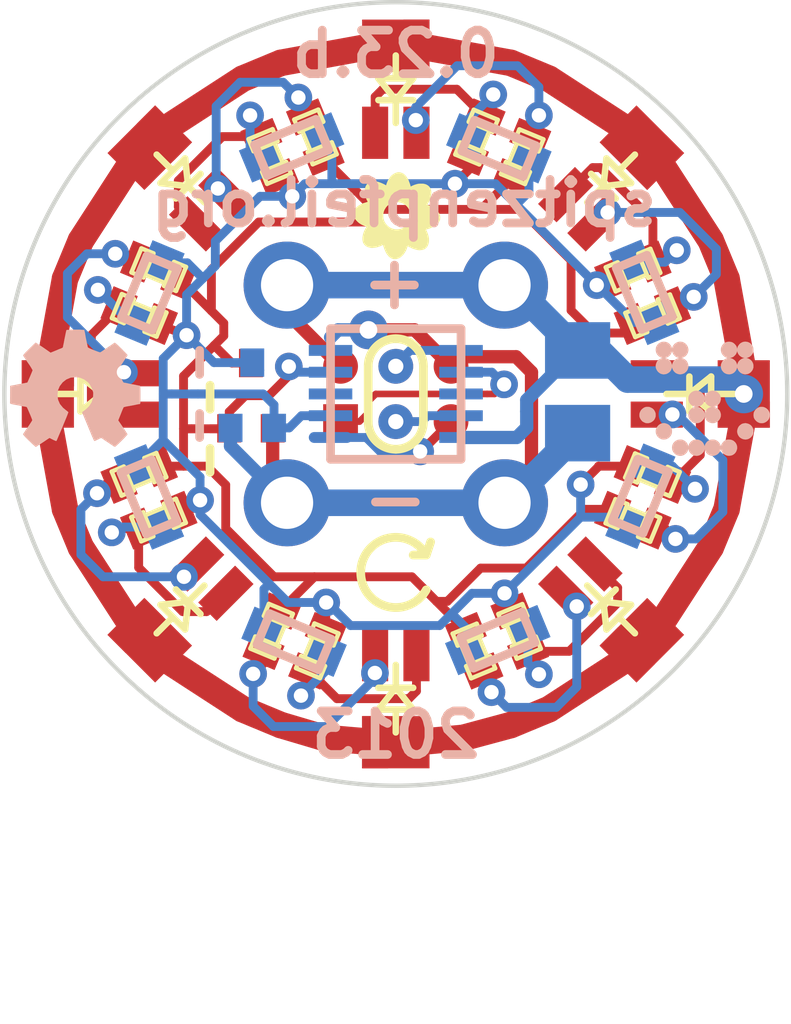
<source format=kicad_pcb>
(kicad_pcb (version 3) (host pcbnew 52ca2e1517-product)

  (general
    (links 86)
    (no_connects 0)
    (area 65.914267 52.949999 84.210019 78.500001)
    (thickness 1.6)
    (drawings 17)
    (tracks 418)
    (zones 0)
    (modules 46)
    (nets 25)
  )

  (page User 150.012 150.012)
  (title_block
    (title Coat-Button)
    (date "14 Oct 2013")
    (rev 0.23.b)
    (company "2013 - blog.spitzenpfeil.org")
  )

  (layers
    (15 F.Cu signal)
    (0 B.Cu signal)
    (18 B.Paste user)
    (19 F.Paste user)
    (20 B.SilkS user)
    (21 F.SilkS user)
    (22 B.Mask user)
    (23 F.Mask user)
    (24 Dwgs.User user)
    (25 Cmts.User user)
    (26 Eco1.User user)
    (28 Edge.Cuts user)
  )

  (setup
    (last_trace_width 0.2032)
    (user_trace_width 0.1524)
    (user_trace_width 0.2032)
    (user_trace_width 0.3048)
    (user_trace_width 0.6096)
    (trace_clearance 0.1524)
    (zone_clearance 0.254)
    (zone_45_only no)
    (trace_min 0.1524)
    (segment_width 0.2)
    (edge_width 0.1)
    (via_size 0.635)
    (via_drill 0.3302)
    (via_min_size 0.635)
    (via_min_drill 0.3302)
    (uvia_size 0.508)
    (uvia_drill 0.127)
    (uvias_allowed no)
    (uvia_min_size 0.508)
    (uvia_min_drill 0.127)
    (pcb_text_width 0.3)
    (pcb_text_size 1.5 1.5)
    (mod_edge_width 0.1)
    (mod_text_size 1.5 1.5)
    (mod_text_width 0.15)
    (pad_size 0.8 0.8)
    (pad_drill 0.35)
    (pad_to_mask_clearance 0)
    (aux_axis_origin 0 0)
    (visible_elements FFFFFF7F)
    (pcbplotparams
      (layerselection 317751297)
      (usegerberextensions true)
      (excludeedgelayer true)
      (linewidth 0.150000)
      (plotframeref false)
      (viasonmask false)
      (mode 1)
      (useauxorigin false)
      (hpglpennumber 1)
      (hpglpenspeed 20)
      (hpglpendiameter 15)
      (hpglpenoverlay 2)
      (psnegative false)
      (psa4output false)
      (plotreference true)
      (plotvalue true)
      (plotothertext true)
      (plotinvisibletext false)
      (padsonsilk false)
      (subtractmaskfromsilk true)
      (outputformat 1)
      (mirror false)
      (drillshape 0)
      (scaleselection 1)
      (outputdirectory gerber_files/))
  )

  (net 0 "")
  (net 1 /gate_a)
  (net 2 /gate_b)
  (net 3 GND)
  (net 4 MISO)
  (net 5 MOSI)
  (net 6 "Net-(LED1-Pad2)")
  (net 7 "Net-(LED1-Pad3)")
  (net 8 "Net-(LED2-Pad2)")
  (net 9 "Net-(LED2-Pad3)")
  (net 10 "Net-(LED3-Pad2)")
  (net 11 "Net-(LED3-Pad3)")
  (net 12 "Net-(LED4-Pad2)")
  (net 13 "Net-(LED4-Pad3)")
  (net 14 "Net-(LED5-Pad2)")
  (net 15 "Net-(LED5-Pad3)")
  (net 16 "Net-(LED6-Pad2)")
  (net 17 "Net-(LED6-Pad3)")
  (net 18 "Net-(LED7-Pad2)")
  (net 19 "Net-(LED7-Pad3)")
  (net 20 "Net-(LED8-Pad2)")
  (net 21 "Net-(LED8-Pad3)")
  (net 22 RST)
  (net 23 SCK)
  (net 24 VCC)

  (net_class Default "This is the default net class."
    (clearance 0.1524)
    (trace_width 0.2032)
    (via_dia 0.635)
    (via_drill 0.3302)
    (uvia_dia 0.508)
    (uvia_drill 0.127)
    (add_net "")
    (add_net /gate_a)
    (add_net /gate_b)
    (add_net MISO)
    (add_net MOSI)
    (add_net "Net-(LED1-Pad2)")
    (add_net "Net-(LED1-Pad3)")
    (add_net "Net-(LED2-Pad2)")
    (add_net "Net-(LED2-Pad3)")
    (add_net "Net-(LED3-Pad2)")
    (add_net "Net-(LED3-Pad3)")
    (add_net "Net-(LED4-Pad2)")
    (add_net "Net-(LED4-Pad3)")
    (add_net "Net-(LED5-Pad2)")
    (add_net "Net-(LED5-Pad3)")
    (add_net "Net-(LED6-Pad2)")
    (add_net "Net-(LED6-Pad3)")
    (add_net "Net-(LED7-Pad2)")
    (add_net "Net-(LED7-Pad3)")
    (add_net "Net-(LED8-Pad2)")
    (add_net "Net-(LED8-Pad3)")
    (add_net RST)
    (add_net SCK)
  )

  (net_class LED ""
    (clearance 0.1524)
    (trace_width 0.3048)
    (via_dia 0.635)
    (via_drill 0.3302)
    (uvia_dia 0.508)
    (uvia_drill 0.127)
  )

  (net_class power ""
    (clearance 0.1524)
    (trace_width 0.3048)
    (via_dia 0.889)
    (via_drill 0.4064)
    (uvia_dia 0.508)
    (uvia_drill 0.127)
    (add_net GND)
    (add_net VCC)
  )

  (module MADW__C0805 (layer B.Cu) (tedit 525C3EE5) (tstamp 525C3EE2)
    (at 79.18 61.95 270)
    (descr CAPACITOR)
    (tags CAPACITOR)
    (path /5235BA31)
    (attr smd)
    (fp_text reference C1 (at 0 1.92 270) (layer B.SilkS) hide
      (effects (font (size 1 1) (thickness 0.2)) (justify mirror))
    )
    (fp_text value 100nF (at 0 -2.2 270) (layer B.SilkS) hide
      (effects (font (size 1 1) (thickness 0.2)) (justify mirror))
    )
    (fp_line (start 0.2 0.4) (end 0.2 -0.4) (layer Dwgs.User) (width 0.1))
    (fp_line (start -0.2 0.4) (end -0.2 -0.4) (layer Dwgs.User) (width 0.1))
    (fp_line (start -0.2 0) (end -0.6 0) (layer Dwgs.User) (width 0.1))
    (fp_line (start 0.2 0) (end 0.6 0) (layer Dwgs.User) (width 0.1))
    (fp_line (start -1 0.63) (end 1 0.63) (layer Dwgs.User) (width 0.2))
    (fp_line (start 1 0.63) (end 1 -0.63) (layer Dwgs.User) (width 0.2))
    (fp_line (start 1 -0.63) (end -1 -0.63) (layer Dwgs.User) (width 0.2))
    (fp_line (start -1 -0.63) (end -1 0.63) (layer Dwgs.User) (width 0.2))
    (pad 1 smd rect (at -0.94996 0 270) (size 1.29794 1.4986) (layers B.Cu B.Paste B.Mask)
      (net 24 VCC))
    (pad 2 smd rect (at 0.94996 0 270) (size 1.29794 1.4986) (layers B.Cu B.Paste B.Mask)
      (net 3 GND))
    (model smd/capacitors/C0805.wrl
      (at (xyz 0 0 0))
      (scale (xyz 0.4 0.4 0.4))
      (rotate (xyz 0 0 0))
    )
  )

  (module MADW__PIN_ARRAY_3x2_1.27mm (layer F.Cu) (tedit 525C35A4) (tstamp 5235CBE4)
    (at 75 62)
    (descr "Male 3x2 header with 1.27mm raster")
    (tags "CONN, header, male, 3x2, 1.27mm")
    (path /5235BA34)
    (clearance 0.15)
    (fp_text reference JP1 (at 0 -3.1) (layer F.SilkS) hide
      (effects (font (size 1 1) (thickness 0.2)))
    )
    (fp_text value AVR_ISP (at 0 3.3) (layer F.SilkS) hide
      (effects (font (size 1 1) (thickness 0.2)))
    )
    (fp_arc (start 0 -0.635) (end 0 -1.27) (angle 90) (layer F.SilkS) (width 0.2))
    (fp_arc (start 0 -0.635) (end -0.635 -0.635) (angle 90) (layer F.SilkS) (width 0.2))
    (fp_arc (start 0 0.635) (end 0 1.27) (angle 90) (layer F.SilkS) (width 0.2))
    (fp_arc (start 0 0.635) (end 0.635 0.635) (angle 90) (layer F.SilkS) (width 0.2))
    (fp_line (start 0.635 0.635) (end 0.635 -0.635) (layer F.SilkS) (width 0.2))
    (fp_line (start -0.635 -0.635) (end -0.635 0.635) (layer F.SilkS) (width 0.2))
    (pad 1 smd rect (at -1.27 0.635) (size 0.8 0.8) (layers F.Cu F.Mask)
      (net 4 MISO))
    (pad 2 smd circle (at -1.27 -0.635) (size 0.8 0.8) (layers F.Cu F.Mask)
      (net 24 VCC))
    (pad 3 thru_hole circle (at 0 0.635) (size 0.8 0.8) (drill 0.35) (layers *.Cu F.Mask)
      (net 23 SCK))
    (pad 4 thru_hole circle (at 0 -0.635) (size 0.8 0.8) (drill 0.35) (layers *.Cu F.Mask)
      (net 5 MOSI))
    (pad 5 smd circle (at 1.27 0.635) (size 0.8 0.8) (layers F.Cu F.Mask)
      (net 22 RST))
    (pad 6 smd circle (at 1.27 -0.635) (size 0.8 0.8) (layers F.Cu F.Mask)
      (net 3 GND))
  )

  (module MADW__SOT523 (layer B.Cu) (tedit 525C0EF5) (tstamp 5247A882)
    (at 71.7 62.03 180)
    (descr "SMALL OUTLINE TRANSISTOR")
    (tags "SMALL OUTLINE TRANSISTOR")
    (path /5242F7C2)
    (attr smd)
    (fp_text reference Q1 (at 0 2.1 180) (layer B.SilkS) hide
      (effects (font (size 1 1) (thickness 0.2)) (justify mirror))
    )
    (fp_text value DMG1012T (at 0 -2.2 180) (layer B.SilkS) hide
      (effects (font (size 1 1) (thickness 0.2)) (justify mirror))
    )
    (pad 1 smd rect (at -0.5 -0.75 180) (size 0.55 0.65) (layers B.Cu B.Paste B.Mask)
      (net 1 /gate_a))
    (pad 2 smd rect (at 0.5 -0.75 180) (size 0.55 0.65) (layers B.Cu B.Paste B.Mask)
      (net 3 GND))
    (pad 3 smd rect (at 0 0.75 180) (size 0.55 0.65) (layers B.Cu B.Paste B.Mask)
      (net 1 /gate_a))
    (model smd/smd_transistors/sot23.wrl
      (at (xyz 0 0 0))
      (scale (xyz 0.525 0.55 0.55))
      (rotate (xyz 0 0 0))
    )
  )

  (module MADW__R0402 (layer B.Cu) (tedit 525C0DCA) (tstamp 525C0F29)
    (at 70.15 62)
    (descr RESISTOR)
    (tags RESISTOR)
    (path /525C0CD5)
    (attr smd)
    (fp_text reference JP3 (at 0 1.3) (layer F.SilkS) hide
      (effects (font (size 1 1) (thickness 0.2)) (justify mirror))
    )
    (fp_text value JUMPER (at 0 -1.4) (layer F.SilkS) hide
      (effects (font (size 1 1) (thickness 0.2)) (justify mirror))
    )
    (pad 1 smd rect (at -0.3 0) (size 0.3556 0.2032) (layers B.Cu)
      (net 1 /gate_a))
    (pad 2 smd rect (at 0.3 0) (size 0.3556 0.2032) (layers B.Cu)
      (net 1 /gate_a))
  )

  (module MADW__R0402 (layer F.Cu) (tedit 525C0E82) (tstamp 525C0DA4)
    (at 70.6 62.8)
    (descr RESISTOR)
    (tags RESISTOR)
    (path /525C1412)
    (attr smd)
    (fp_text reference JP2 (at 0 -1.3) (layer B.SilkS) hide
      (effects (font (size 1 1) (thickness 0.2)))
    )
    (fp_text value JUMPER (at 0 1.4) (layer B.SilkS) hide
      (effects (font (size 1 1) (thickness 0.2)))
    )
    (pad 1 smd rect (at -0.3 0) (size 0.3556 0.2032) (layers F.Cu)
      (net 2 /gate_b))
    (pad 2 smd rect (at 0.3 0) (size 0.3556 0.2032) (layers F.Cu)
      (net 2 /gate_b))
  )

  (module MADW__SOT523 (layer F.Cu) (tedit 525C0949) (tstamp 5247A89A)
    (at 71.67 62.04)
    (descr "SMALL OUTLINE TRANSISTOR")
    (tags "SMALL OUTLINE TRANSISTOR")
    (path /5242F7D6)
    (attr smd)
    (fp_text reference Q2 (at 0 -2.1) (layer F.SilkS) hide
      (effects (font (size 1 1) (thickness 0.2)))
    )
    (fp_text value DMG1012T (at 0 2.2) (layer F.SilkS) hide
      (effects (font (size 1 1) (thickness 0.2)))
    )
    (pad 1 smd rect (at -0.5 0.75) (size 0.55 0.65) (layers F.Cu F.Paste F.Mask)
      (net 2 /gate_b))
    (pad 2 smd rect (at 0.5 0.75) (size 0.55 0.65) (layers F.Cu F.Paste F.Mask)
      (net 3 GND))
    (pad 3 smd rect (at 0 -0.75) (size 0.55 0.65) (layers F.Cu F.Paste F.Mask)
      (net 2 /gate_b))
    (model smd/smd_transistors/sot23.wrl
      (at (xyz 0 0 0))
      (scale (xyz 0.525 0.55 0.55))
      (rotate (xyz 0 0 0))
    )
  )

  (module MADW__CHIPLED-0805-dual (layer F.Cu) (tedit 524D6B02) (tstamp 523487A3)
    (at 82 62)
    (path /52403AE1)
    (fp_text reference LED3 (at 0 -1.775) (layer F.SilkS) hide
      (effects (font (size 1 1) (thickness 0.2)))
    )
    (fp_text value MADW__BI-LED (at -3.91 1.1) (layer F.SilkS) hide
      (effects (font (size 1 1) (thickness 0.2)))
    )
    (fp_line (start -0.25 0) (end -0.775 0) (layer F.SilkS) (width 0.15))
    (fp_line (start 0.25 0) (end 0.775 0) (layer F.SilkS) (width 0.15))
    (fp_line (start -0.25 0) (end 0.25 -0.4) (layer F.SilkS) (width 0.15))
    (fp_line (start 0.25 -0.4) (end 0.25 0.4) (layer F.SilkS) (width 0.15))
    (fp_line (start 0.25 0.4) (end -0.25 0) (layer F.SilkS) (width 0.15))
    (fp_line (start -0.25 -0.4) (end -0.25 0.4) (layer F.SilkS) (width 0.15))
    (fp_line (start -1 -0.625) (end 1 -0.625) (layer Dwgs.User) (width 0.15))
    (fp_line (start 1 -0.625) (end 1 0.625) (layer Dwgs.User) (width 0.15))
    (fp_line (start 1 0.625) (end -1 0.625) (layer Dwgs.User) (width 0.15))
    (fp_line (start -1 0.625) (end -1 -0.625) (layer Dwgs.User) (width 0.15))
    (pad 1 smd rect (at 1 -0.45) (size 1.2 1.55) (drill (offset 0 0.45)) (layers F.Cu F.Paste F.Mask)
      (net 24 VCC))
    (pad 2 smd rect (at -1 -0.475) (size 1.2 0.6) (layers F.Cu F.Paste F.Mask)
      (net 10 "Net-(LED3-Pad2)"))
    (pad 4 smd rect (at 1 0.475) (size 1.2 0.6) (layers F.Cu F.Paste F.Mask)
      (net 24 VCC))
    (pad 3 smd rect (at -1 0.475) (size 1.2 0.6) (layers F.Cu F.Paste F.Mask)
      (net 11 "Net-(LED3-Pad3)"))
    (model ../../../../../../Arduino/KiCAD/LIBS/3D/walter/smd_leds/led_0805.wrl
      (at (xyz 0 0 0))
      (scale (xyz 1 1 1))
      (rotate (xyz 0 0 180))
    )
  )

  (module MADW__CHIPLED-0805-dual (layer F.Cu) (tedit 524D6B04) (tstamp 523487EB)
    (at 79.95 66.95 315)
    (path /52403AF5)
    (fp_text reference LED4 (at 0 -1.775 315) (layer F.SilkS) hide
      (effects (font (size 1 1) (thickness 0.2)))
    )
    (fp_text value MADW__BI-LED (at -3.853732 1.746554 315) (layer F.SilkS) hide
      (effects (font (size 1 1) (thickness 0.2)))
    )
    (fp_line (start -0.25 0) (end -0.775 0) (layer F.SilkS) (width 0.15))
    (fp_line (start 0.25 0) (end 0.775 0) (layer F.SilkS) (width 0.15))
    (fp_line (start -0.25 0) (end 0.25 -0.4) (layer F.SilkS) (width 0.15))
    (fp_line (start 0.25 -0.4) (end 0.25 0.4) (layer F.SilkS) (width 0.15))
    (fp_line (start 0.25 0.4) (end -0.25 0) (layer F.SilkS) (width 0.15))
    (fp_line (start -0.25 -0.4) (end -0.25 0.4) (layer F.SilkS) (width 0.15))
    (fp_line (start -1 -0.625) (end 1 -0.625) (layer Dwgs.User) (width 0.15))
    (fp_line (start 1 -0.625) (end 1 0.625) (layer Dwgs.User) (width 0.15))
    (fp_line (start 1 0.625) (end -1 0.625) (layer Dwgs.User) (width 0.15))
    (fp_line (start -1 0.625) (end -1 -0.625) (layer Dwgs.User) (width 0.15))
    (pad 1 smd rect (at 1 -0.45 315) (size 1.2 1.55) (drill (offset 0 0.45)) (layers F.Cu F.Paste F.Mask)
      (net 24 VCC))
    (pad 2 smd rect (at -1 -0.475 315) (size 1.2 0.6) (layers F.Cu F.Paste F.Mask)
      (net 12 "Net-(LED4-Pad2)"))
    (pad 4 smd rect (at 1 0.475 315) (size 1.2 0.6) (layers F.Cu F.Paste F.Mask)
      (net 24 VCC))
    (pad 3 smd rect (at -1 0.475 315) (size 1.2 0.6) (layers F.Cu F.Paste F.Mask)
      (net 13 "Net-(LED4-Pad3)"))
    (model ../../../../../../Arduino/KiCAD/LIBS/3D/walter/smd_leds/led_0805.wrl
      (at (xyz 0 0 0))
      (scale (xyz 1 1 1))
      (rotate (xyz 0 0 180))
    )
  )

  (module MADW__CHIPLED-0805-dual (layer F.Cu) (tedit 524D6B06) (tstamp 5234878B)
    (at 75 69 270)
    (path /52403B09)
    (fp_text reference LED5 (at 0 -1.775 270) (layer F.SilkS) hide
      (effects (font (size 1 1) (thickness 0.2)))
    )
    (fp_text value MADW__BI-LED (at -3.54 1.42 270) (layer F.SilkS) hide
      (effects (font (size 1 1) (thickness 0.2)))
    )
    (fp_line (start -0.25 0) (end -0.775 0) (layer F.SilkS) (width 0.15))
    (fp_line (start 0.25 0) (end 0.775 0) (layer F.SilkS) (width 0.15))
    (fp_line (start -0.25 0) (end 0.25 -0.4) (layer F.SilkS) (width 0.15))
    (fp_line (start 0.25 -0.4) (end 0.25 0.4) (layer F.SilkS) (width 0.15))
    (fp_line (start 0.25 0.4) (end -0.25 0) (layer F.SilkS) (width 0.15))
    (fp_line (start -0.25 -0.4) (end -0.25 0.4) (layer F.SilkS) (width 0.15))
    (fp_line (start -1 -0.625) (end 1 -0.625) (layer Dwgs.User) (width 0.15))
    (fp_line (start 1 -0.625) (end 1 0.625) (layer Dwgs.User) (width 0.15))
    (fp_line (start 1 0.625) (end -1 0.625) (layer Dwgs.User) (width 0.15))
    (fp_line (start -1 0.625) (end -1 -0.625) (layer Dwgs.User) (width 0.15))
    (pad 1 smd rect (at 1 -0.45 270) (size 1.2 1.55) (drill (offset 0 0.45)) (layers F.Cu F.Paste F.Mask)
      (net 24 VCC))
    (pad 2 smd rect (at -1 -0.475 270) (size 1.2 0.6) (layers F.Cu F.Paste F.Mask)
      (net 14 "Net-(LED5-Pad2)"))
    (pad 4 smd rect (at 1 0.475 270) (size 1.2 0.6) (layers F.Cu F.Paste F.Mask)
      (net 24 VCC))
    (pad 3 smd rect (at -1 0.475 270) (size 1.2 0.6) (layers F.Cu F.Paste F.Mask)
      (net 15 "Net-(LED5-Pad3)"))
    (model ../../../../../../Arduino/KiCAD/LIBS/3D/walter/smd_leds/led_0805.wrl
      (at (xyz 0 0 0))
      (scale (xyz 1 1 1))
      (rotate (xyz 0 0 180))
    )
  )

  (module MADW__CHIPLED-0805-dual (layer F.Cu) (tedit 524D6B08) (tstamp 52348803)
    (at 70.05 66.95 225)
    (path /52403B1D)
    (fp_text reference LED6 (at 0 -1.775 225) (layer F.SilkS) hide
      (effects (font (size 1 1) (thickness 0.2)))
    )
    (fp_text value MADW__BI-LED (at -3.77595 1.216224 225) (layer F.SilkS) hide
      (effects (font (size 1 1) (thickness 0.2)))
    )
    (fp_line (start -0.25 0) (end -0.775 0) (layer F.SilkS) (width 0.15))
    (fp_line (start 0.25 0) (end 0.775 0) (layer F.SilkS) (width 0.15))
    (fp_line (start -0.25 0) (end 0.25 -0.4) (layer F.SilkS) (width 0.15))
    (fp_line (start 0.25 -0.4) (end 0.25 0.4) (layer F.SilkS) (width 0.15))
    (fp_line (start 0.25 0.4) (end -0.25 0) (layer F.SilkS) (width 0.15))
    (fp_line (start -0.25 -0.4) (end -0.25 0.4) (layer F.SilkS) (width 0.15))
    (fp_line (start -1 -0.625) (end 1 -0.625) (layer Dwgs.User) (width 0.15))
    (fp_line (start 1 -0.625) (end 1 0.625) (layer Dwgs.User) (width 0.15))
    (fp_line (start 1 0.625) (end -1 0.625) (layer Dwgs.User) (width 0.15))
    (fp_line (start -1 0.625) (end -1 -0.625) (layer Dwgs.User) (width 0.15))
    (pad 1 smd rect (at 1 -0.45 225) (size 1.2 1.55) (drill (offset 0 0.45)) (layers F.Cu F.Paste F.Mask)
      (net 24 VCC))
    (pad 2 smd rect (at -1 -0.475 225) (size 1.2 0.6) (layers F.Cu F.Paste F.Mask)
      (net 16 "Net-(LED6-Pad2)"))
    (pad 4 smd rect (at 1 0.475 225) (size 1.2 0.6) (layers F.Cu F.Paste F.Mask)
      (net 24 VCC))
    (pad 3 smd rect (at -1 0.475 225) (size 1.2 0.6) (layers F.Cu F.Paste F.Mask)
      (net 17 "Net-(LED6-Pad3)"))
    (model ../../../../../../Arduino/KiCAD/LIBS/3D/walter/smd_leds/led_0805.wrl
      (at (xyz 0 0 0))
      (scale (xyz 1 1 1))
      (rotate (xyz 0 0 180))
    )
  )

  (module MADW__CHIPLED-0805-dual (layer F.Cu) (tedit 524D6B0A) (tstamp 523487BB)
    (at 68 62 180)
    (path /52403B31)
    (fp_text reference LED7 (at 0 -1.775 180) (layer F.SilkS) hide
      (effects (font (size 1 1) (thickness 0.2)))
    )
    (fp_text value MADW__BI-LED (at -4.02 1.65 180) (layer F.SilkS) hide
      (effects (font (size 1 1) (thickness 0.2)))
    )
    (fp_line (start -0.25 0) (end -0.775 0) (layer F.SilkS) (width 0.15))
    (fp_line (start 0.25 0) (end 0.775 0) (layer F.SilkS) (width 0.15))
    (fp_line (start -0.25 0) (end 0.25 -0.4) (layer F.SilkS) (width 0.15))
    (fp_line (start 0.25 -0.4) (end 0.25 0.4) (layer F.SilkS) (width 0.15))
    (fp_line (start 0.25 0.4) (end -0.25 0) (layer F.SilkS) (width 0.15))
    (fp_line (start -0.25 -0.4) (end -0.25 0.4) (layer F.SilkS) (width 0.15))
    (fp_line (start -1 -0.625) (end 1 -0.625) (layer Dwgs.User) (width 0.15))
    (fp_line (start 1 -0.625) (end 1 0.625) (layer Dwgs.User) (width 0.15))
    (fp_line (start 1 0.625) (end -1 0.625) (layer Dwgs.User) (width 0.15))
    (fp_line (start -1 0.625) (end -1 -0.625) (layer Dwgs.User) (width 0.15))
    (pad 1 smd rect (at 1 -0.45 180) (size 1.2 1.55) (drill (offset 0 0.45)) (layers F.Cu F.Paste F.Mask)
      (net 24 VCC))
    (pad 2 smd rect (at -1 -0.475 180) (size 1.2 0.6) (layers F.Cu F.Paste F.Mask)
      (net 18 "Net-(LED7-Pad2)"))
    (pad 4 smd rect (at 1 0.475 180) (size 1.2 0.6) (layers F.Cu F.Paste F.Mask)
      (net 24 VCC))
    (pad 3 smd rect (at -1 0.475 180) (size 1.2 0.6) (layers F.Cu F.Paste F.Mask)
      (net 19 "Net-(LED7-Pad3)"))
    (model ../../../../../../Arduino/KiCAD/LIBS/3D/walter/smd_leds/led_0805.wrl
      (at (xyz 0 0 0))
      (scale (xyz 1 1 1))
      (rotate (xyz 0 0 180))
    )
  )

  (module MADW__CHIPLED-0805-dual (layer F.Cu) (tedit 524D6B00) (tstamp 524D6850)
    (at 79.95 57.05 45)
    (path /52403ACD)
    (fp_text reference LED2 (at 0 -1.775 45) (layer F.SilkS) hide
      (effects (font (size 1 1) (thickness 0.2)))
    )
    (fp_text value MADW__BI-LED (at -3.542605 1.364716 45) (layer F.SilkS) hide
      (effects (font (size 1 1) (thickness 0.2)))
    )
    (fp_line (start -0.25 0) (end -0.775 0) (layer F.SilkS) (width 0.15))
    (fp_line (start 0.25 0) (end 0.775 0) (layer F.SilkS) (width 0.15))
    (fp_line (start -0.25 0) (end 0.25 -0.4) (layer F.SilkS) (width 0.15))
    (fp_line (start 0.25 -0.4) (end 0.25 0.4) (layer F.SilkS) (width 0.15))
    (fp_line (start 0.25 0.4) (end -0.25 0) (layer F.SilkS) (width 0.15))
    (fp_line (start -0.25 -0.4) (end -0.25 0.4) (layer F.SilkS) (width 0.15))
    (fp_line (start -1 -0.625) (end 1 -0.625) (layer Dwgs.User) (width 0.15))
    (fp_line (start 1 -0.625) (end 1 0.625) (layer Dwgs.User) (width 0.15))
    (fp_line (start 1 0.625) (end -1 0.625) (layer Dwgs.User) (width 0.15))
    (fp_line (start -1 0.625) (end -1 -0.625) (layer Dwgs.User) (width 0.15))
    (pad 1 smd rect (at 1 -0.45 45) (size 1.2 1.55) (drill (offset 0 0.45)) (layers F.Cu F.Paste F.Mask)
      (net 24 VCC))
    (pad 2 smd rect (at -1 -0.475 45) (size 1.2 0.6) (layers F.Cu F.Paste F.Mask)
      (net 8 "Net-(LED2-Pad2)"))
    (pad 4 smd rect (at 1 0.475 45) (size 1.2 0.6) (layers F.Cu F.Paste F.Mask)
      (net 24 VCC))
    (pad 3 smd rect (at -1 0.475 45) (size 1.2 0.6) (layers F.Cu F.Paste F.Mask)
      (net 9 "Net-(LED2-Pad3)"))
    (model ../../../../../../Arduino/KiCAD/LIBS/3D/walter/smd_leds/led_0805.wrl
      (at (xyz 0 0 0))
      (scale (xyz 1 1 1))
      (rotate (xyz 0 0 180))
    )
  )

  (module MADW__CHIPLED-0805-dual (layer F.Cu) (tedit 524D6AFE) (tstamp 5235CBB4)
    (at 70.05 57.05 135)
    (path /52403B45)
    (fp_text reference LED8 (at 0 -1.775 135) (layer F.SilkS) hide
      (effects (font (size 1 1) (thickness 0.2)))
    )
    (fp_text value MADW__BI-LED (at -3.422397 1.187939 135) (layer F.SilkS) hide
      (effects (font (size 1 1) (thickness 0.2)))
    )
    (fp_line (start -0.25 0) (end -0.775 0) (layer F.SilkS) (width 0.15))
    (fp_line (start 0.25 0) (end 0.775 0) (layer F.SilkS) (width 0.15))
    (fp_line (start -0.25 0) (end 0.25 -0.4) (layer F.SilkS) (width 0.15))
    (fp_line (start 0.25 -0.4) (end 0.25 0.4) (layer F.SilkS) (width 0.15))
    (fp_line (start 0.25 0.4) (end -0.25 0) (layer F.SilkS) (width 0.15))
    (fp_line (start -0.25 -0.4) (end -0.25 0.4) (layer F.SilkS) (width 0.15))
    (fp_line (start -1 -0.625) (end 1 -0.625) (layer Dwgs.User) (width 0.15))
    (fp_line (start 1 -0.625) (end 1 0.625) (layer Dwgs.User) (width 0.15))
    (fp_line (start 1 0.625) (end -1 0.625) (layer Dwgs.User) (width 0.15))
    (fp_line (start -1 0.625) (end -1 -0.625) (layer Dwgs.User) (width 0.15))
    (pad 1 smd rect (at 1 -0.45 135) (size 1.2 1.55) (drill (offset 0 0.45)) (layers F.Cu F.Paste F.Mask)
      (net 24 VCC))
    (pad 2 smd rect (at -1 -0.475 135) (size 1.2 0.6) (layers F.Cu F.Paste F.Mask)
      (net 20 "Net-(LED8-Pad2)"))
    (pad 4 smd rect (at 1 0.475 135) (size 1.2 0.6) (layers F.Cu F.Paste F.Mask)
      (net 24 VCC))
    (pad 3 smd rect (at -1 0.475 135) (size 1.2 0.6) (layers F.Cu F.Paste F.Mask)
      (net 21 "Net-(LED8-Pad3)"))
    (model ../../../../../../Arduino/KiCAD/LIBS/3D/walter/smd_leds/led_0805.wrl
      (at (xyz 0 0 0))
      (scale (xyz 1 1 1))
      (rotate (xyz 0 0 180))
    )
  )

  (module MADW__CHIPLED-0805-dual (layer F.Cu) (tedit 524D6AFC) (tstamp 52348773)
    (at 75 55 90)
    (path /52403AB9)
    (fp_text reference LED1 (at 0 -1.775 90) (layer F.SilkS) hide
      (effects (font (size 1 1) (thickness 0.2)))
    )
    (fp_text value MADW__BI-LED (at -4.06 2.34 90) (layer F.SilkS) hide
      (effects (font (size 1 1) (thickness 0.2)))
    )
    (fp_line (start -0.25 0) (end -0.775 0) (layer F.SilkS) (width 0.15))
    (fp_line (start 0.25 0) (end 0.775 0) (layer F.SilkS) (width 0.15))
    (fp_line (start -0.25 0) (end 0.25 -0.4) (layer F.SilkS) (width 0.15))
    (fp_line (start 0.25 -0.4) (end 0.25 0.4) (layer F.SilkS) (width 0.15))
    (fp_line (start 0.25 0.4) (end -0.25 0) (layer F.SilkS) (width 0.15))
    (fp_line (start -0.25 -0.4) (end -0.25 0.4) (layer F.SilkS) (width 0.15))
    (fp_line (start -1 -0.625) (end 1 -0.625) (layer Dwgs.User) (width 0.15))
    (fp_line (start 1 -0.625) (end 1 0.625) (layer Dwgs.User) (width 0.15))
    (fp_line (start 1 0.625) (end -1 0.625) (layer Dwgs.User) (width 0.15))
    (fp_line (start -1 0.625) (end -1 -0.625) (layer Dwgs.User) (width 0.15))
    (pad 1 smd rect (at 1 -0.475 90) (size 1.2 1.55) (drill (offset 0 0.475)) (layers F.Cu F.Paste F.Mask)
      (net 24 VCC))
    (pad 2 smd rect (at -1 -0.475 90) (size 1.2 0.6) (layers F.Cu F.Paste F.Mask)
      (net 6 "Net-(LED1-Pad2)"))
    (pad 4 smd rect (at 1 0.475 90) (size 1.2 0.6) (layers F.Cu F.Paste F.Mask)
      (net 24 VCC))
    (pad 3 smd rect (at -1 0.475 90) (size 1.2 0.6) (layers F.Cu F.Paste F.Mask)
      (net 7 "Net-(LED1-Pad3)"))
    (model ../../../../../../Arduino/KiCAD/LIBS/3D/walter/smd_leds/led_0805.wrl
      (at (xyz 0 0 0))
      (scale (xyz 1 1 1))
      (rotate (xyz 0 0 180))
    )
  )

  (module MADW__MLF10 (layer B.Cu) (tedit 525C33FD) (tstamp 5235B574)
    (at 75 62)
    (path /5235CCE9)
    (attr smd)
    (fp_text reference IC1 (at 0 2.9) (layer B.SilkS) hide
      (effects (font (size 1 1) (thickness 0.2)) (justify mirror))
    )
    (fp_text value MADW__ATTINY13-MM (at 0 -3.3) (layer B.SilkS) hide
      (effects (font (size 1 1) (thickness 0.2)) (justify mirror))
    )
    (fp_line (start -1.5 1.5) (end 1.5 1.5) (layer B.SilkS) (width 0.2))
    (fp_line (start 1.5 1.5) (end 1.5 -1.5) (layer B.SilkS) (width 0.2))
    (fp_line (start 1.5 -1.5) (end -1.5 -1.5) (layer B.SilkS) (width 0.2))
    (fp_line (start -1.5 -1.5) (end -1.5 1.5) (layer B.SilkS) (width 0.2))
    (pad 1 smd oval (at -1.5 1) (size 1 0.25) (layers B.Cu B.Paste B.Mask)
      (net 22 RST))
    (pad 2 smd rect (at -1.5 0.5) (size 1 0.25) (layers B.Cu B.Paste B.Mask)
      (net 1 /gate_a))
    (pad 3 smd rect (at -1.5 0) (size 1 0.25) (layers B.Cu B.Paste B.Mask))
    (pad 4 smd rect (at -1.5 -0.5) (size 1 0.25) (layers B.Cu B.Paste B.Mask)
      (net 2 /gate_b))
    (pad 5 smd rect (at -1.5 -1) (size 1 0.25) (layers B.Cu B.Paste B.Mask)
      (net 3 GND) (clearance 0.1016))
    (pad 6 smd rect (at 1.5 -1) (size 1 0.25) (layers B.Cu B.Paste B.Mask)
      (net 5 MOSI))
    (pad 7 smd rect (at 1.5 -0.5) (size 1 0.25) (layers B.Cu B.Paste B.Mask)
      (net 4 MISO))
    (pad 8 smd rect (at 1.5 0) (size 1 0.25) (layers B.Cu B.Paste B.Mask))
    (pad 9 smd rect (at 1.5 0.5) (size 1 0.25) (layers B.Cu B.Paste B.Mask)
      (net 23 SCK))
    (pad 10 smd rect (at 1.5 1) (size 1 0.25) (layers B.Cu B.Paste B.Mask)
      (net 24 VCC))
    (model ../../../../../../Arduino/KiCAD/LIBS/3D/walter/smd_qfn/dfn10_3x3.wrl
      (at (xyz 0 0 0))
      (scale (xyz 1 1 1))
      (rotate (xyz 0 0 0))
    )
  )

  (module MADW__SIL-1 (layer F.Cu) (tedit 5235BAC7) (tstamp 5234917F)
    (at 72.5 64.5)
    (descr "Connecteurs 2 pins")
    (tags "CONN DEV")
    (path /5235BB66)
    (fp_text reference P3 (at 0 -2.032) (layer F.SilkS) hide
      (effects (font (size 1 1) (thickness 0.2)))
    )
    (fp_text value CONN_1 (at 0 2.286) (layer F.SilkS) hide
      (effects (font (size 1 1) (thickness 0.2)))
    )
    (pad 1 thru_hole circle (at 0 0) (size 2 2) (drill 1.2) (layers *.Cu *.Mask)
      (net 3 GND))
  )

  (module MADW__SIL-1 (layer F.Cu) (tedit 52370174) (tstamp 52349191)
    (at 72.5 59.5)
    (descr "Connecteurs 2 pins")
    (tags "CONN DEV")
    (path /5235BB3E)
    (fp_text reference P1 (at 0 -2.032) (layer F.SilkS) hide
      (effects (font (size 1 1) (thickness 0.2)))
    )
    (fp_text value CONN_1 (at 0 2.286) (layer F.SilkS) hide
      (effects (font (size 1 1) (thickness 0.2)))
    )
    (pad 1 thru_hole circle (at 0 0) (size 2 2) (drill 1.2) (layers *.Cu *.Mask)
      (net 24 VCC) (clearance 0.3))
  )

  (module MADW__SIL-1 (layer F.Cu) (tedit 5237019B) (tstamp 52349185)
    (at 77.5 59.5)
    (descr "Connecteurs 2 pins")
    (tags "CONN DEV")
    (path /5235BB52)
    (fp_text reference P2 (at 0 -2.032) (layer F.SilkS) hide
      (effects (font (size 1 1) (thickness 0.2)))
    )
    (fp_text value CONN_1 (at 0 2.286) (layer F.SilkS) hide
      (effects (font (size 1 1) (thickness 0.2)))
    )
    (pad 1 thru_hole circle (at 0 0) (size 2 2) (drill 1.2) (layers *.Cu *.Mask)
      (net 24 VCC) (clearance 0.3))
  )

  (module MADW__SIL-1 (layer F.Cu) (tedit 5235BACE) (tstamp 52349179)
    (at 77.5 64.5)
    (descr "Connecteurs 2 pins")
    (tags "CONN DEV")
    (path /5235BB7A)
    (fp_text reference P4 (at 0 -2.032) (layer F.SilkS) hide
      (effects (font (size 1 1) (thickness 0.2)))
    )
    (fp_text value CONN_1 (at 0 2.286) (layer F.SilkS) hide
      (effects (font (size 1 1) (thickness 0.2)))
    )
    (pad 1 thru_hole circle (at 0 0) (size 2 2) (drill 1.2) (layers *.Cu *.Mask)
      (net 3 GND))
  )

  (module OSHW-logo_silkscreen_3mm locked (layer B.Cu) (tedit 523B175C) (tstamp 5235E227)
    (at 67.63 61.87)
    (fp_text reference G1 (at 0 -1.59004) (layer B.SilkS) hide
      (effects (font (size 0.13462 0.13462) (thickness 0.0254)) (justify mirror))
    )
    (fp_text value OSHW-logo_silkscreen_3mm (at 0 1.59004) (layer B.SilkS) hide
      (effects (font (size 0.13462 0.13462) (thickness 0.0254)) (justify mirror))
    )
    (fp_poly (pts (xy -0.90932 1.3462) (xy -0.89154 1.33858) (xy -0.85852 1.31572) (xy -0.80772 1.2827)
      (xy -0.7493 1.2446) (xy -0.68834 1.20396) (xy -0.64008 1.17094) (xy -0.60452 1.14808)
      (xy -0.59182 1.14046) (xy -0.5842 1.143) (xy -0.55626 1.15824) (xy -0.51562 1.17856)
      (xy -0.49022 1.19126) (xy -0.45212 1.2065) (xy -0.43434 1.21158) (xy -0.4318 1.2065)
      (xy -0.41656 1.17602) (xy -0.39624 1.12776) (xy -0.3683 1.06172) (xy -0.33528 0.98552)
      (xy -0.29972 0.90424) (xy -0.2667 0.82042) (xy -0.23368 0.74168) (xy -0.2032 0.66802)
      (xy -0.18034 0.6096) (xy -0.1651 0.56896) (xy -0.15748 0.55118) (xy -0.16002 0.54864)
      (xy -0.1778 0.53086) (xy -0.21082 0.50546) (xy -0.28194 0.44704) (xy -0.35306 0.36068)
      (xy -0.39624 0.26162) (xy -0.40894 0.14986) (xy -0.39878 0.04826) (xy -0.35814 -0.04826)
      (xy -0.28956 -0.13716) (xy -0.20574 -0.2032) (xy -0.10922 -0.24384) (xy 0 -0.25654)
      (xy 0.10414 -0.24638) (xy 0.2032 -0.20574) (xy 0.2921 -0.1397) (xy 0.3302 -0.09652)
      (xy 0.381 -0.00508) (xy 0.41148 0.0889) (xy 0.41402 0.11176) (xy 0.40894 0.21844)
      (xy 0.37846 0.32004) (xy 0.32258 0.40894) (xy 0.24638 0.4826) (xy 0.23622 0.49022)
      (xy 0.20066 0.51816) (xy 0.17526 0.53594) (xy 0.15748 0.55118) (xy 0.2921 0.87376)
      (xy 0.31242 0.92456) (xy 0.35052 1.01346) (xy 0.381 1.08966) (xy 0.40894 1.15062)
      (xy 0.42672 1.19126) (xy 0.43434 1.2065) (xy 0.43434 1.2065) (xy 0.44704 1.20904)
      (xy 0.4699 1.20142) (xy 0.51562 1.17856) (xy 0.5461 1.16332) (xy 0.57912 1.14808)
      (xy 0.59436 1.14046) (xy 0.6096 1.14808) (xy 0.64262 1.1684) (xy 0.68834 1.20142)
      (xy 0.74676 1.23952) (xy 0.80264 1.27762) (xy 0.85344 1.31064) (xy 0.889 1.33604)
      (xy 0.90678 1.34366) (xy 0.90932 1.34366) (xy 0.9271 1.33604) (xy 0.95504 1.31064)
      (xy 0.99822 1.27) (xy 1.06172 1.20904) (xy 1.07188 1.19888) (xy 1.12268 1.14808)
      (xy 1.16332 1.10236) (xy 1.19126 1.07188) (xy 1.20142 1.05918) (xy 1.20142 1.05918)
      (xy 1.19126 1.0414) (xy 1.1684 1.0033) (xy 1.13538 0.9525) (xy 1.09474 0.89154)
      (xy 0.98806 0.7366) (xy 1.04648 0.59182) (xy 1.06426 0.5461) (xy 1.08712 0.49022)
      (xy 1.1049 0.45212) (xy 1.11252 0.43434) (xy 1.1303 0.42926) (xy 1.1684 0.4191)
      (xy 1.22682 0.40894) (xy 1.29794 0.39624) (xy 1.36398 0.38354) (xy 1.4224 0.37084)
      (xy 1.46558 0.36322) (xy 1.4859 0.36068) (xy 1.49098 0.3556) (xy 1.49352 0.34798)
      (xy 1.49606 0.32766) (xy 1.4986 0.28956) (xy 1.4986 0.23368) (xy 1.4986 0.14986)
      (xy 1.4986 0.14224) (xy 1.4986 0.0635) (xy 1.49606 0) (xy 1.49352 -0.0381)
      (xy 1.49098 -0.05588) (xy 1.49098 -0.05588) (xy 1.4732 -0.06096) (xy 1.43002 -0.06858)
      (xy 1.3716 -0.08128) (xy 1.30048 -0.09398) (xy 1.2954 -0.09398) (xy 1.22428 -0.10922)
      (xy 1.16586 -0.12192) (xy 1.12268 -0.12954) (xy 1.1049 -0.13716) (xy 1.10236 -0.14224)
      (xy 1.08712 -0.17018) (xy 1.0668 -0.21336) (xy 1.04394 -0.2667) (xy 1.02108 -0.32258)
      (xy 1.00076 -0.37338) (xy 0.98806 -0.40894) (xy 0.98298 -0.42672) (xy 0.98298 -0.42672)
      (xy 0.99314 -0.4445) (xy 1.01854 -0.48006) (xy 1.0541 -0.53086) (xy 1.09474 -0.59182)
      (xy 1.09728 -0.5969) (xy 1.13792 -0.65786) (xy 1.17094 -0.70866) (xy 1.1938 -0.74422)
      (xy 1.20142 -0.75946) (xy 1.20142 -0.762) (xy 1.18872 -0.77978) (xy 1.15824 -0.8128)
      (xy 1.11252 -0.85852) (xy 1.06172 -0.91186) (xy 1.04394 -0.9271) (xy 0.98552 -0.98552)
      (xy 0.94488 -1.02108) (xy 0.91948 -1.0414) (xy 0.90932 -1.04648) (xy 0.90678 -1.04648)
      (xy 0.889 -1.03632) (xy 0.8509 -1.01092) (xy 0.8001 -0.97536) (xy 0.73914 -0.93472)
      (xy 0.7366 -0.93218) (xy 0.67564 -0.89154) (xy 0.62484 -0.85598) (xy 0.58928 -0.83312)
      (xy 0.57404 -0.8255) (xy 0.5715 -0.8255) (xy 0.54864 -0.83058) (xy 0.50546 -0.84582)
      (xy 0.45212 -0.86614) (xy 0.39624 -0.889) (xy 0.34544 -0.90932) (xy 0.30988 -0.9271)
      (xy 0.2921 -0.93726) (xy 0.28956 -0.93726) (xy 0.28448 -0.96012) (xy 0.27432 -1.00584)
      (xy 0.26162 -1.0668) (xy 0.24638 -1.14046) (xy 0.24384 -1.15062) (xy 0.23114 -1.22428)
      (xy 0.22098 -1.2827) (xy 0.21082 -1.32334) (xy 0.20828 -1.34112) (xy 0.19812 -1.34112)
      (xy 0.16256 -1.34366) (xy 0.10922 -1.3462) (xy 0.04318 -1.3462) (xy -0.02286 -1.3462)
      (xy -0.0889 -1.3462) (xy -0.14478 -1.34366) (xy -0.18542 -1.34112) (xy -0.2032 -1.33604)
      (xy -0.2032 -1.33604) (xy -0.20828 -1.31318) (xy -0.21844 -1.27) (xy -0.23114 -1.2065)
      (xy -0.24638 -1.13284) (xy -0.24892 -1.12014) (xy -0.26162 -1.04902) (xy -0.27432 -0.9906)
      (xy -0.28194 -0.94996) (xy -0.28702 -0.93472) (xy -0.2921 -0.93218) (xy -0.32258 -0.91694)
      (xy -0.37084 -0.89916) (xy -0.42926 -0.87376) (xy -0.56642 -0.81788) (xy -0.73406 -0.93472)
      (xy -0.7493 -0.94488) (xy -0.81026 -0.98552) (xy -0.86106 -1.01854) (xy -0.89662 -1.0414)
      (xy -0.90932 -1.04902) (xy -0.91186 -1.04902) (xy -0.9271 -1.03378) (xy -0.96012 -1.0033)
      (xy -1.00584 -0.95758) (xy -1.05918 -0.90678) (xy -1.09982 -0.86614) (xy -1.14554 -0.82042)
      (xy -1.17348 -0.7874) (xy -1.19126 -0.76708) (xy -1.19634 -0.75438) (xy -1.1938 -0.74676)
      (xy -1.18364 -0.72898) (xy -1.15824 -0.69342) (xy -1.12522 -0.64008) (xy -1.08458 -0.58166)
      (xy -1.04902 -0.53086) (xy -1.01346 -0.47498) (xy -0.9906 -0.43434) (xy -0.98044 -0.41656)
      (xy -0.98298 -0.4064) (xy -0.99568 -0.37338) (xy -1.016 -0.32512) (xy -1.0414 -0.26416)
      (xy -1.09982 -0.13208) (xy -1.18618 -0.1143) (xy -1.23952 -0.10414) (xy -1.31318 -0.09144)
      (xy -1.3843 -0.0762) (xy -1.49606 -0.05588) (xy -1.4986 0.34798) (xy -1.48082 0.3556)
      (xy -1.46558 0.36068) (xy -1.42494 0.37084) (xy -1.36652 0.381) (xy -1.29794 0.3937)
      (xy -1.23698 0.4064) (xy -1.17856 0.41656) (xy -1.13538 0.42418) (xy -1.1176 0.42926)
      (xy -1.11252 0.43434) (xy -1.09728 0.46482) (xy -1.07696 0.51054) (xy -1.0541 0.56388)
      (xy -1.0287 0.6223) (xy -1.00838 0.6731) (xy -0.99314 0.71374) (xy -0.98806 0.73406)
      (xy -0.99568 0.7493) (xy -1.01854 0.78486) (xy -1.05156 0.83566) (xy -1.0922 0.89408)
      (xy -1.13284 0.9525) (xy -1.16586 1.0033) (xy -1.19126 1.03886) (xy -1.19888 1.05664)
      (xy -1.1938 1.0668) (xy -1.17094 1.09474) (xy -1.12776 1.14046) (xy -1.06172 1.2065)
      (xy -1.04902 1.21666) (xy -0.99822 1.26746) (xy -0.9525 1.3081) (xy -0.92202 1.33604)
      (xy -0.90932 1.3462)) (layer B.SilkS) (width 0.00254))
  )

  (module LED_smile_silkscreen_3mm locked (layer B.Cu) (tedit 523B1762) (tstamp 5235E251)
    (at 82.1 62.11)
    (fp_text reference G2 (at 0 -1.7272) (layer B.SilkS) hide
      (effects (font (size 0.127 0.127) (thickness 0.00762)) (justify mirror))
    )
    (fp_text value LED_smile_silkscreen_3mm (at 0 1.7272) (layer B.SilkS) hide
      (effects (font (size 0.0381 0.0381) (thickness 0.00762)) (justify mirror))
    )
    (fp_poly (pts (xy 0.56642 1.31064) (xy 0.60452 1.30556) (xy 0.63754 1.2954) (xy 0.65278 1.28778)
      (xy 0.6858 1.26492) (xy 0.7112 1.23698) (xy 0.72898 1.2065) (xy 0.74168 1.17094)
      (xy 0.7493 1.13538) (xy 0.74676 1.09728) (xy 0.73914 1.06172) (xy 0.72136 1.02616)
      (xy 0.7112 1.01092) (xy 0.69596 0.99314) (xy 0.67818 0.9779) (xy 0.66294 0.9652)
      (xy 0.65786 0.96266) (xy 0.62484 0.94742) (xy 0.59182 0.9398) (xy 0.55372 0.93726)
      (xy 0.54102 0.93726) (xy 0.5207 0.9398) (xy 0.50292 0.94488) (xy 0.4826 0.95504)
      (xy 0.45974 0.9652) (xy 0.42926 0.9906) (xy 0.4064 1.02108) (xy 0.38608 1.0541)
      (xy 0.381 1.06934) (xy 0.37592 1.08966) (xy 0.37338 1.10236) (xy 0.37338 1.1049)
      (xy 0.37338 1.1049) (xy 0.37338 1.09728) (xy 0.37338 1.09728) (xy 0.36576 1.07188)
      (xy 0.35814 1.04902) (xy 0.34544 1.02616) (xy 0.32512 0.99822) (xy 0.29718 0.97282)
      (xy 0.26416 0.9525) (xy 0.22606 0.9398) (xy 0.18796 0.93726) (xy 0.1778 0.93726)
      (xy 0.14732 0.9398) (xy 0.11938 0.94742) (xy 0.1143 0.94996) (xy 0.08128 0.96774)
      (xy 0.05334 0.9906) (xy 0.03048 1.02108) (xy 0.0127 1.05156) (xy 0.00254 1.08458)
      (xy 0.00254 1.08712) (xy 0 1.09474) (xy 0 1.09982) (xy 0 1.09982)
      (xy 0 1.09474) (xy -0.00254 1.08458) (xy -0.00254 1.08204) (xy -0.01524 1.04902)
      (xy -0.03302 1.016) (xy -0.05588 0.98806) (xy -0.07874 0.97028) (xy -0.11176 0.9525)
      (xy -0.14732 0.9398) (xy -0.18796 0.93726) (xy -0.2159 0.9398) (xy -0.25146 0.94742)
      (xy -0.28702 0.9652) (xy -0.3175 0.98806) (xy -0.34036 1.01854) (xy -0.34544 1.02362)
      (xy -0.35306 1.03632) (xy -0.35814 1.04902) (xy -0.36068 1.05664) (xy -0.3683 1.07442)
      (xy -0.37084 1.08966) (xy -0.37338 1.10236) (xy -0.37338 1.1049) (xy -0.37338 1.1049)
      (xy -0.37592 1.09728) (xy -0.37846 1.07696) (xy -0.38862 1.05156) (xy -0.39878 1.0287)
      (xy -0.42164 0.99822) (xy -0.45212 0.97282) (xy -0.48514 0.9525) (xy -0.5207 0.9398)
      (xy -0.5588 0.93726) (xy -0.59436 0.9398) (xy -0.63246 0.94996) (xy -0.66548 0.96774)
      (xy -0.69596 0.99314) (xy -0.7112 1.01092) (xy -0.7239 1.03124) (xy -0.7366 1.0541)
      (xy -0.74168 1.07442) (xy -0.7493 1.11252) (xy -0.74676 1.14808) (xy -0.73914 1.18364)
      (xy -0.7239 1.21666) (xy -0.70358 1.2446) (xy -0.67818 1.27) (xy -0.6477 1.29032)
      (xy -0.61468 1.30302) (xy -0.57658 1.31064) (xy -0.5715 1.31064) (xy -0.5334 1.31064)
      (xy -0.49784 1.30048) (xy -0.46482 1.28524) (xy -0.45212 1.27508) (xy -0.42672 1.25476)
      (xy -0.40386 1.22682) (xy -0.38862 1.19888) (xy -0.38608 1.18872) (xy -0.381 1.17348)
      (xy -0.37592 1.1557) (xy -0.37338 1.143) (xy -0.37338 1.13538) (xy -0.37338 1.143)
      (xy -0.37338 1.15062) (xy -0.3683 1.16586) (xy -0.36322 1.18618) (xy -0.35814 1.20142)
      (xy -0.34798 1.2192) (xy -0.32512 1.24968) (xy -0.29718 1.27508) (xy -0.26416 1.2954)
      (xy -0.22606 1.3081) (xy -0.22098 1.3081) (xy -0.19558 1.31064) (xy -0.16764 1.31064)
      (xy -0.14224 1.30556) (xy -0.11684 1.29794) (xy -0.08382 1.28016) (xy -0.0508 1.25476)
      (xy -0.0508 1.25222) (xy -0.02794 1.22682) (xy -0.0127 1.1938) (xy -0.00254 1.16332)
      (xy -0.00254 1.16078) (xy 0 1.15316) (xy 0 1.14808) (xy 0 1.15062)
      (xy 0.00254 1.15824) (xy 0.00254 1.16078) (xy 0.00762 1.1811) (xy 0.01524 1.20142)
      (xy 0.02794 1.22174) (xy 0.04318 1.2446) (xy 0.07112 1.27254) (xy 0.10414 1.29286)
      (xy 0.14224 1.30556) (xy 0.14732 1.3081) (xy 0.17272 1.31064) (xy 0.20066 1.31064)
      (xy 0.22606 1.3081) (xy 0.24638 1.30048) (xy 0.28194 1.28524) (xy 0.31242 1.26238)
      (xy 0.33782 1.23444) (xy 0.35814 1.20142) (xy 0.36068 1.19126) (xy 0.3683 1.17348)
      (xy 0.37084 1.1557) (xy 0.37338 1.143) (xy 0.37338 1.143) (xy 0.37338 1.143)
      (xy 0.37592 1.15062) (xy 0.37592 1.15062) (xy 0.381 1.17348) (xy 0.39116 1.19888)
      (xy 0.40132 1.22174) (xy 0.4064 1.22936) (xy 0.42926 1.2573) (xy 0.45974 1.28016)
      (xy 0.49276 1.29794) (xy 0.52832 1.3081) (xy 0.56642 1.31064)) (layer B.SilkS) (width 0.00254))
    (fp_poly (pts (xy -0.94742 0.93726) (xy -0.92456 0.93472) (xy -0.90424 0.93472) (xy -0.87884 0.9271)
      (xy -0.84328 0.91186) (xy -0.8128 0.889) (xy -0.7874 0.86106) (xy -0.76708 0.82804)
      (xy -0.75438 0.79248) (xy -0.7493 0.75438) (xy -0.75184 0.71628) (xy -0.762 0.68072)
      (xy -0.77724 0.6477) (xy -0.80264 0.61722) (xy -0.83312 0.59182) (xy -0.84074 0.58674)
      (xy -0.87884 0.5715) (xy -0.9144 0.56134) (xy -0.95504 0.56134) (xy -0.99314 0.56896)
      (xy -1.02362 0.58166) (xy -1.05664 0.60452) (xy -1.08204 0.63246) (xy -1.1049 0.66548)
      (xy -1.1176 0.70358) (xy -1.12268 0.72136) (xy -1.12268 0.74676) (xy -1.12268 0.76962)
      (xy -1.12014 0.78994) (xy -1.1176 0.79756) (xy -1.10236 0.83566) (xy -1.08204 0.86868)
      (xy -1.05156 0.89662) (xy -1.01854 0.91694) (xy -1.0033 0.92456) (xy -0.98044 0.93218)
      (xy -0.96012 0.93472) (xy -0.94742 0.93726)) (layer B.SilkS) (width 0.00254))
    (fp_poly (pts (xy 0.9398 0.93726) (xy 0.9779 0.93218) (xy 1.016 0.91948) (xy 1.05156 0.89662)
      (xy 1.05918 0.89154) (xy 1.08458 0.8636) (xy 1.1049 0.83058) (xy 1.1176 0.79502)
      (xy 1.12268 0.7747) (xy 1.12268 0.75184) (xy 1.12268 0.72644) (xy 1.12014 0.70866)
      (xy 1.1176 0.6985) (xy 1.10236 0.6604) (xy 1.08204 0.62992) (xy 1.0541 0.60198)
      (xy 1.02108 0.58166) (xy 0.98552 0.56896) (xy 0.94742 0.56134) (xy 0.93218 0.56134)
      (xy 0.89408 0.56642) (xy 0.85852 0.57658) (xy 0.82804 0.5969) (xy 0.8001 0.61976)
      (xy 0.77724 0.65024) (xy 0.762 0.68326) (xy 0.75184 0.71882) (xy 0.7493 0.75692)
      (xy 0.75184 0.77978) (xy 0.75692 0.8001) (xy 0.76454 0.82296) (xy 0.77978 0.8509)
      (xy 0.80264 0.88138) (xy 0.83312 0.90424) (xy 0.86614 0.92202) (xy 0.9017 0.93218)
      (xy 0.9398 0.93726)) (layer B.SilkS) (width 0.00254))
    (fp_poly (pts (xy -1.3208 0.56134) (xy -1.2954 0.56134) (xy -1.27254 0.55626) (xy -1.2446 0.54864)
      (xy -1.21158 0.53086) (xy -1.17856 0.50546) (xy -1.15824 0.4826) (xy -1.14046 0.44958)
      (xy -1.12776 0.41402) (xy -1.12522 0.39878) (xy -1.12522 0.37592) (xy -1.12522 0.35306)
      (xy -1.12776 0.33528) (xy -1.1303 0.32258) (xy -1.14554 0.28702) (xy -1.16586 0.254)
      (xy -1.1938 0.22606) (xy -1.22936 0.20574) (xy -1.24206 0.20066) (xy -1.26492 0.1905)
      (xy -1.29032 0.18796) (xy -1.31826 0.18796) (xy -1.33604 0.18796) (xy -1.35636 0.1905)
      (xy -1.37414 0.19558) (xy -1.39446 0.20574) (xy -1.40716 0.21336) (xy -1.43764 0.23622)
      (xy -1.46304 0.26416) (xy -1.48336 0.29972) (xy -1.49606 0.33782) (xy -1.49606 0.34544)
      (xy -1.4986 0.3683) (xy -1.4986 0.39116) (xy -1.49606 0.41148) (xy -1.49352 0.42418)
      (xy -1.47828 0.45974) (xy -1.45542 0.49276) (xy -1.43002 0.5207) (xy -1.39446 0.54102)
      (xy -1.3589 0.55626) (xy -1.3462 0.5588) (xy -1.3208 0.56134)) (layer B.SilkS) (width 0.00254))
    (fp_poly (pts (xy 0.18288 0.56134) (xy 0.21844 0.5588) (xy 0.254 0.54864) (xy 0.27686 0.53848)
      (xy 0.30734 0.51562) (xy 0.33528 0.48768) (xy 0.3556 0.45466) (xy 0.3683 0.4191)
      (xy 0.37084 0.41148) (xy 0.37338 0.381) (xy 0.37338 0.35306) (xy 0.36576 0.32004)
      (xy 0.35052 0.28194) (xy 0.32766 0.25146) (xy 0.29972 0.22606) (xy 0.2667 0.20574)
      (xy 0.2286 0.1905) (xy 0.20574 0.18542) (xy 0.21844 0.18288) (xy 0.22098 0.18288)
      (xy 0.24638 0.17526) (xy 0.27432 0.16256) (xy 0.30226 0.14732) (xy 0.3048 0.14224)
      (xy 0.33274 0.11684) (xy 0.35306 0.08382) (xy 0.36576 0.04826) (xy 0.37338 0.0127)
      (xy 0.37338 -0.02286) (xy 0.36322 -0.05842) (xy 0.34798 -0.09398) (xy 0.34798 -0.09652)
      (xy 0.32258 -0.127) (xy 0.29464 -0.1524) (xy 0.26416 -0.17018) (xy 0.2286 -0.18034)
      (xy 0.19304 -0.18542) (xy 0.15748 -0.18288) (xy 0.12192 -0.17526) (xy 0.0889 -0.15748)
      (xy 0.05588 -0.13462) (xy 0.04064 -0.11684) (xy 0.02286 -0.0889) (xy 0.00762 -0.06096)
      (xy 0.00254 -0.03302) (xy 0 -0.0254) (xy 0 -0.02286) (xy 0 -0.0254)
      (xy -0.00254 -0.03302) (xy -0.00762 -0.05842) (xy -0.02032 -0.08382) (xy -0.03556 -0.10922)
      (xy -0.04572 -0.12192) (xy -0.07366 -0.14732) (xy -0.10668 -0.16764) (xy -0.14224 -0.18034)
      (xy -0.18034 -0.18542) (xy -0.21844 -0.18288) (xy -0.2413 -0.1778) (xy -0.27686 -0.16256)
      (xy -0.30734 -0.14224) (xy -0.33528 -0.1143) (xy -0.3556 -0.08128) (xy -0.3683 -0.04318)
      (xy -0.37084 -0.0254) (xy -0.37338 0.0127) (xy -0.36576 0.04826) (xy -0.35306 0.08382)
      (xy -0.33274 0.11684) (xy -0.3048 0.14224) (xy -0.27178 0.1651) (xy -0.25654 0.17272)
      (xy -0.23876 0.1778) (xy -0.22352 0.18288) (xy -0.21082 0.18542) (xy -0.21082 0.18542)
      (xy -0.21082 0.18542) (xy -0.21844 0.18796) (xy -0.23622 0.19304) (xy -0.26162 0.2032)
      (xy -0.28448 0.21336) (xy -0.29464 0.22098) (xy -0.32004 0.24384) (xy -0.3429 0.26924)
      (xy -0.35814 0.29718) (xy -0.3683 0.3302) (xy -0.37338 0.36322) (xy -0.37338 0.39624)
      (xy -0.37084 0.40132) (xy -0.36068 0.44196) (xy -0.3429 0.47498) (xy -0.3175 0.50546)
      (xy -0.29718 0.52578) (xy -0.26416 0.5461) (xy -0.22606 0.55626) (xy -0.21336 0.5588)
      (xy -0.19304 0.56134) (xy -0.17018 0.5588) (xy -0.14986 0.5588) (xy -0.13462 0.55372)
      (xy -0.12192 0.55118) (xy -0.08636 0.5334) (xy -0.05588 0.508) (xy -0.03048 0.47752)
      (xy -0.02032 0.46228) (xy -0.01016 0.43688) (xy -0.00254 0.41148) (xy -0.00254 0.41148)
      (xy 0 0.40132) (xy 0 0.39878) (xy 0 0.39878) (xy 0 0.34798)
      (xy 0 0.34798) (xy 0 0.34544) (xy -0.00254 0.33528) (xy -0.00254 0.33274)
      (xy -0.01524 0.29972) (xy -0.03302 0.2667) (xy -0.05588 0.23876) (xy -0.08382 0.2159)
      (xy -0.11684 0.20066) (xy -0.11938 0.19812) (xy -0.13462 0.19304) (xy -0.14986 0.1905)
      (xy -0.16764 0.18542) (xy -0.1524 0.18288) (xy -0.12954 0.1778) (xy -0.09652 0.16256)
      (xy -0.06604 0.14224) (xy -0.0381 0.1143) (xy -0.01778 0.08382) (xy -0.0127 0.06858)
      (xy -0.00508 0.04826) (xy -0.00254 0.03302) (xy 0 0.0254) (xy 0 0.02286)
      (xy 0 0.0254) (xy 0.00254 0.03302) (xy 0.00508 0.04572) (xy 0.01016 0.06604)
      (xy 0.01778 0.08382) (xy 0.03048 0.10414) (xy 0.05588 0.13208) (xy 0.08382 0.15494)
      (xy 0.11684 0.17272) (xy 0.1524 0.18288) (xy 0.16764 0.18542) (xy 0.1524 0.1905)
      (xy 0.14986 0.1905) (xy 0.13208 0.19304) (xy 0.11684 0.20066) (xy 0.1143 0.20066)
      (xy 0.08128 0.21844) (xy 0.05334 0.2413) (xy 0.03048 0.26924) (xy 0.0127 0.30226)
      (xy 0.00254 0.33528) (xy 0.00254 0.33528) (xy 0 0.34544) (xy 0 0.34798)
      (xy 0 0.39878) (xy 0 0.39878) (xy 0 0.40386) (xy 0.00254 0.41148)
      (xy 0.01016 0.43688) (xy 0.0254 0.4699) (xy 0.04826 0.50038) (xy 0.0762 0.52578)
      (xy 0.10922 0.54356) (xy 0.10922 0.54356) (xy 0.14478 0.55626) (xy 0.18288 0.56134)) (layer B.SilkS) (width 0.00254))
    (fp_poly (pts (xy 1.29794 0.56134) (xy 1.32842 0.56134) (xy 1.35636 0.55626) (xy 1.37414 0.55118)
      (xy 1.4097 0.5334) (xy 1.44018 0.51054) (xy 1.46558 0.4826) (xy 1.48336 0.44958)
      (xy 1.49352 0.41402) (xy 1.4986 0.37338) (xy 1.4986 0.35814) (xy 1.49098 0.32004)
      (xy 1.47574 0.28448) (xy 1.45288 0.24892) (xy 1.44526 0.24384) (xy 1.41986 0.22098)
      (xy 1.38938 0.2032) (xy 1.35636 0.1905) (xy 1.35382 0.1905) (xy 1.32588 0.18796)
      (xy 1.2954 0.18796) (xy 1.26746 0.1905) (xy 1.2573 0.19304) (xy 1.22174 0.20828)
      (xy 1.19126 0.23114) (xy 1.16586 0.25654) (xy 1.14554 0.28702) (xy 1.1303 0.32004)
      (xy 1.12522 0.35814) (xy 1.12522 0.39624) (xy 1.13284 0.43434) (xy 1.14554 0.46228)
      (xy 1.1684 0.49276) (xy 1.19634 0.5207) (xy 1.22682 0.54102) (xy 1.26492 0.55626)
      (xy 1.26746 0.55626) (xy 1.29794 0.56134)) (layer B.SilkS) (width 0.00254))
    (fp_poly (pts (xy -0.55626 -0.56134) (xy -0.51816 -0.56642) (xy -0.4826 -0.57912) (xy -0.46482 -0.58674)
      (xy -0.44958 -0.59944) (xy -0.4318 -0.61468) (xy -0.41148 -0.635) (xy -0.39116 -0.66802)
      (xy -0.37846 -0.70358) (xy -0.37592 -0.71374) (xy -0.37338 -0.73914) (xy -0.37338 -0.76454)
      (xy -0.37846 -0.7874) (xy -0.38862 -0.82042) (xy -0.40386 -0.85344) (xy -0.42672 -0.88138)
      (xy -0.4318 -0.88392) (xy -0.44958 -0.89916) (xy -0.4699 -0.91186) (xy -0.48768 -0.92202)
      (xy -0.4953 -0.92456) (xy -0.51054 -0.92964) (xy -0.52578 -0.93218) (xy -0.53594 -0.93472)
      (xy -0.54356 -0.93472) (xy -0.53594 -0.93726) (xy -0.52578 -0.9398) (xy -0.51562 -0.94234)
      (xy -0.50038 -0.94488) (xy -0.47244 -0.96012) (xy -0.4445 -0.97536) (xy -0.42418 -0.99568)
      (xy -0.4191 -1.00076) (xy -0.39624 -1.03378) (xy -0.381 -1.06934) (xy -0.37338 -1.1049)
      (xy -0.37338 -1.143) (xy -0.37592 -1.15316) (xy -0.38608 -1.19126) (xy -0.40386 -1.22428)
      (xy -0.42926 -1.2573) (xy -0.45212 -1.27508) (xy -0.48514 -1.2954) (xy -0.5207 -1.3081)
      (xy -0.52832 -1.3081) (xy -0.55372 -1.31064) (xy -0.57912 -1.31064) (xy -0.60452 -1.30556)
      (xy -0.62484 -1.30048) (xy -0.6604 -1.2827) (xy -0.69088 -1.25984) (xy -0.71374 -1.2319)
      (xy -0.73406 -1.19888) (xy -0.74422 -1.16332) (xy -0.74676 -1.15824) (xy -0.7493 -1.15062)
      (xy -0.7493 -1.14554) (xy -0.75184 -1.15062) (xy -0.75184 -1.15824) (xy -0.75438 -1.17348)
      (xy -0.762 -1.19126) (xy -0.76708 -1.2065) (xy -0.7747 -1.21666) (xy -0.79756 -1.24968)
      (xy -0.8255 -1.27508) (xy -0.85852 -1.2954) (xy -0.89408 -1.30556) (xy -0.93472 -1.31064)
      (xy -0.9652 -1.3081) (xy -1.00076 -1.30048) (xy -1.03378 -1.2827) (xy -1.0541 -1.27)
      (xy -1.08204 -1.24206) (xy -1.10236 -1.21158) (xy -1.1176 -1.17602) (xy -1.12268 -1.14046)
      (xy -1.12268 -1.10236) (xy -1.11506 -1.0668) (xy -1.09982 -1.03124) (xy -1.07696 -1.00076)
      (xy -1.04902 -0.97282) (xy -1.01346 -0.9525) (xy -0.97536 -0.9398) (xy -0.95504 -0.93472)
      (xy -0.96774 -0.93472) (xy -0.97536 -0.93218) (xy -1.00584 -0.92456) (xy -1.03378 -0.90932)
      (xy -1.06172 -0.889) (xy -1.08458 -0.86614) (xy -1.09728 -0.84582) (xy -1.10998 -0.82042)
      (xy -1.1176 -0.79502) (xy -1.12268 -0.7747) (xy -1.12268 -0.75184) (xy -1.12268 -0.72644)
      (xy -1.12014 -0.70866) (xy -1.11252 -0.6858) (xy -1.09474 -0.65024) (xy -1.07188 -0.61976)
      (xy -1.0414 -0.59436) (xy -1.00838 -0.57404) (xy -0.96774 -0.56388) (xy -0.95758 -0.56134)
      (xy -0.93472 -0.56134) (xy -0.91186 -0.56388) (xy -0.889 -0.56642) (xy -0.87376 -0.5715)
      (xy -0.8382 -0.58928) (xy -0.80772 -0.61214) (xy -0.78232 -0.64008) (xy -0.76454 -0.6731)
      (xy -0.75184 -0.7112) (xy -0.75184 -0.71374) (xy -0.7493 -0.7239) (xy -0.7493 -0.72136)
      (xy -0.7493 -0.7747) (xy -0.7493 -0.7747) (xy -0.75184 -0.78232) (xy -0.75184 -0.78486)
      (xy -0.75946 -0.81026) (xy -0.76962 -0.83566) (xy -0.78486 -0.86106) (xy -0.79756 -0.87376)
      (xy -0.8255 -0.9017) (xy -0.86106 -0.91948) (xy -0.89916 -0.93218) (xy -0.91694 -0.93726)
      (xy -0.90424 -0.9398) (xy -0.89154 -0.94234) (xy -0.88138 -0.94488) (xy -0.87376 -0.94742)
      (xy -0.8382 -0.96266) (xy -0.80772 -0.98806) (xy -0.78232 -1.016) (xy -0.76454 -1.04902)
      (xy -0.75184 -1.08458) (xy -0.75184 -1.0922) (xy -0.7493 -1.09728) (xy -0.74676 -1.09474)
      (xy -0.74422 -1.08458) (xy -0.74422 -1.08204) (xy -0.73914 -1.06172) (xy -0.72898 -1.0414)
      (xy -0.71882 -1.02108) (xy -0.70866 -1.00838) (xy -0.69088 -0.9906) (xy -0.6731 -0.97282)
      (xy -0.65532 -0.96012) (xy -0.65278 -0.96012) (xy -0.62484 -0.94742) (xy -0.59436 -0.9398)
      (xy -0.58166 -0.93726) (xy -0.5969 -0.93218) (xy -0.62992 -0.92456) (xy -0.66294 -0.90678)
      (xy -0.69342 -0.88392) (xy -0.71628 -0.85598) (xy -0.72136 -0.84582) (xy -0.73152 -0.82804)
      (xy -0.73914 -0.80772) (xy -0.74422 -0.78994) (xy -0.74676 -0.77724) (xy -0.74676 -0.77724)
      (xy -0.7493 -0.7747) (xy -0.7493 -0.72136) (xy -0.74676 -0.72136) (xy -0.74676 -0.71374)
      (xy -0.74422 -0.70358) (xy -0.73914 -0.69088) (xy -0.73152 -0.6731) (xy -0.71374 -0.64008)
      (xy -0.68834 -0.61214) (xy -0.6604 -0.58928) (xy -0.62738 -0.57404) (xy -0.59182 -0.56388)
      (xy -0.55626 -0.56134)) (layer B.SilkS) (width 0.00254))
    (fp_poly (pts (xy 0.5715 -0.56134) (xy 0.60706 -0.56642) (xy 0.64262 -0.57912) (xy 0.67564 -0.59944)
      (xy 0.70104 -0.62484) (xy 0.7239 -0.65532) (xy 0.73914 -0.69088) (xy 0.74422 -0.70358)
      (xy 0.74676 -0.71374) (xy 0.74676 -0.71628) (xy 0.7493 -0.7239) (xy 0.7493 -0.7239)
      (xy 0.7493 -0.7747) (xy 0.74676 -0.77978) (xy 0.74422 -0.79248) (xy 0.7366 -0.81534)
      (xy 0.72136 -0.84836) (xy 0.6985 -0.87884) (xy 0.66802 -0.9017) (xy 0.635 -0.92202)
      (xy 0.59944 -0.93218) (xy 0.58166 -0.93726) (xy 0.59436 -0.9398) (xy 0.59436 -0.9398)
      (xy 0.62484 -0.94742) (xy 0.65532 -0.96012) (xy 0.66548 -0.96774) (xy 0.6858 -0.98552)
      (xy 0.70358 -1.0033) (xy 0.71882 -1.02108) (xy 0.72644 -1.03632) (xy 0.73914 -1.06172)
      (xy 0.74422 -1.08204) (xy 0.74676 -1.0922) (xy 0.7493 -1.09728) (xy 0.7493 -1.09474)
      (xy 0.75184 -1.08458) (xy 0.75946 -1.05918) (xy 0.77724 -1.02362) (xy 0.80264 -0.99314)
      (xy 0.83058 -0.97028) (xy 0.8636 -0.94996) (xy 0.90424 -0.9398) (xy 0.91694 -0.93726)
      (xy 0.89916 -0.93218) (xy 0.88138 -0.9271) (xy 0.84582 -0.91186) (xy 0.8128 -0.889)
      (xy 0.7874 -0.86106) (xy 0.77724 -0.8509) (xy 0.76962 -0.83312) (xy 0.75946 -0.8128)
      (xy 0.75438 -0.8001) (xy 0.75184 -0.78486) (xy 0.75184 -0.78486) (xy 0.7493 -0.77724)
      (xy 0.7493 -0.7747) (xy 0.7493 -0.7239) (xy 0.7493 -0.72136) (xy 0.75184 -0.7112)
      (xy 0.75438 -0.6985) (xy 0.76708 -0.67056) (xy 0.77978 -0.64516) (xy 0.79248 -0.62992)
      (xy 0.82042 -0.60198) (xy 0.85344 -0.58166) (xy 0.89154 -0.56642) (xy 0.90678 -0.56388)
      (xy 0.93218 -0.56134) (xy 0.96012 -0.56388) (xy 0.98298 -0.56642) (xy 0.98552 -0.56642)
      (xy 1.02362 -0.58166) (xy 1.05664 -0.60452) (xy 1.08204 -0.63246) (xy 1.1049 -0.66548)
      (xy 1.1176 -0.70358) (xy 1.12268 -0.71882) (xy 1.12268 -0.74676) (xy 1.12268 -0.77216)
      (xy 1.1176 -0.79502) (xy 1.11252 -0.81534) (xy 1.09982 -0.84074) (xy 1.08458 -0.86614)
      (xy 1.0668 -0.88392) (xy 1.04394 -0.9017) (xy 1.01854 -0.91694) (xy 1.01092 -0.92202)
      (xy 0.99314 -0.9271) (xy 0.97536 -0.93218) (xy 0.96266 -0.93472) (xy 0.96012 -0.93472)
      (xy 0.9652 -0.93726) (xy 0.97536 -0.9398) (xy 0.99822 -0.94742) (xy 1.02108 -0.95758)
      (xy 1.0414 -0.96774) (xy 1.04648 -0.97282) (xy 1.07188 -0.99314) (xy 1.0922 -1.02108)
      (xy 1.10744 -1.04902) (xy 1.11506 -1.06172) (xy 1.12268 -1.09982) (xy 1.12268 -1.13792)
      (xy 1.1176 -1.17602) (xy 1.11506 -1.18364) (xy 1.09728 -1.2192) (xy 1.07442 -1.24968)
      (xy 1.04648 -1.27508) (xy 1.01346 -1.2954) (xy 0.97536 -1.3081) (xy 0.97028 -1.3081)
      (xy 0.94488 -1.31064) (xy 0.91694 -1.31064) (xy 0.89408 -1.30556) (xy 0.88646 -1.30556)
      (xy 0.8509 -1.29032) (xy 0.81788 -1.27) (xy 0.78994 -1.23952) (xy 0.76708 -1.2065)
      (xy 0.762 -1.19634) (xy 0.75692 -1.17856) (xy 0.75184 -1.16332) (xy 0.75184 -1.15062)
      (xy 0.75184 -1.14808) (xy 0.7493 -1.14808) (xy 0.74676 -1.15316) (xy 0.74422 -1.16332)
      (xy 0.73914 -1.18872) (xy 0.72136 -1.22174) (xy 0.6985 -1.24968) (xy 0.67056 -1.27508)
      (xy 0.63754 -1.2954) (xy 0.63754 -1.2954) (xy 0.60452 -1.30556) (xy 0.56642 -1.31064)
      (xy 0.52832 -1.3081) (xy 0.49276 -1.29794) (xy 0.47244 -1.28778) (xy 0.43942 -1.26746)
      (xy 0.41402 -1.23952) (xy 0.3937 -1.2065) (xy 0.37846 -1.1684) (xy 0.37846 -1.16078)
      (xy 0.37338 -1.1303) (xy 0.37592 -1.10236) (xy 0.38354 -1.0668) (xy 0.39878 -1.03124)
      (xy 0.42164 -1.00076) (xy 0.44958 -0.97282) (xy 0.4826 -0.9525) (xy 0.5207 -0.9398)
      (xy 0.52832 -0.93726) (xy 0.53594 -0.93472) (xy 0.53594 -0.93472) (xy 0.52578 -0.93472)
      (xy 0.50292 -0.9271) (xy 0.48006 -0.91694) (xy 0.4572 -0.90424) (xy 0.43688 -0.889)
      (xy 0.41148 -0.86106) (xy 0.39116 -0.8255) (xy 0.38862 -0.82042) (xy 0.37592 -0.78486)
      (xy 0.37338 -0.74676) (xy 0.37846 -0.70612) (xy 0.39116 -0.67056) (xy 0.39878 -0.65278)
      (xy 0.41148 -0.63754) (xy 0.42672 -0.61976) (xy 0.42672 -0.61722) (xy 0.4572 -0.59182)
      (xy 0.49276 -0.57404) (xy 0.52832 -0.56388) (xy 0.5334 -0.56388) (xy 0.5715 -0.56134)) (layer B.SilkS) (width 0.00254))
  )

  (module MADW__R0402 (layer F.Cu) (tedit 52404262) (tstamp 52404223)
    (at 77.9 56.55 67.5)
    (descr RESISTOR)
    (tags RESISTOR)
    (path /5235BA1D)
    (attr smd)
    (fp_text reference R1 (at 0 -1.3 67.5) (layer B.SilkS) hide
      (effects (font (size 1 1) (thickness 0.2)))
    )
    (fp_text value 200 (at 0 1.4 67.5) (layer B.SilkS) hide
      (effects (font (size 1 1) (thickness 0.2)))
    )
    (fp_line (start -0.55372 0.3048) (end -0.254 0.3048) (layer F.SilkS) (width 0.1))
    (fp_line (start -0.254 0.3048) (end -0.254 -0.29464) (layer F.SilkS) (width 0.1))
    (fp_line (start -0.55372 -0.29464) (end -0.254 -0.29464) (layer F.SilkS) (width 0.1))
    (fp_line (start -0.55372 0.3048) (end -0.55372 -0.29464) (layer F.SilkS) (width 0.1))
    (fp_line (start 0.25654 0.3048) (end 0.5588 0.3048) (layer F.SilkS) (width 0.1))
    (fp_line (start 0.5588 0.3048) (end 0.5588 -0.29464) (layer F.SilkS) (width 0.1))
    (fp_line (start 0.25654 -0.29464) (end 0.5588 -0.29464) (layer F.SilkS) (width 0.1))
    (fp_line (start 0.25654 0.3048) (end 0.25654 -0.29464) (layer F.SilkS) (width 0.1))
    (fp_line (start -0.24384 -0.22352) (end 0.24384 -0.22352) (layer F.SilkS) (width 0.1))
    (fp_line (start 0.24384 0.22352) (end -0.24384 0.22352) (layer F.SilkS) (width 0.1))
    (pad 1 smd rect (at -0.5 0 67.5) (size 0.6 0.8) (layers F.Cu F.Paste F.Mask)
      (net 2 /gate_b))
    (pad 2 smd rect (at 0.5 0 67.5) (size 0.6 0.8) (layers F.Cu F.Paste F.Mask)
      (net 7 "Net-(LED1-Pad3)"))
    (model smd/resistors/r_0402.wrl
      (at (xyz 0 0 0))
      (scale (xyz 1 1 1))
      (rotate (xyz 0 0 0))
    )
  )

  (module MADW__R0402 (layer F.Cu) (tedit 524042FE) (tstamp 52404233)
    (at 80.45 59.15 22.5)
    (descr RESISTOR)
    (tags RESISTOR)
    (path /52404204)
    (attr smd)
    (fp_text reference R2.1 (at 0 -1.3 22.5) (layer B.SilkS) hide
      (effects (font (size 1 1) (thickness 0.2)))
    )
    (fp_text value 200 (at 0 1.4 22.5) (layer B.SilkS) hide
      (effects (font (size 1 1) (thickness 0.2)))
    )
    (fp_line (start -0.55372 0.3048) (end -0.254 0.3048) (layer F.SilkS) (width 0.1))
    (fp_line (start -0.254 0.3048) (end -0.254 -0.29464) (layer F.SilkS) (width 0.1))
    (fp_line (start -0.55372 -0.29464) (end -0.254 -0.29464) (layer F.SilkS) (width 0.1))
    (fp_line (start -0.55372 0.3048) (end -0.55372 -0.29464) (layer F.SilkS) (width 0.1))
    (fp_line (start 0.25654 0.3048) (end 0.5588 0.3048) (layer F.SilkS) (width 0.1))
    (fp_line (start 0.5588 0.3048) (end 0.5588 -0.29464) (layer F.SilkS) (width 0.1))
    (fp_line (start 0.25654 -0.29464) (end 0.5588 -0.29464) (layer F.SilkS) (width 0.1))
    (fp_line (start 0.25654 0.3048) (end 0.25654 -0.29464) (layer F.SilkS) (width 0.1))
    (fp_line (start -0.24384 -0.22352) (end 0.24384 -0.22352) (layer F.SilkS) (width 0.1))
    (fp_line (start 0.24384 0.22352) (end -0.24384 0.22352) (layer F.SilkS) (width 0.1))
    (pad 1 smd rect (at -0.5 0 22.5) (size 0.6 0.8) (layers F.Cu F.Paste F.Mask)
      (net 1 /gate_a))
    (pad 2 smd rect (at 0.5 0 22.5) (size 0.6 0.8) (layers F.Cu F.Paste F.Mask)
      (net 8 "Net-(LED2-Pad2)"))
    (model smd/resistors/r_0402.wrl
      (at (xyz 0 0 0))
      (scale (xyz 1 1 1))
      (rotate (xyz 0 0 0))
    )
  )

  (module MADW__R0402 (layer F.Cu) (tedit 52404397) (tstamp 52404243)
    (at 80.9 63.85 337.5)
    (descr RESISTOR)
    (tags RESISTOR)
    (path /5240420F)
    (attr smd)
    (fp_text reference R3.1 (at 0 -1.3 337.5) (layer B.SilkS) hide
      (effects (font (size 1 1) (thickness 0.2)))
    )
    (fp_text value 200 (at 0 1.4 337.5) (layer B.SilkS) hide
      (effects (font (size 1 1) (thickness 0.2)))
    )
    (fp_line (start -0.55372 0.3048) (end -0.254 0.3048) (layer F.SilkS) (width 0.1))
    (fp_line (start -0.254 0.3048) (end -0.254 -0.29464) (layer F.SilkS) (width 0.1))
    (fp_line (start -0.55372 -0.29464) (end -0.254 -0.29464) (layer F.SilkS) (width 0.1))
    (fp_line (start -0.55372 0.3048) (end -0.55372 -0.29464) (layer F.SilkS) (width 0.1))
    (fp_line (start 0.25654 0.3048) (end 0.5588 0.3048) (layer F.SilkS) (width 0.1))
    (fp_line (start 0.5588 0.3048) (end 0.5588 -0.29464) (layer F.SilkS) (width 0.1))
    (fp_line (start 0.25654 -0.29464) (end 0.5588 -0.29464) (layer F.SilkS) (width 0.1))
    (fp_line (start 0.25654 0.3048) (end 0.25654 -0.29464) (layer F.SilkS) (width 0.1))
    (fp_line (start -0.24384 -0.22352) (end 0.24384 -0.22352) (layer F.SilkS) (width 0.1))
    (fp_line (start 0.24384 0.22352) (end -0.24384 0.22352) (layer F.SilkS) (width 0.1))
    (pad 1 smd rect (at -0.5 0 337.5) (size 0.6 0.8) (layers F.Cu F.Paste F.Mask)
      (net 1 /gate_a))
    (pad 2 smd rect (at 0.5 0 337.5) (size 0.6 0.8) (layers F.Cu F.Paste F.Mask)
      (net 10 "Net-(LED3-Pad2)"))
    (model smd/resistors/r_0402.wrl
      (at (xyz 0 0 0))
      (scale (xyz 1 1 1))
      (rotate (xyz 0 0 0))
    )
  )

  (module MADW__R0402 (layer F.Cu) (tedit 524043EC) (tstamp 52404253)
    (at 77.85 67.45 292.5)
    (descr RESISTOR)
    (tags RESISTOR)
    (path /5240421A)
    (attr smd)
    (fp_text reference R4.1 (at 0 -1.3 292.5) (layer B.SilkS) hide
      (effects (font (size 1 1) (thickness 0.2)))
    )
    (fp_text value 200 (at 0 1.4 292.5) (layer B.SilkS) hide
      (effects (font (size 1 1) (thickness 0.2)))
    )
    (fp_line (start -0.55372 0.3048) (end -0.254 0.3048) (layer F.SilkS) (width 0.1))
    (fp_line (start -0.254 0.3048) (end -0.254 -0.29464) (layer F.SilkS) (width 0.1))
    (fp_line (start -0.55372 -0.29464) (end -0.254 -0.29464) (layer F.SilkS) (width 0.1))
    (fp_line (start -0.55372 0.3048) (end -0.55372 -0.29464) (layer F.SilkS) (width 0.1))
    (fp_line (start 0.25654 0.3048) (end 0.5588 0.3048) (layer F.SilkS) (width 0.1))
    (fp_line (start 0.5588 0.3048) (end 0.5588 -0.29464) (layer F.SilkS) (width 0.1))
    (fp_line (start 0.25654 -0.29464) (end 0.5588 -0.29464) (layer F.SilkS) (width 0.1))
    (fp_line (start 0.25654 0.3048) (end 0.25654 -0.29464) (layer F.SilkS) (width 0.1))
    (fp_line (start -0.24384 -0.22352) (end 0.24384 -0.22352) (layer F.SilkS) (width 0.1))
    (fp_line (start 0.24384 0.22352) (end -0.24384 0.22352) (layer F.SilkS) (width 0.1))
    (pad 1 smd rect (at -0.5 0 292.5) (size 0.6 0.8) (layers F.Cu F.Paste F.Mask)
      (net 1 /gate_a))
    (pad 2 smd rect (at 0.5 0 292.5) (size 0.6 0.8) (layers F.Cu F.Paste F.Mask)
      (net 12 "Net-(LED4-Pad2)"))
    (model smd/resistors/r_0402.wrl
      (at (xyz 0 0 0))
      (scale (xyz 1 1 1))
      (rotate (xyz 0 0 0))
    )
  )

  (module MADW__R0402 (layer F.Cu) (tedit 52404464) (tstamp 52404263)
    (at 73.2 67.9 247.5)
    (descr RESISTOR)
    (tags RESISTOR)
    (path /5240422F)
    (attr smd)
    (fp_text reference R5.1 (at 0 -1.3 247.5) (layer B.SilkS) hide
      (effects (font (size 1 1) (thickness 0.2)))
    )
    (fp_text value 200 (at 0 1.4 247.5) (layer B.SilkS) hide
      (effects (font (size 1 1) (thickness 0.2)))
    )
    (fp_line (start -0.55372 0.3048) (end -0.254 0.3048) (layer F.SilkS) (width 0.1))
    (fp_line (start -0.254 0.3048) (end -0.254 -0.29464) (layer F.SilkS) (width 0.1))
    (fp_line (start -0.55372 -0.29464) (end -0.254 -0.29464) (layer F.SilkS) (width 0.1))
    (fp_line (start -0.55372 0.3048) (end -0.55372 -0.29464) (layer F.SilkS) (width 0.1))
    (fp_line (start 0.25654 0.3048) (end 0.5588 0.3048) (layer F.SilkS) (width 0.1))
    (fp_line (start 0.5588 0.3048) (end 0.5588 -0.29464) (layer F.SilkS) (width 0.1))
    (fp_line (start 0.25654 -0.29464) (end 0.5588 -0.29464) (layer F.SilkS) (width 0.1))
    (fp_line (start 0.25654 0.3048) (end 0.25654 -0.29464) (layer F.SilkS) (width 0.1))
    (fp_line (start -0.24384 -0.22352) (end 0.24384 -0.22352) (layer F.SilkS) (width 0.1))
    (fp_line (start 0.24384 0.22352) (end -0.24384 0.22352) (layer F.SilkS) (width 0.1))
    (pad 1 smd rect (at -0.5 0 247.5) (size 0.6 0.8) (layers F.Cu F.Paste F.Mask)
      (net 1 /gate_a))
    (pad 2 smd rect (at 0.5 0 247.5) (size 0.6 0.8) (layers F.Cu F.Paste F.Mask)
      (net 14 "Net-(LED5-Pad2)"))
    (model smd/resistors/r_0402.wrl
      (at (xyz 0 0 0))
      (scale (xyz 1 1 1))
      (rotate (xyz 0 0 0))
    )
  )

  (module MADW__R0402 (layer F.Cu) (tedit 5240445F) (tstamp 52404273)
    (at 69.55 64.9 202.5)
    (descr RESISTOR)
    (tags RESISTOR)
    (path /5240423A)
    (attr smd)
    (fp_text reference R6.1 (at 0 -1.3 202.5) (layer B.SilkS) hide
      (effects (font (size 1 1) (thickness 0.2)))
    )
    (fp_text value 200 (at 0 1.4 202.5) (layer B.SilkS) hide
      (effects (font (size 1 1) (thickness 0.2)))
    )
    (fp_line (start -0.55372 0.3048) (end -0.254 0.3048) (layer F.SilkS) (width 0.1))
    (fp_line (start -0.254 0.3048) (end -0.254 -0.29464) (layer F.SilkS) (width 0.1))
    (fp_line (start -0.55372 -0.29464) (end -0.254 -0.29464) (layer F.SilkS) (width 0.1))
    (fp_line (start -0.55372 0.3048) (end -0.55372 -0.29464) (layer F.SilkS) (width 0.1))
    (fp_line (start 0.25654 0.3048) (end 0.5588 0.3048) (layer F.SilkS) (width 0.1))
    (fp_line (start 0.5588 0.3048) (end 0.5588 -0.29464) (layer F.SilkS) (width 0.1))
    (fp_line (start 0.25654 -0.29464) (end 0.5588 -0.29464) (layer F.SilkS) (width 0.1))
    (fp_line (start 0.25654 0.3048) (end 0.25654 -0.29464) (layer F.SilkS) (width 0.1))
    (fp_line (start -0.24384 -0.22352) (end 0.24384 -0.22352) (layer F.SilkS) (width 0.1))
    (fp_line (start 0.24384 0.22352) (end -0.24384 0.22352) (layer F.SilkS) (width 0.1))
    (pad 1 smd rect (at -0.5 0 202.5) (size 0.6 0.8) (layers F.Cu F.Paste F.Mask)
      (net 1 /gate_a))
    (pad 2 smd rect (at 0.5 0 202.5) (size 0.6 0.8) (layers F.Cu F.Paste F.Mask)
      (net 16 "Net-(LED6-Pad2)"))
    (model smd/resistors/r_0402.wrl
      (at (xyz 0 0 0))
      (scale (xyz 1 1 1))
      (rotate (xyz 0 0 0))
    )
  )

  (module MADW__R0402 (layer F.Cu) (tedit 52404458) (tstamp 52404283)
    (at 69.55 59.15 157.5)
    (descr RESISTOR)
    (tags RESISTOR)
    (path /5235BA23)
    (attr smd)
    (fp_text reference R7 (at 0 -1.3 157.5) (layer B.SilkS) hide
      (effects (font (size 1 1) (thickness 0.2)))
    )
    (fp_text value 200 (at 0 1.4 157.5) (layer B.SilkS) hide
      (effects (font (size 1 1) (thickness 0.2)))
    )
    (fp_line (start -0.55372 0.3048) (end -0.254 0.3048) (layer F.SilkS) (width 0.1))
    (fp_line (start -0.254 0.3048) (end -0.254 -0.29464) (layer F.SilkS) (width 0.1))
    (fp_line (start -0.55372 -0.29464) (end -0.254 -0.29464) (layer F.SilkS) (width 0.1))
    (fp_line (start -0.55372 0.3048) (end -0.55372 -0.29464) (layer F.SilkS) (width 0.1))
    (fp_line (start 0.25654 0.3048) (end 0.5588 0.3048) (layer F.SilkS) (width 0.1))
    (fp_line (start 0.5588 0.3048) (end 0.5588 -0.29464) (layer F.SilkS) (width 0.1))
    (fp_line (start 0.25654 -0.29464) (end 0.5588 -0.29464) (layer F.SilkS) (width 0.1))
    (fp_line (start 0.25654 0.3048) (end 0.25654 -0.29464) (layer F.SilkS) (width 0.1))
    (fp_line (start -0.24384 -0.22352) (end 0.24384 -0.22352) (layer F.SilkS) (width 0.1))
    (fp_line (start 0.24384 0.22352) (end -0.24384 0.22352) (layer F.SilkS) (width 0.1))
    (pad 1 smd rect (at -0.5 0 157.5) (size 0.6 0.8) (layers F.Cu F.Paste F.Mask)
      (net 2 /gate_b))
    (pad 2 smd rect (at 0.5 0 157.5) (size 0.6 0.8) (layers F.Cu F.Paste F.Mask)
      (net 19 "Net-(LED7-Pad3)"))
    (model smd/resistors/r_0402.wrl
      (at (xyz 0 0 0))
      (scale (xyz 1 1 1))
      (rotate (xyz 0 0 0))
    )
  )

  (module MADW__R0402 (layer F.Cu) (tedit 5240445A) (tstamp 52404293)
    (at 69.1 60.2 157.5)
    (descr RESISTOR)
    (tags RESISTOR)
    (path /52404245)
    (attr smd)
    (fp_text reference R7.1 (at 0 -1.3 157.5) (layer B.SilkS) hide
      (effects (font (size 1 1) (thickness 0.2)))
    )
    (fp_text value 200 (at 0 1.4 157.5) (layer B.SilkS) hide
      (effects (font (size 1 1) (thickness 0.2)))
    )
    (fp_line (start -0.55372 0.3048) (end -0.254 0.3048) (layer F.SilkS) (width 0.1))
    (fp_line (start -0.254 0.3048) (end -0.254 -0.29464) (layer F.SilkS) (width 0.1))
    (fp_line (start -0.55372 -0.29464) (end -0.254 -0.29464) (layer F.SilkS) (width 0.1))
    (fp_line (start -0.55372 0.3048) (end -0.55372 -0.29464) (layer F.SilkS) (width 0.1))
    (fp_line (start 0.25654 0.3048) (end 0.5588 0.3048) (layer F.SilkS) (width 0.1))
    (fp_line (start 0.5588 0.3048) (end 0.5588 -0.29464) (layer F.SilkS) (width 0.1))
    (fp_line (start 0.25654 -0.29464) (end 0.5588 -0.29464) (layer F.SilkS) (width 0.1))
    (fp_line (start 0.25654 0.3048) (end 0.25654 -0.29464) (layer F.SilkS) (width 0.1))
    (fp_line (start -0.24384 -0.22352) (end 0.24384 -0.22352) (layer F.SilkS) (width 0.1))
    (fp_line (start 0.24384 0.22352) (end -0.24384 0.22352) (layer F.SilkS) (width 0.1))
    (pad 1 smd rect (at -0.5 0 157.5) (size 0.6 0.8) (layers F.Cu F.Paste F.Mask)
      (net 1 /gate_a))
    (pad 2 smd rect (at 0.5 0 157.5) (size 0.6 0.8) (layers F.Cu F.Paste F.Mask)
      (net 18 "Net-(LED7-Pad2)"))
    (model smd/resistors/r_0402.wrl
      (at (xyz 0 0 0))
      (scale (xyz 1 1 1))
      (rotate (xyz 0 0 0))
    )
  )

  (module MADW__R0402 (layer F.Cu) (tedit 52404455) (tstamp 524042A3)
    (at 72.1 56.55 112.5)
    (descr RESISTOR)
    (tags RESISTOR)
    (path /52404250)
    (attr smd)
    (fp_text reference R8.1 (at 0 -1.3 112.5) (layer B.SilkS) hide
      (effects (font (size 1 1) (thickness 0.2)))
    )
    (fp_text value 200 (at 0 1.4 112.5) (layer B.SilkS) hide
      (effects (font (size 1 1) (thickness 0.2)))
    )
    (fp_line (start -0.55372 0.3048) (end -0.254 0.3048) (layer F.SilkS) (width 0.1))
    (fp_line (start -0.254 0.3048) (end -0.254 -0.29464) (layer F.SilkS) (width 0.1))
    (fp_line (start -0.55372 -0.29464) (end -0.254 -0.29464) (layer F.SilkS) (width 0.1))
    (fp_line (start -0.55372 0.3048) (end -0.55372 -0.29464) (layer F.SilkS) (width 0.1))
    (fp_line (start 0.25654 0.3048) (end 0.5588 0.3048) (layer F.SilkS) (width 0.1))
    (fp_line (start 0.5588 0.3048) (end 0.5588 -0.29464) (layer F.SilkS) (width 0.1))
    (fp_line (start 0.25654 -0.29464) (end 0.5588 -0.29464) (layer F.SilkS) (width 0.1))
    (fp_line (start 0.25654 0.3048) (end 0.25654 -0.29464) (layer F.SilkS) (width 0.1))
    (fp_line (start -0.24384 -0.22352) (end 0.24384 -0.22352) (layer F.SilkS) (width 0.1))
    (fp_line (start 0.24384 0.22352) (end -0.24384 0.22352) (layer F.SilkS) (width 0.1))
    (pad 1 smd rect (at -0.5 0 112.5) (size 0.6 0.8) (layers F.Cu F.Paste F.Mask)
      (net 1 /gate_a))
    (pad 2 smd rect (at 0.5 0 112.5) (size 0.6 0.8) (layers F.Cu F.Paste F.Mask)
      (net 20 "Net-(LED8-Pad2)"))
    (model smd/resistors/r_0402.wrl
      (at (xyz 0 0 0))
      (scale (xyz 1 1 1))
      (rotate (xyz 0 0 0))
    )
  )

  (module MADW__R0402 (layer F.Cu) (tedit 5240425D) (tstamp 524046D8)
    (at 76.85 56.1 67.5)
    (descr RESISTOR)
    (tags RESISTOR)
    (path /524041F9)
    (attr smd)
    (fp_text reference R1.1 (at 0 -1.3 67.5) (layer B.SilkS) hide
      (effects (font (size 1 1) (thickness 0.2)))
    )
    (fp_text value 200 (at 0 1.4 67.5) (layer B.SilkS) hide
      (effects (font (size 1 1) (thickness 0.2)))
    )
    (fp_line (start -0.55372 0.3048) (end -0.254 0.3048) (layer F.SilkS) (width 0.1))
    (fp_line (start -0.254 0.3048) (end -0.254 -0.29464) (layer F.SilkS) (width 0.1))
    (fp_line (start -0.55372 -0.29464) (end -0.254 -0.29464) (layer F.SilkS) (width 0.1))
    (fp_line (start -0.55372 0.3048) (end -0.55372 -0.29464) (layer F.SilkS) (width 0.1))
    (fp_line (start 0.25654 0.3048) (end 0.5588 0.3048) (layer F.SilkS) (width 0.1))
    (fp_line (start 0.5588 0.3048) (end 0.5588 -0.29464) (layer F.SilkS) (width 0.1))
    (fp_line (start 0.25654 -0.29464) (end 0.5588 -0.29464) (layer F.SilkS) (width 0.1))
    (fp_line (start 0.25654 0.3048) (end 0.25654 -0.29464) (layer F.SilkS) (width 0.1))
    (fp_line (start -0.24384 -0.22352) (end 0.24384 -0.22352) (layer F.SilkS) (width 0.1))
    (fp_line (start 0.24384 0.22352) (end -0.24384 0.22352) (layer F.SilkS) (width 0.1))
    (pad 1 smd rect (at -0.5 0 67.5) (size 0.6 0.8) (layers F.Cu F.Paste F.Mask)
      (net 1 /gate_a))
    (pad 2 smd rect (at 0.5 0 67.5) (size 0.6 0.8) (layers F.Cu F.Paste F.Mask)
      (net 6 "Net-(LED1-Pad2)"))
    (model smd/resistors/r_0402.wrl
      (at (xyz 0 0 0))
      (scale (xyz 1 1 1))
      (rotate (xyz 0 0 0))
    )
  )

  (module MADW__R0402 (layer F.Cu) (tedit 524042EB) (tstamp 524046E8)
    (at 80.9 60.2 22.5)
    (descr RESISTOR)
    (tags RESISTOR)
    (path /5235BA1E)
    (attr smd)
    (fp_text reference R2 (at 0 -1.3 22.5) (layer B.SilkS) hide
      (effects (font (size 1 1) (thickness 0.2)))
    )
    (fp_text value 200 (at 0 1.4 22.5) (layer B.SilkS) hide
      (effects (font (size 1 1) (thickness 0.2)))
    )
    (fp_line (start -0.55372 0.3048) (end -0.254 0.3048) (layer F.SilkS) (width 0.1))
    (fp_line (start -0.254 0.3048) (end -0.254 -0.29464) (layer F.SilkS) (width 0.1))
    (fp_line (start -0.55372 -0.29464) (end -0.254 -0.29464) (layer F.SilkS) (width 0.1))
    (fp_line (start -0.55372 0.3048) (end -0.55372 -0.29464) (layer F.SilkS) (width 0.1))
    (fp_line (start 0.25654 0.3048) (end 0.5588 0.3048) (layer F.SilkS) (width 0.1))
    (fp_line (start 0.5588 0.3048) (end 0.5588 -0.29464) (layer F.SilkS) (width 0.1))
    (fp_line (start 0.25654 -0.29464) (end 0.5588 -0.29464) (layer F.SilkS) (width 0.1))
    (fp_line (start 0.25654 0.3048) (end 0.25654 -0.29464) (layer F.SilkS) (width 0.1))
    (fp_line (start -0.24384 -0.22352) (end 0.24384 -0.22352) (layer F.SilkS) (width 0.1))
    (fp_line (start 0.24384 0.22352) (end -0.24384 0.22352) (layer F.SilkS) (width 0.1))
    (pad 1 smd rect (at -0.5 0 22.5) (size 0.6 0.8) (layers F.Cu F.Paste F.Mask)
      (net 2 /gate_b))
    (pad 2 smd rect (at 0.5 0 22.5) (size 0.6 0.8) (layers F.Cu F.Paste F.Mask)
      (net 9 "Net-(LED2-Pad3)"))
    (model smd/resistors/r_0402.wrl
      (at (xyz 0 0 0))
      (scale (xyz 1 1 1))
      (rotate (xyz 0 0 0))
    )
  )

  (module MADW__R0402 (layer F.Cu) (tedit 52404395) (tstamp 524046F8)
    (at 80.45 64.9 337.5)
    (descr RESISTOR)
    (tags RESISTOR)
    (path /5235BA1F)
    (attr smd)
    (fp_text reference R3 (at 0 -1.3 337.5) (layer B.SilkS) hide
      (effects (font (size 1 1) (thickness 0.2)))
    )
    (fp_text value 200 (at 0 1.4 337.5) (layer B.SilkS) hide
      (effects (font (size 1 1) (thickness 0.2)))
    )
    (fp_line (start -0.55372 0.3048) (end -0.254 0.3048) (layer F.SilkS) (width 0.1))
    (fp_line (start -0.254 0.3048) (end -0.254 -0.29464) (layer F.SilkS) (width 0.1))
    (fp_line (start -0.55372 -0.29464) (end -0.254 -0.29464) (layer F.SilkS) (width 0.1))
    (fp_line (start -0.55372 0.3048) (end -0.55372 -0.29464) (layer F.SilkS) (width 0.1))
    (fp_line (start 0.25654 0.3048) (end 0.5588 0.3048) (layer F.SilkS) (width 0.1))
    (fp_line (start 0.5588 0.3048) (end 0.5588 -0.29464) (layer F.SilkS) (width 0.1))
    (fp_line (start 0.25654 -0.29464) (end 0.5588 -0.29464) (layer F.SilkS) (width 0.1))
    (fp_line (start 0.25654 0.3048) (end 0.25654 -0.29464) (layer F.SilkS) (width 0.1))
    (fp_line (start -0.24384 -0.22352) (end 0.24384 -0.22352) (layer F.SilkS) (width 0.1))
    (fp_line (start 0.24384 0.22352) (end -0.24384 0.22352) (layer F.SilkS) (width 0.1))
    (pad 1 smd rect (at -0.5 0 337.5) (size 0.6 0.8) (layers F.Cu F.Paste F.Mask)
      (net 2 /gate_b))
    (pad 2 smd rect (at 0.5 0 337.5) (size 0.6 0.8) (layers F.Cu F.Paste F.Mask)
      (net 11 "Net-(LED3-Pad3)"))
    (model smd/resistors/r_0402.wrl
      (at (xyz 0 0 0))
      (scale (xyz 1 1 1))
      (rotate (xyz 0 0 0))
    )
  )

  (module MADW__R0402 (layer F.Cu) (tedit 524043DC) (tstamp 52404708)
    (at 76.8 67.9 292.5)
    (descr RESISTOR)
    (tags RESISTOR)
    (path /5235BA20)
    (attr smd)
    (fp_text reference R4 (at 0 -1.3 292.5) (layer B.SilkS) hide
      (effects (font (size 1 1) (thickness 0.2)))
    )
    (fp_text value 200 (at 0 1.4 292.5) (layer B.SilkS) hide
      (effects (font (size 1 1) (thickness 0.2)))
    )
    (fp_line (start -0.55372 0.3048) (end -0.254 0.3048) (layer F.SilkS) (width 0.1))
    (fp_line (start -0.254 0.3048) (end -0.254 -0.29464) (layer F.SilkS) (width 0.1))
    (fp_line (start -0.55372 -0.29464) (end -0.254 -0.29464) (layer F.SilkS) (width 0.1))
    (fp_line (start -0.55372 0.3048) (end -0.55372 -0.29464) (layer F.SilkS) (width 0.1))
    (fp_line (start 0.25654 0.3048) (end 0.5588 0.3048) (layer F.SilkS) (width 0.1))
    (fp_line (start 0.5588 0.3048) (end 0.5588 -0.29464) (layer F.SilkS) (width 0.1))
    (fp_line (start 0.25654 -0.29464) (end 0.5588 -0.29464) (layer F.SilkS) (width 0.1))
    (fp_line (start 0.25654 0.3048) (end 0.25654 -0.29464) (layer F.SilkS) (width 0.1))
    (fp_line (start -0.24384 -0.22352) (end 0.24384 -0.22352) (layer F.SilkS) (width 0.1))
    (fp_line (start 0.24384 0.22352) (end -0.24384 0.22352) (layer F.SilkS) (width 0.1))
    (pad 1 smd rect (at -0.5 0 292.5) (size 0.6 0.8) (layers F.Cu F.Paste F.Mask)
      (net 2 /gate_b))
    (pad 2 smd rect (at 0.5 0 292.5) (size 0.6 0.8) (layers F.Cu F.Paste F.Mask)
      (net 13 "Net-(LED4-Pad3)"))
    (model smd/resistors/r_0402.wrl
      (at (xyz 0 0 0))
      (scale (xyz 1 1 1))
      (rotate (xyz 0 0 0))
    )
  )

  (module MADW__R0402 (layer F.Cu) (tedit 52404462) (tstamp 52404718)
    (at 72.15 67.45 247.5)
    (descr RESISTOR)
    (tags RESISTOR)
    (path /5235BA21)
    (attr smd)
    (fp_text reference R5 (at 0 -1.3 247.5) (layer B.SilkS) hide
      (effects (font (size 1 1) (thickness 0.2)))
    )
    (fp_text value 200 (at 0 1.4 247.5) (layer B.SilkS) hide
      (effects (font (size 1 1) (thickness 0.2)))
    )
    (fp_line (start -0.55372 0.3048) (end -0.254 0.3048) (layer F.SilkS) (width 0.1))
    (fp_line (start -0.254 0.3048) (end -0.254 -0.29464) (layer F.SilkS) (width 0.1))
    (fp_line (start -0.55372 -0.29464) (end -0.254 -0.29464) (layer F.SilkS) (width 0.1))
    (fp_line (start -0.55372 0.3048) (end -0.55372 -0.29464) (layer F.SilkS) (width 0.1))
    (fp_line (start 0.25654 0.3048) (end 0.5588 0.3048) (layer F.SilkS) (width 0.1))
    (fp_line (start 0.5588 0.3048) (end 0.5588 -0.29464) (layer F.SilkS) (width 0.1))
    (fp_line (start 0.25654 -0.29464) (end 0.5588 -0.29464) (layer F.SilkS) (width 0.1))
    (fp_line (start 0.25654 0.3048) (end 0.25654 -0.29464) (layer F.SilkS) (width 0.1))
    (fp_line (start -0.24384 -0.22352) (end 0.24384 -0.22352) (layer F.SilkS) (width 0.1))
    (fp_line (start 0.24384 0.22352) (end -0.24384 0.22352) (layer F.SilkS) (width 0.1))
    (pad 1 smd rect (at -0.5 0 247.5) (size 0.6 0.8) (layers F.Cu F.Paste F.Mask)
      (net 2 /gate_b))
    (pad 2 smd rect (at 0.5 0 247.5) (size 0.6 0.8) (layers F.Cu F.Paste F.Mask)
      (net 15 "Net-(LED5-Pad3)"))
    (model smd/resistors/r_0402.wrl
      (at (xyz 0 0 0))
      (scale (xyz 1 1 1))
      (rotate (xyz 0 0 0))
    )
  )

  (module MADW__R0402 (layer F.Cu) (tedit 5240445D) (tstamp 52404728)
    (at 69.1 63.85 202.5)
    (descr RESISTOR)
    (tags RESISTOR)
    (path /5235BA22)
    (attr smd)
    (fp_text reference R6 (at 0 -1.3 202.5) (layer B.SilkS) hide
      (effects (font (size 1 1) (thickness 0.2)))
    )
    (fp_text value 200 (at 0 1.4 202.5) (layer B.SilkS) hide
      (effects (font (size 1 1) (thickness 0.2)))
    )
    (fp_line (start -0.55372 0.3048) (end -0.254 0.3048) (layer F.SilkS) (width 0.1))
    (fp_line (start -0.254 0.3048) (end -0.254 -0.29464) (layer F.SilkS) (width 0.1))
    (fp_line (start -0.55372 -0.29464) (end -0.254 -0.29464) (layer F.SilkS) (width 0.1))
    (fp_line (start -0.55372 0.3048) (end -0.55372 -0.29464) (layer F.SilkS) (width 0.1))
    (fp_line (start 0.25654 0.3048) (end 0.5588 0.3048) (layer F.SilkS) (width 0.1))
    (fp_line (start 0.5588 0.3048) (end 0.5588 -0.29464) (layer F.SilkS) (width 0.1))
    (fp_line (start 0.25654 -0.29464) (end 0.5588 -0.29464) (layer F.SilkS) (width 0.1))
    (fp_line (start 0.25654 0.3048) (end 0.25654 -0.29464) (layer F.SilkS) (width 0.1))
    (fp_line (start -0.24384 -0.22352) (end 0.24384 -0.22352) (layer F.SilkS) (width 0.1))
    (fp_line (start 0.24384 0.22352) (end -0.24384 0.22352) (layer F.SilkS) (width 0.1))
    (pad 1 smd rect (at -0.5 0 202.5) (size 0.6 0.8) (layers F.Cu F.Paste F.Mask)
      (net 2 /gate_b))
    (pad 2 smd rect (at 0.5 0 202.5) (size 0.6 0.8) (layers F.Cu F.Paste F.Mask)
      (net 17 "Net-(LED6-Pad3)"))
    (model smd/resistors/r_0402.wrl
      (at (xyz 0 0 0))
      (scale (xyz 1 1 1))
      (rotate (xyz 0 0 0))
    )
  )

  (module MADW__R0402 (layer F.Cu) (tedit 52404453) (tstamp 52404738)
    (at 73.15 56.1 112.5)
    (descr RESISTOR)
    (tags RESISTOR)
    (path /5235BA24)
    (attr smd)
    (fp_text reference R8 (at 0 -1.3 112.5) (layer B.SilkS) hide
      (effects (font (size 1 1) (thickness 0.2)))
    )
    (fp_text value 200 (at 0 1.4 112.5) (layer B.SilkS) hide
      (effects (font (size 1 1) (thickness 0.2)))
    )
    (fp_line (start -0.55372 0.3048) (end -0.254 0.3048) (layer F.SilkS) (width 0.1))
    (fp_line (start -0.254 0.3048) (end -0.254 -0.29464) (layer F.SilkS) (width 0.1))
    (fp_line (start -0.55372 -0.29464) (end -0.254 -0.29464) (layer F.SilkS) (width 0.1))
    (fp_line (start -0.55372 0.3048) (end -0.55372 -0.29464) (layer F.SilkS) (width 0.1))
    (fp_line (start 0.25654 0.3048) (end 0.5588 0.3048) (layer F.SilkS) (width 0.1))
    (fp_line (start 0.5588 0.3048) (end 0.5588 -0.29464) (layer F.SilkS) (width 0.1))
    (fp_line (start 0.25654 -0.29464) (end 0.5588 -0.29464) (layer F.SilkS) (width 0.1))
    (fp_line (start 0.25654 0.3048) (end 0.25654 -0.29464) (layer F.SilkS) (width 0.1))
    (fp_line (start -0.24384 -0.22352) (end 0.24384 -0.22352) (layer F.SilkS) (width 0.1))
    (fp_line (start 0.24384 0.22352) (end -0.24384 0.22352) (layer F.SilkS) (width 0.1))
    (pad 1 smd rect (at -0.5 0 112.5) (size 0.6 0.8) (layers F.Cu F.Paste F.Mask)
      (net 2 /gate_b))
    (pad 2 smd rect (at 0.5 0 112.5) (size 0.6 0.8) (layers F.Cu F.Paste F.Mask)
      (net 21 "Net-(LED8-Pad3)"))
    (model smd/resistors/r_0402.wrl
      (at (xyz 0 0 0))
      (scale (xyz 1 1 1))
      (rotate (xyz 0 0 0))
    )
  )

  (module MADW__R0603 (layer B.Cu) (tedit 524DA7FB) (tstamp 525254E3)
    (at 77.37 56.35 337.5)
    (path /524DA6D3)
    (attr smd)
    (fp_text reference R1.2 (at -0.01 1.45 337.5) (layer B.SilkS) hide
      (effects (font (size 1 1) (thickness 0.2)) (justify mirror))
    )
    (fp_text value 200 (at 0.01 -1.61 337.5) (layer B.SilkS) hide
      (effects (font (size 1 1) (thickness 0.2)) (justify mirror))
    )
    (fp_line (start -0.7595 0.3885) (end 0.7645 0.3885) (layer B.SilkS) (width 0.2))
    (fp_line (start 0.7645 0.3885) (end 0.7645 -0.3735) (layer B.SilkS) (width 0.2))
    (fp_line (start 0.7645 -0.3735) (end -0.7595 -0.3735) (layer B.SilkS) (width 0.2))
    (fp_line (start -0.7595 -0.3735) (end -0.7595 0.3885) (layer B.SilkS) (width 0.2))
    (pad 2 smd rect (at 0.7518 0.0075 247.5) (size 0.79756 0.79756) (layers B.Cu B.Paste B.Mask)
      (net 1 /gate_a))
    (pad 1 smd rect (at -0.7468 0.0075 247.5) (size 0.79756 0.79756) (layers B.Cu B.Paste B.Mask)
      (net 6 "Net-(LED1-Pad2)"))
    (model smd/resistors/R0603.wrl
      (at (xyz 0 0 0))
      (scale (xyz 0.4 0.4 0.4))
      (rotate (xyz 0 0 0))
    )
  )

  (module MADW__R0603 (layer B.Cu) (tedit 524DA7F9) (tstamp 525254ED)
    (at 80.72 59.66 292.5)
    (path /524DA6E7)
    (attr smd)
    (fp_text reference R2.2 (at -0.01 1.45 292.5) (layer B.SilkS) hide
      (effects (font (size 1 1) (thickness 0.2)) (justify mirror))
    )
    (fp_text value 200 (at 0.01 -1.61 292.5) (layer B.SilkS) hide
      (effects (font (size 1 1) (thickness 0.2)) (justify mirror))
    )
    (fp_line (start -0.7595 0.3885) (end 0.7645 0.3885) (layer B.SilkS) (width 0.2))
    (fp_line (start 0.7645 0.3885) (end 0.7645 -0.3735) (layer B.SilkS) (width 0.2))
    (fp_line (start 0.7645 -0.3735) (end -0.7595 -0.3735) (layer B.SilkS) (width 0.2))
    (fp_line (start -0.7595 -0.3735) (end -0.7595 0.3885) (layer B.SilkS) (width 0.2))
    (pad 2 smd rect (at 0.7518 0.0075 202.5) (size 0.79756 0.79756) (layers B.Cu B.Paste B.Mask)
      (net 1 /gate_a))
    (pad 1 smd rect (at -0.7468 0.0075 202.5) (size 0.79756 0.79756) (layers B.Cu B.Paste B.Mask)
      (net 8 "Net-(LED2-Pad2)"))
    (model smd/resistors/R0603.wrl
      (at (xyz 0 0 0))
      (scale (xyz 0.4 0.4 0.4))
      (rotate (xyz 0 0 0))
    )
  )

  (module MADW__R0603 (layer B.Cu) (tedit 524DA7F6) (tstamp 525254F7)
    (at 80.63 64.35 247.5)
    (path /524DA6F9)
    (attr smd)
    (fp_text reference R3.2 (at -0.01 1.45 247.5) (layer B.SilkS) hide
      (effects (font (size 1 1) (thickness 0.2)) (justify mirror))
    )
    (fp_text value 200 (at 0.01 -1.61 247.5) (layer B.SilkS) hide
      (effects (font (size 1 1) (thickness 0.2)) (justify mirror))
    )
    (fp_line (start -0.7595 0.3885) (end 0.7645 0.3885) (layer B.SilkS) (width 0.2))
    (fp_line (start 0.7645 0.3885) (end 0.7645 -0.3735) (layer B.SilkS) (width 0.2))
    (fp_line (start 0.7645 -0.3735) (end -0.7595 -0.3735) (layer B.SilkS) (width 0.2))
    (fp_line (start -0.7595 -0.3735) (end -0.7595 0.3885) (layer B.SilkS) (width 0.2))
    (pad 2 smd rect (at 0.7518 0.0075 157.5) (size 0.79756 0.79756) (layers B.Cu B.Paste B.Mask)
      (net 1 /gate_a))
    (pad 1 smd rect (at -0.7468 0.0075 157.5) (size 0.79756 0.79756) (layers B.Cu B.Paste B.Mask)
      (net 10 "Net-(LED3-Pad2)"))
    (model smd/resistors/R0603.wrl
      (at (xyz 0 0 0))
      (scale (xyz 0.4 0.4 0.4))
      (rotate (xyz 0 0 0))
    )
  )

  (module MADW__R0603 (layer B.Cu) (tedit 524DA7F4) (tstamp 52525501)
    (at 77.35 67.66 202.5)
    (path /524DA704)
    (attr smd)
    (fp_text reference R4.2 (at -0.01 1.45 202.5) (layer B.SilkS) hide
      (effects (font (size 1 1) (thickness 0.2)) (justify mirror))
    )
    (fp_text value 200 (at 0.01 -1.61 202.5) (layer B.SilkS) hide
      (effects (font (size 1 1) (thickness 0.2)) (justify mirror))
    )
    (fp_line (start -0.7595 0.3885) (end 0.7645 0.3885) (layer B.SilkS) (width 0.2))
    (fp_line (start 0.7645 0.3885) (end 0.7645 -0.3735) (layer B.SilkS) (width 0.2))
    (fp_line (start 0.7645 -0.3735) (end -0.7595 -0.3735) (layer B.SilkS) (width 0.2))
    (fp_line (start -0.7595 -0.3735) (end -0.7595 0.3885) (layer B.SilkS) (width 0.2))
    (pad 2 smd rect (at 0.7518 0.0075 112.5) (size 0.79756 0.79756) (layers B.Cu B.Paste B.Mask)
      (net 1 /gate_a))
    (pad 1 smd rect (at -0.7468 0.0075 112.5) (size 0.79756 0.79756) (layers B.Cu B.Paste B.Mask)
      (net 12 "Net-(LED4-Pad2)"))
    (model smd/resistors/R0603.wrl
      (at (xyz 0 0 0))
      (scale (xyz 0.4 0.4 0.4))
      (rotate (xyz 0 0 0))
    )
  )

  (module MADW__R0603 (layer B.Cu) (tedit 524DA7F1) (tstamp 5252550B)
    (at 72.66 67.7 157.5)
    (path /524DA70F)
    (attr smd)
    (fp_text reference R5.2 (at -0.01 1.45 157.5) (layer B.SilkS) hide
      (effects (font (size 1 1) (thickness 0.2)) (justify mirror))
    )
    (fp_text value 200 (at 0.01 -1.61 157.5) (layer B.SilkS) hide
      (effects (font (size 1 1) (thickness 0.2)) (justify mirror))
    )
    (fp_line (start -0.7595 0.3885) (end 0.7645 0.3885) (layer B.SilkS) (width 0.2))
    (fp_line (start 0.7645 0.3885) (end 0.7645 -0.3735) (layer B.SilkS) (width 0.2))
    (fp_line (start 0.7645 -0.3735) (end -0.7595 -0.3735) (layer B.SilkS) (width 0.2))
    (fp_line (start -0.7595 -0.3735) (end -0.7595 0.3885) (layer B.SilkS) (width 0.2))
    (pad 2 smd rect (at 0.7518 0.0075 67.5) (size 0.79756 0.79756) (layers B.Cu B.Paste B.Mask)
      (net 1 /gate_a))
    (pad 1 smd rect (at -0.7468 0.0075 67.5) (size 0.79756 0.79756) (layers B.Cu B.Paste B.Mask)
      (net 14 "Net-(LED5-Pad2)"))
    (model smd/resistors/R0603.wrl
      (at (xyz 0 0 0))
      (scale (xyz 0.4 0.4 0.4))
      (rotate (xyz 0 0 0))
    )
  )

  (module MADW__R0603 (layer B.Cu) (tedit 524DA7EF) (tstamp 5252574B)
    (at 69.32 64.37 112.5)
    (path /524DA71A)
    (attr smd)
    (fp_text reference R6.2 (at -0.01 1.45 112.5) (layer B.SilkS) hide
      (effects (font (size 1 1) (thickness 0.2)) (justify mirror))
    )
    (fp_text value 200 (at 0.01 -1.61 112.5) (layer B.SilkS) hide
      (effects (font (size 1 1) (thickness 0.2)) (justify mirror))
    )
    (fp_line (start -0.7595 0.3885) (end 0.7645 0.3885) (layer B.SilkS) (width 0.2))
    (fp_line (start 0.7645 0.3885) (end 0.7645 -0.3735) (layer B.SilkS) (width 0.2))
    (fp_line (start 0.7645 -0.3735) (end -0.7595 -0.3735) (layer B.SilkS) (width 0.2))
    (fp_line (start -0.7595 -0.3735) (end -0.7595 0.3885) (layer B.SilkS) (width 0.2))
    (pad 2 smd rect (at 0.7518 0.0075 22.5) (size 0.79756 0.79756) (layers B.Cu B.Paste B.Mask)
      (net 1 /gate_a))
    (pad 1 smd rect (at -0.7468 0.0075 22.5) (size 0.79756 0.79756) (layers B.Cu B.Paste B.Mask)
      (net 16 "Net-(LED6-Pad2)"))
    (model smd/resistors/R0603.wrl
      (at (xyz 0 0 0))
      (scale (xyz 0.4 0.4 0.4))
      (rotate (xyz 0 0 0))
    )
  )

  (module MADW__R0603 (layer B.Cu) (tedit 524DA7EC) (tstamp 52525740)
    (at 69.33 59.68 67.5)
    (path /524DA725)
    (attr smd)
    (fp_text reference R7.2 (at -0.01 1.45 67.5) (layer B.SilkS) hide
      (effects (font (size 1 1) (thickness 0.2)) (justify mirror))
    )
    (fp_text value 200 (at 0.01 -1.61 67.5) (layer B.SilkS) hide
      (effects (font (size 1 1) (thickness 0.2)) (justify mirror))
    )
    (fp_line (start -0.7595 0.3885) (end 0.7645 0.3885) (layer B.SilkS) (width 0.2))
    (fp_line (start 0.7645 0.3885) (end 0.7645 -0.3735) (layer B.SilkS) (width 0.2))
    (fp_line (start 0.7645 -0.3735) (end -0.7595 -0.3735) (layer B.SilkS) (width 0.2))
    (fp_line (start -0.7595 -0.3735) (end -0.7595 0.3885) (layer B.SilkS) (width 0.2))
    (pad 2 smd rect (at 0.7518 0.0075 337.5) (size 0.79756 0.79756) (layers B.Cu B.Paste B.Mask)
      (net 1 /gate_a))
    (pad 1 smd rect (at -0.7468 0.0075 337.5) (size 0.79756 0.79756) (layers B.Cu B.Paste B.Mask)
      (net 18 "Net-(LED7-Pad2)"))
    (model smd/resistors/R0603.wrl
      (at (xyz 0 0 0))
      (scale (xyz 0.4 0.4 0.4))
      (rotate (xyz 0 0 0))
    )
  )

  (module MADW__R0603 (layer B.Cu) (tedit 524DA7E9) (tstamp 52525529)
    (at 72.6 56.33 22.5)
    (path /524DA730)
    (attr smd)
    (fp_text reference R8.2 (at -0.01 1.45 22.5) (layer B.SilkS) hide
      (effects (font (size 1 1) (thickness 0.2)) (justify mirror))
    )
    (fp_text value 200 (at 0.01 -1.61 22.5) (layer B.SilkS) hide
      (effects (font (size 1 1) (thickness 0.2)) (justify mirror))
    )
    (fp_line (start -0.7595 0.3885) (end 0.7645 0.3885) (layer B.SilkS) (width 0.2))
    (fp_line (start 0.7645 0.3885) (end 0.7645 -0.3735) (layer B.SilkS) (width 0.2))
    (fp_line (start 0.7645 -0.3735) (end -0.7595 -0.3735) (layer B.SilkS) (width 0.2))
    (fp_line (start -0.7595 -0.3735) (end -0.7595 0.3885) (layer B.SilkS) (width 0.2))
    (pad 2 smd rect (at 0.7518 0.0075 292.5) (size 0.79756 0.79756) (layers B.Cu B.Paste B.Mask)
      (net 1 /gate_a))
    (pad 1 smd rect (at -0.7468 0.0075 292.5) (size 0.79756 0.79756) (layers B.Cu B.Paste B.Mask)
      (net 20 "Net-(LED8-Pad2)"))
    (model smd/resistors/R0603.wrl
      (at (xyz 0 0 0))
      (scale (xyz 0.4 0.4 0.4))
      (rotate (xyz 0 0 0))
    )
  )

  (module floral-shape_silkscreen_2mm (layer F.Cu) (tedit 524EF466) (tstamp 5257351D)
    (at 75.03 57.9 45)
    (fp_text reference G3 (at 0 1.18872 45) (layer F.SilkS) hide
      (effects (font (size 0.127 0.127) (thickness 0.00508)))
    )
    (fp_text value floral-shape_silkscreen_2mm (at 0 -1.18872 45) (layer F.SilkS) hide
      (effects (font (size 0.03302 0.03302) (thickness 0.00508)))
    )
    (fp_poly (pts (xy 0.9906 0.03556) (xy 0.9906 0.06096) (xy 0.98552 0.08636) (xy 0.9779 0.11176)
      (xy 0.9652 0.13462) (xy 0.94996 0.15748) (xy 0.9398 0.17272) (xy 0.91948 0.19304)
      (xy 0.89408 0.21336) (xy 0.86868 0.23114) (xy 0.8382 0.24892) (xy 0.80518 0.2667)
      (xy 0.76962 0.28194) (xy 0.73152 0.29718) (xy 0.69088 0.30734) (xy 0.68326 0.30988)
      (xy 0.67564 0.31242) (xy 0.66802 0.31496) (xy 0.66294 0.3175) (xy 0.66294 0.3175)
      (xy 0.66294 0.3175) (xy 0.66548 0.32512) (xy 0.67056 0.33528) (xy 0.67564 0.34544)
      (xy 0.68072 0.35814) (xy 0.68834 0.37084) (xy 0.69342 0.38354) (xy 0.6985 0.3937)
      (xy 0.70104 0.40386) (xy 0.70104 0.40386) (xy 0.71374 0.43942) (xy 0.72136 0.47498)
      (xy 0.72644 0.508) (xy 0.72898 0.54356) (xy 0.72898 0.57404) (xy 0.72644 0.60452)
      (xy 0.72136 0.635) (xy 0.71374 0.66294) (xy 0.70358 0.68834) (xy 0.68834 0.7112)
      (xy 0.68326 0.71882) (xy 0.66548 0.73914) (xy 0.64516 0.75438) (xy 0.62484 0.76962)
      (xy 0.60198 0.77978) (xy 0.57404 0.7874) (xy 0.54864 0.78994) (xy 0.51816 0.79248)
      (xy 0.48768 0.78994) (xy 0.45466 0.78486) (xy 0.42926 0.77978) (xy 0.40132 0.77216)
      (xy 0.3683 0.75946) (xy 0.33528 0.74676) (xy 0.30734 0.73406) (xy 0.30734 -0.00254)
      (xy 0.30734 -0.02032) (xy 0.3048 -0.03556) (xy 0.3048 -0.04572) (xy 0.29718 -0.07874)
      (xy 0.28702 -0.11176) (xy 0.27178 -0.14224) (xy 0.25654 -0.17018) (xy 0.23622 -0.19812)
      (xy 0.2159 -0.22098) (xy 0.1905 -0.24384) (xy 0.16256 -0.26416) (xy 0.13462 -0.2794)
      (xy 0.10414 -0.29464) (xy 0.07874 -0.30226) (xy 0.04572 -0.30988) (xy 0.0127 -0.31496)
      (xy -0.01778 -0.31496) (xy -0.04826 -0.31242) (xy -0.08128 -0.3048) (xy -0.11176 -0.29718)
      (xy -0.14224 -0.28448) (xy -0.17018 -0.26924) (xy -0.19558 -0.25146) (xy -0.22098 -0.23114)
      (xy -0.24384 -0.20828) (xy -0.26416 -0.18288) (xy -0.28194 -0.15494) (xy -0.29718 -0.12446)
      (xy -0.30226 -0.11176) (xy -0.30988 -0.08382) (xy -0.3175 -0.05588) (xy -0.32004 -0.0254)
      (xy -0.32258 0) (xy -0.32004 0.02794) (xy -0.3175 0.05842) (xy -0.30988 0.08382)
      (xy -0.30226 0.11176) (xy -0.28956 0.1397) (xy -0.28702 0.14224) (xy -0.27178 0.17272)
      (xy -0.25146 0.19812) (xy -0.2286 0.22352) (xy -0.2032 0.24638) (xy -0.1778 0.26416)
      (xy -0.14732 0.28194) (xy -0.11684 0.29464) (xy -0.08636 0.3048) (xy -0.05334 0.31242)
      (xy -0.03048 0.31496) (xy -0.02286 0.31496) (xy -0.01778 0.31496) (xy -0.01524 0.31496)
      (xy -0.0127 0.31496) (xy -0.0127 0.31496) (xy -0.00762 0.31496) (xy 0 0.31496)
      (xy 0.00762 0.31496) (xy 0.01016 0.31496) (xy 0.04572 0.30988) (xy 0.0762 0.30226)
      (xy 0.10668 0.2921) (xy 0.13208 0.28194) (xy 0.16256 0.26416) (xy 0.1905 0.24384)
      (xy 0.2159 0.22098) (xy 0.23622 0.19812) (xy 0.25654 0.17018) (xy 0.27432 0.1397)
      (xy 0.28702 0.10922) (xy 0.29718 0.0762) (xy 0.3048 0.04572) (xy 0.3048 0.03048)
      (xy 0.30734 0.01524) (xy 0.30734 -0.00254) (xy 0.30734 0.73406) (xy 0.30226 0.73152)
      (xy 0.26924 0.71374) (xy 0.26416 0.7112) (xy 0.25654 0.70612) (xy 0.24892 0.70358)
      (xy 0.24384 0.70104) (xy 0.2413 0.6985) (xy 0.2413 0.6985) (xy 0.2413 0.70104)
      (xy 0.23876 0.70612) (xy 0.23622 0.7112) (xy 0.23368 0.71882) (xy 0.21844 0.75946)
      (xy 0.20066 0.79756) (xy 0.18288 0.83312) (xy 0.16002 0.86868) (xy 0.13716 0.89916)
      (xy 0.11684 0.91948) (xy 0.09144 0.94234) (xy 0.06604 0.96012) (xy 0.04064 0.97536)
      (xy 0.01524 0.98552) (xy -0.00508 0.99314) (xy -0.01778 0.99568) (xy -0.03302 0.99822)
      (xy -0.04826 0.99822) (xy -0.0635 0.99822) (xy -0.0762 0.99822) (xy -0.08128 0.99568)
      (xy -0.10668 0.9906) (xy -0.13208 0.98044) (xy -0.15494 0.9652) (xy -0.1778 0.94742)
      (xy -0.20066 0.9271) (xy -0.22098 0.90424) (xy -0.23876 0.8763) (xy -0.25654 0.84582)
      (xy -0.27432 0.8128) (xy -0.28448 0.79248) (xy -0.28956 0.77724) (xy -0.29718 0.75946)
      (xy -0.30226 0.73914) (xy -0.30988 0.72136) (xy -0.31496 0.70358) (xy -0.32004 0.68834)
      (xy -0.32512 0.66802) (xy -0.35052 0.68072) (xy -0.39116 0.70104) (xy -0.4318 0.71628)
      (xy -0.47244 0.72644) (xy -0.51308 0.73406) (xy -0.52832 0.7366) (xy -0.54102 0.7366)
      (xy -0.55626 0.73914) (xy -0.57404 0.7366) (xy -0.58928 0.7366) (xy -0.60452 0.7366)
      (xy -0.61976 0.73406) (xy -0.62484 0.73406) (xy -0.65532 0.72644) (xy -0.68326 0.71628)
      (xy -0.70612 0.70358) (xy -0.72898 0.68834) (xy -0.74676 0.67056) (xy -0.76454 0.65278)
      (xy -0.77724 0.62992) (xy -0.7874 0.60452) (xy -0.79502 0.57912) (xy -0.79756 0.56388)
      (xy -0.8001 0.54356) (xy -0.8001 0.52324) (xy -0.79756 0.49784) (xy -0.79502 0.47244)
      (xy -0.78994 0.44704) (xy -0.7874 0.43434) (xy -0.77978 0.40894) (xy -0.76962 0.38354)
      (xy -0.75946 0.3556) (xy -0.74676 0.32766) (xy -0.73406 0.30226) (xy -0.72136 0.27432)
      (xy -0.71882 0.26924) (xy -0.71374 0.26162) (xy -0.70866 0.25654) (xy -0.70612 0.25146)
      (xy -0.70612 0.24892) (xy -0.70612 0.24892) (xy -0.70866 0.24638) (xy -0.71374 0.24638)
      (xy -0.71882 0.24384) (xy -0.7239 0.2413) (xy -0.74422 0.23622) (xy -0.76454 0.2286)
      (xy -0.7874 0.21844) (xy -0.80772 0.20828) (xy -0.84074 0.1905) (xy -0.87122 0.17018)
      (xy -0.89662 0.14986) (xy -0.92202 0.12954) (xy -0.94488 0.10668) (xy -0.96266 0.08128)
      (xy -0.9779 0.05842) (xy -0.9906 0.03302) (xy -0.99822 0.00762) (xy -1.00584 -0.01778)
      (xy -1.00584 -0.04318) (xy -1.00584 -0.05334) (xy -1.0033 -0.07874) (xy -0.99568 -0.10414)
      (xy -0.98552 -0.127) (xy -0.97028 -0.14986) (xy -0.9525 -0.17272) (xy -0.93218 -0.19304)
      (xy -0.90932 -0.21336) (xy -0.88138 -0.23368) (xy -0.8509 -0.25146) (xy -0.81788 -0.26924)
      (xy -0.77978 -0.28448) (xy -0.74168 -0.29718) (xy -0.70612 -0.30734) (xy -0.67818 -0.3175)
      (xy -0.69088 -0.3429) (xy -0.70866 -0.38354) (xy -0.7239 -0.42164) (xy -0.73406 -0.45974)
      (xy -0.74168 -0.4953) (xy -0.74422 -0.5334) (xy -0.74422 -0.5715) (xy -0.74422 -0.57404)
      (xy -0.74168 -0.60452) (xy -0.7366 -0.635) (xy -0.72898 -0.66294) (xy -0.71882 -0.68834)
      (xy -0.70358 -0.7112) (xy -0.68834 -0.73152) (xy -0.6858 -0.73406) (xy -0.66548 -0.75184)
      (xy -0.64516 -0.76708) (xy -0.61976 -0.77724) (xy -0.59436 -0.78486) (xy -0.56642 -0.78994)
      (xy -0.53848 -0.79248) (xy -0.508 -0.78994) (xy -0.47498 -0.7874) (xy -0.46482 -0.78486)
      (xy -0.43688 -0.77724) (xy -0.4064 -0.76962) (xy -0.37592 -0.75692) (xy -0.3429 -0.74422)
      (xy -0.30988 -0.72644) (xy -0.28194 -0.7112) (xy -0.27432 -0.70866) (xy -0.2667 -0.70358)
      (xy -0.25908 -0.70104) (xy -0.25654 -0.6985) (xy -0.25654 -0.6985) (xy -0.254 -0.70104)
      (xy -0.254 -0.70612) (xy -0.25146 -0.7112) (xy -0.24892 -0.71628) (xy -0.23876 -0.75184)
      (xy -0.22352 -0.78486) (xy -0.20574 -0.81788) (xy -0.18796 -0.84836) (xy -0.16764 -0.8763)
      (xy -0.14732 -0.90424) (xy -0.12446 -0.9271) (xy -0.1143 -0.93472) (xy -0.09144 -0.95504)
      (xy -0.06604 -0.97028) (xy -0.04064 -0.98298) (xy -0.01524 -0.9906) (xy 0.00762 -0.99568)
      (xy 0.03302 -0.99822) (xy 0.05842 -0.99822) (xy 0.08382 -0.9906) (xy 0.10922 -0.98298)
      (xy 0.13208 -0.97028) (xy 0.1397 -0.9652) (xy 0.16256 -0.94996) (xy 0.18288 -0.9271)
      (xy 0.20574 -0.90424) (xy 0.22352 -0.8763) (xy 0.2413 -0.84582) (xy 0.25908 -0.81026)
      (xy 0.27432 -0.7747) (xy 0.28956 -0.73406) (xy 0.29972 -0.70358) (xy 0.30988 -0.66802)
      (xy 0.33528 -0.68072) (xy 0.37084 -0.6985) (xy 0.40386 -0.7112) (xy 0.43942 -0.72136)
      (xy 0.47244 -0.72898) (xy 0.50546 -0.7366) (xy 0.53848 -0.73914) (xy 0.56896 -0.73914)
      (xy 0.59944 -0.73406) (xy 0.62738 -0.72898) (xy 0.65278 -0.72136) (xy 0.67818 -0.7112)
      (xy 0.70104 -0.6985) (xy 0.72136 -0.68326) (xy 0.73914 -0.66548) (xy 0.75184 -0.64516)
      (xy 0.76454 -0.6223) (xy 0.7747 -0.59944) (xy 0.78232 -0.5715) (xy 0.78486 -0.54356)
      (xy 0.78486 -0.51308) (xy 0.78232 -0.4826) (xy 0.7747 -0.44958) (xy 0.76708 -0.41402)
      (xy 0.75438 -0.37846) (xy 0.73914 -0.3429) (xy 0.72136 -0.3048) (xy 0.70612 -0.27686)
      (xy 0.70104 -0.2667) (xy 0.69596 -0.25908) (xy 0.69342 -0.254) (xy 0.69088 -0.24892)
      (xy 0.69088 -0.24892) (xy 0.69342 -0.24638) (xy 0.6985 -0.24638) (xy 0.70358 -0.24384)
      (xy 0.72136 -0.23876) (xy 0.73914 -0.23114) (xy 0.75946 -0.22352) (xy 0.78232 -0.21336)
      (xy 0.80264 -0.2032) (xy 0.82042 -0.19304) (xy 0.83058 -0.18796) (xy 0.86106 -0.16764)
      (xy 0.889 -0.14478) (xy 0.91186 -0.12192) (xy 0.93472 -0.09906) (xy 0.9525 -0.07366)
      (xy 0.9525 -0.07366) (xy 0.96266 -0.05588) (xy 0.97028 -0.04318) (xy 0.9779 -0.0254)
      (xy 0.98044 -0.01524) (xy 0.98806 0.01016) (xy 0.9906 0.03556) (xy 0.9906 0.03556)) (layer F.SilkS) (width 0.00254))
  )

  (gr_line (start 70.73 63.25) (end 70.73 63.8) (angle 90) (layer F.SilkS) (width 0.2))
  (gr_line (start 70.73 62.35) (end 70.73 61.8) (angle 90) (layer F.SilkS) (width 0.2))
  (gr_line (start 70.49 62.45) (end 70.49 63) (angle 90) (layer B.SilkS) (width 0.2))
  (gr_line (start 70.49 61) (end 70.49 61.55) (angle 90) (layer B.SilkS) (width 0.2))
  (gr_text 0.23.b (at 75 54.19) (layer B.SilkS)
    (effects (font (size 1 1) (thickness 0.2)) (justify mirror))
  )
  (dimension 18 (width 0.2) (layer Cmts.User)
    (gr_text "18.000 mm" (at 75 77.15) (layer Cmts.User)
      (effects (font (size 1.5 1.5) (thickness 0.2)))
    )
    (feature1 (pts (xy 84 62) (xy 84 78.5)))
    (feature2 (pts (xy 66 62) (xy 66 78.5)))
    (crossbar (pts (xy 66 75.8) (xy 84 75.8)))
    (arrow1a (pts (xy 84 75.8) (xy 82.873496 76.386421)))
    (arrow1b (pts (xy 84 75.8) (xy 82.873496 75.213579)))
    (arrow2a (pts (xy 66 75.8) (xy 67.126504 76.386421)))
    (arrow2b (pts (xy 66 75.8) (xy 67.126504 75.213579)))
  )
  (dimension 5 (width 0.2) (layer Cmts.User)
    (gr_text 5mm (at 75 74.3) (layer Cmts.User)
      (effects (font (size 1 1) (thickness 0.2)))
    )
    (feature1 (pts (xy 77.5 64.5) (xy 77.5 75.1)))
    (feature2 (pts (xy 72.5 64.5) (xy 72.5 75.1)))
    (crossbar (pts (xy 72.5 72.4) (xy 77.5 72.4)))
    (arrow1a (pts (xy 77.5 72.4) (xy 76.373496 72.986421)))
    (arrow1b (pts (xy 77.5 72.4) (xy 76.373496 71.813579)))
    (arrow2a (pts (xy 72.5 72.4) (xy 73.626504 72.986421)))
    (arrow2b (pts (xy 72.5 72.4) (xy 73.626504 71.813579)))
  )
  (gr_line (start 75.7 65.7) (end 75.4 65.7) (angle 90) (layer F.SilkS) (width 0.2))
  (gr_line (start 75.7 65.7) (end 75.8 65.4) (angle 90) (layer F.SilkS) (width 0.2))
  (gr_arc (start 75 66.1) (end 75.7 66.5) (angle 290) (layer F.SilkS) (width 0.2))
  (gr_circle (center 75 62) (end 83.5 62) (layer Eco1.User) (width 0.1))
  (gr_text spitzenpfeil.org (at 75.19 57.62) (layer B.SilkS)
    (effects (font (size 1 1) (thickness 0.2)) (justify mirror))
  )
  (gr_text 2013 (at 75 69.83) (layer B.SilkS)
    (effects (font (size 1 1) (thickness 0.2)) (justify mirror))
  )
  (gr_text + (at 74.97 59.41) (layer B.SilkS)
    (effects (font (size 1.2 1.2) (thickness 0.2)) (justify mirror))
  )
  (gr_text - (at 74.99 64.57 180) (layer B.SilkS)
    (effects (font (size 1.2 1.2) (thickness 0.2)) (justify mirror))
  )
  (gr_circle (center 75 62) (end 75.1 62) (layer Dwgs.User) (width 0.1))
  (gr_circle (center 75 62) (end 84 62) (layer Edge.Cuts) (width 0.1))

  (segment (start 79.25 64.83) (end 80.123666 64.83) (width 0.2032) (layer B.Cu) (net 1))
  (segment (start 80.123666 64.83) (end 80.335369 65.041703) (width 0.2032) (layer B.Cu) (net 1) (tstamp 525C4184))
  (segment (start 79.25 64.08) (end 79.25 64.83) (width 0.2032) (layer B.Cu) (net 1))
  (segment (start 79.661342 63.668658) (end 79.25 64.08) (width 0.2032) (layer F.Cu) (net 1) (tstamp 525C4178))
  (segment (start 80.43806 63.658658) (end 79.661342 63.658658) (width 0.2032) (layer F.Cu) (net 1))
  (via (at 79.25 64.08) (size 0.635) (layers F.Cu B.Cu) (net 1))
  (segment (start 79.661342 63.658658) (end 79.661342 63.668658) (width 0.2032) (layer F.Cu) (net 1))
  (segment (start 79.25 64.83) (end 77.5 66.58) (width 0.2032) (layer B.Cu) (net 1) (tstamp 525C417D))
  (segment (start 79.62 59.5) (end 79.63 59.5) (width 0.2032) (layer B.Cu) (net 1))
  (segment (start 80.487443 60.357443) (end 81.000772 60.357443) (width 0.2032) (layer B.Cu) (net 1) (tstamp 525C3FF6))
  (segment (start 79.63 59.5) (end 80.487443 60.357443) (width 0.2032) (layer B.Cu) (net 1) (tstamp 525C3FF0))
  (segment (start 77.5 66.58) (end 77.67 66.58) (width 0.2032) (layer B.Cu) (net 1))
  (segment (start 70.208297 58.988297) (end 70.565 59.345) (width 0.2032) (layer B.Cu) (net 1) (tstamp 5252580B))
  (segment (start 69.85 62) (end 70.45 62) (width 0.2032) (layer B.Cu) (net 1) (status 30))
  (segment (start 69.651785 62) (end 69.85 62) (width 0.2032) (layer B.Cu) (net 1) (status 20))
  (segment (start 70.45 62) (end 71.95 62) (width 0.2032) (layer B.Cu) (net 1) (tstamp 525C10BA) (status 10))
  (segment (start 72.2 62.25) (end 72.2 62.78) (width 0.2032) (layer B.Cu) (net 1) (tstamp 525C10BD) (status 20))
  (segment (start 71.95 62) (end 72.2 62.25) (width 0.2032) (layer B.Cu) (net 1) (tstamp 525C10BC))
  (segment (start 72.2 62.78) (end 72.55 62.78) (width 0.2032) (layer B.Cu) (net 1) (status 10))
  (segment (start 72.83 62.5) (end 73.5 62.5) (width 0.2032) (layer B.Cu) (net 1) (tstamp 5247AA8C) (status 20))
  (segment (start 72.55 62.78) (end 72.83 62.5) (width 0.2032) (layer B.Cu) (net 1) (tstamp 5247AA8B))
  (segment (start 70.19 60.65) (end 70.82 61.28) (width 0.2032) (layer B.Cu) (net 1))
  (segment (start 70.82 61.28) (end 71.7 61.28) (width 0.2032) (layer B.Cu) (net 1) (tstamp 525BCFE0) (status 20))
  (segment (start 69.651785 63.06) (end 70.5 63.908215) (width 0.2032) (layer B.Cu) (net 1))
  (segment (start 70.5 63.908215) (end 70.5 64.44) (width 0.2032) (layer B.Cu) (net 1) (tstamp 525BCFC0))
  (segment (start 70.19 60.65) (end 69.651785 61.188215) (width 0.2032) (layer B.Cu) (net 1))
  (segment (start 69.651785 63.06) (end 69.039228 63.672557) (width 0.2032) (layer B.Cu) (net 1) (status 20))
  (segment (start 69.651785 61.188215) (end 69.651785 62) (width 0.2032) (layer B.Cu) (net 1) (tstamp 525BCFB7))
  (segment (start 69.651785 62) (end 69.651785 63.06) (width 0.2032) (layer B.Cu) (net 1) (tstamp 525C10B7))
  (segment (start 70.55 59.36) (end 70.19 59.72) (width 0.2032) (layer B.Cu) (net 1))
  (segment (start 69.56194 60.391342) (end 69.56194 60.41194) (width 0.2032) (layer F.Cu) (net 1) (status 30))
  (segment (start 69.56194 60.41194) (end 70.19 60.65) (width 0.2032) (layer F.Cu) (net 1) (tstamp 52404EA8) (status 10))
  (via (at 70.19 60.65) (size 0.635) (layers F.Cu B.Cu) (net 1))
  (segment (start 70.19 59.72) (end 70.19 60.65) (width 0.2032) (layer B.Cu) (net 1) (tstamp 525BCFB1))
  (segment (start 71.7 61.28) (end 71.875 61.455) (width 0.2032) (layer B.Cu) (net 1) (status 30))
  (segment (start 71.968297 67.405369) (end 71.968297 66.481703) (width 0.2032) (layer B.Cu) (net 1) (status 10))
  (segment (start 71.968297 66.481703) (end 72.09 66.36) (width 0.2032) (layer B.Cu) (net 1) (tstamp 5252586B))
  (segment (start 76.285 67.045) (end 76.652557 67.412557) (width 0.2032) (layer B.Cu) (net 1))
  (segment (start 76.652557 67.412557) (end 76.652557 67.940772) (width 0.2032) (layer B.Cu) (net 1) (tstamp 52525868) (status 20))
  (segment (start 78.061703 56.644631) (end 78.061703 57.358297) (width 0.2032) (layer B.Cu) (net 1) (status 10))
  (segment (start 78.061703 57.358297) (end 77.77 57.65) (width 0.2032) (layer B.Cu) (net 1) (tstamp 52525858))
  (segment (start 73.297443 56.049228) (end 73.53 56.281785) (width 0.2032) (layer B.Cu) (net 1) (status 30))
  (segment (start 73.53 56.281785) (end 73.53 57.17) (width 0.2032) (layer B.Cu) (net 1) (tstamp 52525853) (status 10))
  (segment (start 71.88 57.46) (end 72.62 57.46) (width 0.2032) (layer B.Cu) (net 1))
  (segment (start 70.85 58.49) (end 71.88 57.46) (width 0.2032) (layer B.Cu) (net 1) (tstamp 5252578A))
  (segment (start 70.85 59.06) (end 70.85 58.49) (width 0.2032) (layer B.Cu) (net 1) (tstamp 52525789))
  (via (at 72.62 57.46) (size 0.635) (layers F.Cu B.Cu) (net 1))
  (segment (start 72.91 57.17) (end 73.53 57.17) (width 0.2032) (layer B.Cu) (net 1) (tstamp 52459315))
  (segment (start 73.53 57.17) (end 76.36 57.17) (width 0.2032) (layer B.Cu) (net 1) (tstamp 52525856))
  (segment (start 72.62 57.46) (end 72.91 57.17) (width 0.2032) (layer B.Cu) (net 1) (tstamp 52459314))
  (segment (start 69.624631 58.988297) (end 70.208297 58.988297) (width 0.2032) (layer B.Cu) (net 1) (status 10))
  (segment (start 70.55 59.31) (end 70.55 59.36) (width 0.2032) (layer B.Cu) (net 1) (tstamp 5252580E))
  (segment (start 70.565 59.325) (end 70.55 59.31) (width 0.2032) (layer B.Cu) (net 1) (tstamp 5252580D))
  (segment (start 70.565 59.345) (end 70.565 59.325) (width 0.2032) (layer B.Cu) (net 1) (tstamp 5252580C))
  (segment (start 73.4 66.79) (end 73.43 66.79) (width 0.2032) (layer B.Cu) (net 1))
  (segment (start 76.75 66.58) (end 77.5 66.58) (width 0.2032) (layer B.Cu) (net 1) (tstamp 52525793))
  (segment (start 76.01 67.32) (end 76.285 67.045) (width 0.2032) (layer B.Cu) (net 1) (tstamp 52525792))
  (segment (start 76.285 67.045) (end 76.75 66.58) (width 0.2032) (layer B.Cu) (net 1) (tstamp 52525866))
  (segment (start 73.96 67.32) (end 76.01 67.32) (width 0.2032) (layer B.Cu) (net 1) (tstamp 52525791))
  (segment (start 73.43 66.79) (end 73.96 67.32) (width 0.2032) (layer B.Cu) (net 1) (tstamp 52525790))
  (segment (start 70.55 59.36) (end 70.85 59.06) (width 0.2032) (layer B.Cu) (net 1) (tstamp 5252580F))
  (via (at 77.5 66.58) (size 0.635) (layers F.Cu B.Cu) (net 1))
  (segment (start 77.658658 66.738658) (end 77.658658 66.98806) (width 0.2032) (layer F.Cu) (net 1) (tstamp 5245937E) (status 30))
  (segment (start 77.5 66.58) (end 77.658658 66.738658) (width 0.2032) (layer F.Cu) (net 1) (tstamp 5245937D) (status 20))
  (segment (start 70.5 64.44) (end 70.5 64.77) (width 0.2032) (layer B.Cu) (net 1))
  (segment (start 70.5 64.77) (end 72.09 66.36) (width 0.2032) (layer B.Cu) (net 1) (tstamp 52459365))
  (segment (start 73.391342 67.058658) (end 73.391342 67.43806) (width 0.2032) (layer F.Cu) (net 1) (tstamp 5245936D) (status 20))
  (segment (start 73.4 66.79) (end 73.391342 67.058658) (width 0.2032) (layer F.Cu) (net 1) (tstamp 5245936C))
  (via (at 73.4 66.79) (size 0.635) (layers F.Cu B.Cu) (net 1))
  (segment (start 72.52 66.79) (end 73.4 66.79) (width 0.2032) (layer B.Cu) (net 1) (tstamp 52459368))
  (segment (start 72.09 66.36) (end 72.52 66.79) (width 0.2032) (layer B.Cu) (net 1) (tstamp 5252586E))
  (segment (start 70.231342 64.708658) (end 70.01194 64.708658) (width 0.2032) (layer F.Cu) (net 1) (tstamp 52459362) (status 30))
  (via (at 70.5 64.44) (size 0.635) (layers F.Cu B.Cu) (net 1))
  (segment (start 70.5 64.44) (end 70.231342 64.708658) (width 0.2032) (layer F.Cu) (net 1) (tstamp 52459361) (status 20))
  (segment (start 76.36 57.17) (end 77.29 57.17) (width 0.2032) (layer B.Cu) (net 1))
  (segment (start 79.778658 59.341342) (end 79.98806 59.341342) (width 0.2032) (layer F.Cu) (net 1) (tstamp 52459336) (status 30))
  (segment (start 79.62 59.5) (end 79.778658 59.341342) (width 0.2032) (layer F.Cu) (net 1) (tstamp 52459335) (status 20))
  (via (at 79.62 59.5) (size 0.635) (layers F.Cu B.Cu) (net 1))
  (segment (start 77.29 57.17) (end 77.77 57.65) (width 0.2032) (layer B.Cu) (net 1) (tstamp 5245932F))
  (segment (start 77.77 57.65) (end 79.62 59.5) (width 0.2032) (layer B.Cu) (net 1) (tstamp 5252585B))
  (segment (start 72.291342 57.01194) (end 72.291342 57.131342) (width 0.2032) (layer F.Cu) (net 1) (status 30))
  (segment (start 72.291342 57.131342) (end 72.62 57.46) (width 0.2032) (layer F.Cu) (net 1) (tstamp 5245930E) (status 10))
  (segment (start 76.658658 56.871342) (end 76.658658 56.56194) (width 0.2032) (layer F.Cu) (net 1) (tstamp 5245931B) (status 30))
  (segment (start 76.36 57.17) (end 76.658658 56.871342) (width 0.2032) (layer F.Cu) (net 1) (tstamp 5245931A) (status 20))
  (via (at 76.36 57.17) (size 0.635) (layers F.Cu B.Cu) (net 1))
  (segment (start 77.658658 66.991342) (end 77.658658 66.98806) (width 0.2032) (layer F.Cu) (net 1) (tstamp 52404F03) (status 30))
  (segment (start 77.65 67) (end 77.658658 66.991342) (width 0.2032) (layer F.Cu) (net 1) (tstamp 52404F02) (status 30))
  (segment (start 79.958658 59.341342) (end 79.98806 59.341342) (width 0.2032) (layer F.Cu) (net 1) (tstamp 52404ED6) (status 30))
  (segment (start 79.95 59.35) (end 79.958658 59.341342) (width 0.2032) (layer F.Cu) (net 1) (tstamp 52404ED5) (status 30))
  (segment (start 77.658658 66.958658) (end 77.658658 66.98806) (width 0.2032) (layer F.Cu) (net 1) (tstamp 52404EC7) (status 30))
  (segment (start 70.091342 64.708658) (end 70.01194 64.708658) (width 0.2032) (layer F.Cu) (net 1) (tstamp 52404EC0) (status 30))
  (segment (start 80.229402 60.6) (end 80.43806 60.391342) (width 0.2032) (layer F.Cu) (net 2) (tstamp 5260DC79))
  (segment (start 70.3 62.8) (end 70.9 62.8) (width 0.2032) (layer F.Cu) (net 2) (status 30))
  (segment (start 70.9 62.8) (end 71.16 62.8) (width 0.2032) (layer F.Cu) (net 2) (status 30))
  (segment (start 71.16 62.8) (end 71.17 62.79) (width 0.2032) (layer F.Cu) (net 2) (tstamp 525C0F47) (status 30))
  (segment (start 70.12 62.8) (end 70.3 62.8) (width 0.2032) (layer F.Cu) (net 2) (status 20))
  (segment (start 70.12 63.658658) (end 70.12 62.8) (width 0.2032) (layer F.Cu) (net 2))
  (segment (start 70.12 62.8) (end 70.12 61.59) (width 0.2032) (layer F.Cu) (net 2) (tstamp 525C0F21))
  (segment (start 70.12 61.59) (end 70.825 60.885) (width 0.2032) (layer F.Cu) (net 2) (tstamp 525BD016))
  (segment (start 70.12 63.658658) (end 70.658658 63.658658) (width 0.2032) (layer F.Cu) (net 2) (tstamp 525BD014))
  (segment (start 70.658658 63.658658) (end 71.09 64.09) (width 0.2032) (layer F.Cu) (net 2) (tstamp 5247AA99))
  (segment (start 71.09 64.09) (end 71.09 65.09) (width 0.2032) (layer F.Cu) (net 2) (tstamp 52404E34))
  (segment (start 71.23 61.29) (end 70.825 60.885) (width 0.2032) (layer F.Cu) (net 2) (tstamp 525BD17B))
  (segment (start 70.825 60.885) (end 71.045299 60.664701) (width 0.2032) (layer F.Cu) (net 2) (tstamp 525BD186))
  (segment (start 71.045299 60.374701) (end 71.045299 60.664701) (width 0.2032) (layer F.Cu) (net 2))
  (segment (start 70.760299 60.089701) (end 71.045299 60.374701) (width 0.2032) (layer F.Cu) (net 2) (tstamp 52404E3B))
  (segment (start 72.2 66.2) (end 73.129402 66.2) (width 0.2032) (layer F.Cu) (net 2) (tstamp 52404E37))
  (segment (start 71.09 65.09) (end 72.2 66.2) (width 0.2032) (layer F.Cu) (net 2) (tstamp 52404E36))
  (segment (start 75.370598 66.2) (end 73.129402 66.2) (width 0.2032) (layer F.Cu) (net 2) (tstamp 52404E0A))
  (segment (start 70.760299 60.089701) (end 70.760299 59.139701) (width 0.2032) (layer F.Cu) (net 2))
  (segment (start 70.760299 59.139701) (end 71.85 58.05) (width 0.2032) (layer F.Cu) (net 2) (tstamp 52404E3D))
  (segment (start 75.935299 66.764701) (end 75.370598 66.2) (width 0.2032) (layer F.Cu) (net 2) (tstamp 52404E28))
  (segment (start 74.3 58.05) (end 74.55 57.8) (width 0.2032) (layer F.Cu) (net 2) (tstamp 52404E3F))
  (segment (start 71.85 58.05) (end 74.3 58.05) (width 0.2032) (layer F.Cu) (net 2) (tstamp 52404E3E))
  (segment (start 74.589701 57.760299) (end 74.55 57.8) (width 0.2032) (layer F.Cu) (net 2) (tstamp 52404FB4))
  (segment (start 75.935299 66.764701) (end 76.185299 66.764701) (width 0.2032) (layer F.Cu) (net 2))
  (segment (start 76.185299 66.764701) (end 76.95 66) (width 0.2032) (layer F.Cu) (net 2) (tstamp 52404E2A))
  (segment (start 76.95 66) (end 78 66) (width 0.2032) (layer F.Cu) (net 2) (tstamp 52404E2B))
  (segment (start 78 66) (end 79.35 64.65) (width 0.2032) (layer F.Cu) (net 2) (tstamp 52404E2D))
  (segment (start 72.54 61.37) (end 72.67 61.5) (width 0.2032) (layer B.Cu) (net 2))
  (segment (start 71.17 62.41) (end 71.54 62.04) (width 0.2032) (layer F.Cu) (net 2) (tstamp 5247AAAA))
  (segment (start 71.54 62.04) (end 72.08 62.04) (width 0.2032) (layer F.Cu) (net 2) (tstamp 5247AAAB))
  (segment (start 71.17 62.79) (end 71.17 62.41) (width 0.2032) (layer F.Cu) (net 2) (status 10))
  (segment (start 72.54 61.58) (end 72.08 62.04) (width 0.2032) (layer F.Cu) (net 2) (tstamp 525BCE35))
  (via (at 72.54 61.37) (size 0.635) (layers F.Cu B.Cu) (net 2))
  (segment (start 72.54 61.37) (end 72.54 61.58) (width 0.2032) (layer F.Cu) (net 2))
  (segment (start 72.67 61.5) (end 73.5 61.5) (width 0.2032) (layer B.Cu) (net 2) (tstamp 525BCE3C) (status 20))
  (segment (start 71.67 61.29) (end 71.23 61.29) (width 0.2032) (layer F.Cu) (net 2) (status 10))
  (segment (start 69.56194 63.658658) (end 70.12 63.658658) (width 0.2032) (layer F.Cu) (net 2) (status 10))
  (segment (start 79.35 64.65) (end 79.929402 64.65) (width 0.2032) (layer F.Cu) (net 2) (status 20))
  (segment (start 79.929402 64.65) (end 79.98806 64.708658) (width 0.2032) (layer F.Cu) (net 2) (tstamp 5240512C) (status 30))
  (segment (start 73.341342 56.591342) (end 74.55 57.8) (width 0.2032) (layer F.Cu) (net 2) (status 10))
  (segment (start 70.01194 59.341342) (end 70.760299 60.089701) (width 0.2032) (layer F.Cu) (net 2) (status 10))
  (segment (start 76.608658 67.43806) (end 75.935299 66.764701) (width 0.2032) (layer F.Cu) (net 2) (status 10))
  (segment (start 73.129402 66.2) (end 72.341342 66.98806) (width 0.2032) (layer F.Cu) (net 2) (tstamp 52404E0B) (status 20))
  (segment (start 73.341342 56.591342) (end 73.341342 56.56194) (width 0.2032) (layer F.Cu) (net 2) (status 30))
  (segment (start 77.708658 57.01194) (end 76.960299 57.760299) (width 0.2032) (layer F.Cu) (net 2) (tstamp 52404DC1) (status 10))
  (segment (start 76.960299 57.760299) (end 77.860299 57.760299) (width 0.2032) (layer F.Cu) (net 2))
  (segment (start 76.960299 57.760299) (end 74.589701 57.760299) (width 0.2032) (layer F.Cu) (net 2))
  (segment (start 77.860299 57.760299) (end 79.03 58.93) (width 0.2032) (layer F.Cu) (net 2) (tstamp 52405114))
  (segment (start 79.03 58.93) (end 79.03 60.08) (width 0.2032) (layer F.Cu) (net 2) (tstamp 52405115))
  (segment (start 79.03 60.08) (end 79.55 60.6) (width 0.2032) (layer F.Cu) (net 2) (tstamp 524050FF))
  (segment (start 79.55 60.6) (end 80.229402 60.6) (width 0.2032) (layer F.Cu) (net 2))
  (segment (start 77.5 64.5) (end 77.57996 64.5) (width 0.3048) (layer B.Cu) (net 3))
  (segment (start 77.57996 64.5) (end 79.18 62.89996) (width 0.6096) (layer B.Cu) (net 3) (tstamp 525C3FE1))
  (segment (start 72.5 64.5) (end 77.5 64.5) (width 0.6096) (layer B.Cu) (net 3))
  (segment (start 73.6718 60.5282) (end 73.5 60.7) (width 0.3048) (layer B.Cu) (net 3) (tstamp 525C34ED))
  (segment (start 74.3712 60.5282) (end 73.6718 60.5282) (width 0.3048) (layer B.Cu) (net 3))
  (segment (start 73.5 61) (end 73.5 60.7) (width 0.2032) (layer B.Cu) (net 3) (tstamp 5235D5AB) (status 10))
  (segment (start 75.4332 60.5282) (end 74.3712 60.5282) (width 0.3048) (layer F.Cu) (net 3) (tstamp 525C34E4))
  (via (at 74.3712 60.5282) (size 0.889) (layers F.Cu B.Cu) (net 3))
  (segment (start 75.4332 60.5282) (end 76.05 61.145) (width 0.3048) (layer F.Cu) (net 3) (status 20))
  (segment (start 72.17 62.79) (end 72.17 64.17) (width 0.3048) (layer F.Cu) (net 3) (status 30))
  (segment (start 72.17 64.17) (end 72.5 64.5) (width 0.3048) (layer F.Cu) (net 3) (tstamp 5247AAA1) (status 30))
  (segment (start 71.2 62.78) (end 71.2 63.2) (width 0.3048) (layer B.Cu) (net 3) (status 10))
  (segment (start 71.2 63.2) (end 72.5 64.5) (width 0.3048) (layer B.Cu) (net 3) (tstamp 5247AA8F) (status 20))
  (segment (start 76.05 61.145) (end 77.765 61.145) (width 0.3048) (layer F.Cu) (net 3) (status 10))
  (segment (start 78.12 63.88) (end 77.5 64.5) (width 0.3048) (layer F.Cu) (net 3) (tstamp 5235D14D) (status 20))
  (segment (start 78.12 61.5) (end 78.12 63.88) (width 0.3048) (layer F.Cu) (net 3) (tstamp 5235D14C))
  (segment (start 77.765 61.145) (end 78.12 61.5) (width 0.3048) (layer F.Cu) (net 3) (tstamp 5235D14B))
  (segment (start 76.5 61.5) (end 77.21 61.5) (width 0.2032) (layer B.Cu) (net 4))
  (segment (start 77.1 62) (end 74.54 62) (width 0.1524) (layer F.Cu) (net 4) (tstamp 525C3CC6))
  (segment (start 77.27 62) (end 77.1 62) (width 0.1524) (layer F.Cu) (net 4) (tstamp 525C40BB))
  (segment (start 77.49 61.78) (end 77.27 62) (width 0.1524) (layer F.Cu) (net 4) (tstamp 525C40BA))
  (via (at 77.49 61.78) (size 0.635) (layers F.Cu B.Cu) (net 4))
  (segment (start 77.21 61.5) (end 77.49 61.78) (width 0.2032) (layer B.Cu) (net 4) (tstamp 525C40A7))
  (segment (start 74.53 62.01) (end 74.54 62) (width 0.1524) (layer F.Cu) (net 4))
  (segment (start 74.165 62.635) (end 73.73 62.635) (width 0.1524) (layer F.Cu) (net 4) (status 10))
  (segment (start 74.165 62.635) (end 74.36 62.44) (width 0.1524) (layer F.Cu) (net 4) (tstamp 5235D170))
  (segment (start 74.36 62.44) (end 74.36 62.18) (width 0.1524) (layer F.Cu) (net 4) (tstamp 5235D171))
  (segment (start 74.36 62.18) (end 74.53 62.01) (width 0.1524) (layer F.Cu) (net 4) (tstamp 5235D172))
  (segment (start 74.53 62.01) (end 74.54 62) (width 0.1524) (layer F.Cu) (net 4) (tstamp 525C3CC4))
  (segment (start 75 61.365) (end 75 61.33) (width 0.2032) (layer B.Cu) (net 5) (status 30))
  (segment (start 75.33 61) (end 76.5 61) (width 0.2032) (layer B.Cu) (net 5) (tstamp 5235D13C) (status 20))
  (segment (start 75 61.33) (end 75.33 61) (width 0.2032) (layer B.Cu) (net 5) (tstamp 5235D13B) (status 10))
  (segment (start 77.041342 55.63806) (end 77.041342 55.318658) (width 0.2032) (layer F.Cu) (net 6) (status 30))
  (segment (start 76.677177 55.682823) (end 76.677177 56.071141) (width 0.2032) (layer B.Cu) (net 6) (tstamp 5252591B) (status 30))
  (segment (start 77.24 55.12) (end 76.677177 55.682823) (width 0.2032) (layer B.Cu) (net 6) (tstamp 5252591A) (status 20))
  (via (at 77.24 55.12) (size 0.635) (layers F.Cu B.Cu) (net 6))
  (segment (start 77.041342 55.318658) (end 77.24 55.12) (width 0.2032) (layer F.Cu) (net 6) (tstamp 52525917) (status 10))
  (segment (start 74.525 55.175) (end 74.7 55) (width 0.2032) (layer F.Cu) (net 6) (tstamp 52404901))
  (segment (start 74.7 55) (end 76.403282 55) (width 0.2032) (layer F.Cu) (net 6) (tstamp 52404902))
  (segment (start 76.403282 55) (end 77.041342 55.63806) (width 0.2032) (layer F.Cu) (net 6) (tstamp 52404903) (status 20))
  (segment (start 74.525 56) (end 74.525 55.175) (width 0.2032) (layer F.Cu) (net 6) (status 10))
  (segment (start 75.46 55.71) (end 75.46 55.41) (width 0.2032) (layer B.Cu) (net 7))
  (segment (start 78.11 56.05) (end 78.091342 56.08806) (width 0.2032) (layer F.Cu) (net 7) (tstamp 5242D023) (status 30))
  (segment (start 78.11 55.78) (end 78.11 56.05) (width 0.2032) (layer F.Cu) (net 7) (tstamp 5242D021) (status 30))
  (segment (start 78.29 55.6) (end 78.11 55.78) (width 0.2032) (layer F.Cu) (net 7) (tstamp 5242D020) (status 20))
  (via (at 78.29 55.6) (size 0.635) (layers F.Cu B.Cu) (net 7))
  (segment (start 78.29 54.95) (end 78.29 55.6) (width 0.2032) (layer B.Cu) (net 7) (tstamp 52525922))
  (segment (start 77.8 54.46) (end 78.29 54.95) (width 0.2032) (layer B.Cu) (net 7) (tstamp 52525921))
  (segment (start 76.41 54.46) (end 77.8 54.46) (width 0.2032) (layer B.Cu) (net 7) (tstamp 5252591F))
  (segment (start 75.46 55.41) (end 76.41 54.46) (width 0.2032) (layer B.Cu) (net 7) (tstamp 5252591E))
  (segment (start 75.475 56) (end 75.475 55.725) (width 0.2032) (layer F.Cu) (net 7) (status 30))
  (via (at 75.46 55.71) (size 0.635) (layers F.Cu B.Cu) (net 7) (status 30))
  (segment (start 75.475 55.725) (end 75.46 55.71) (width 0.2032) (layer F.Cu) (net 7) (tstamp 5242D017) (status 30))
  (segment (start 80.91194 58.958658) (end 81.201342 58.958658) (width 0.2032) (layer F.Cu) (net 8) (status 30))
  (segment (start 81.187083 58.972917) (end 80.427283 58.972917) (width 0.2032) (layer B.Cu) (net 8) (tstamp 5252592F) (status 20))
  (segment (start 81.46 58.7) (end 81.187083 58.972917) (width 0.2032) (layer B.Cu) (net 8) (tstamp 5252592E))
  (via (at 81.46 58.7) (size 0.635) (layers F.Cu B.Cu) (net 8))
  (segment (start 81.201342 58.958658) (end 81.46 58.7) (width 0.2032) (layer F.Cu) (net 8) (tstamp 5252592A) (status 10))
  (segment (start 80.91194 58.01194) (end 79.7 56.8) (width 0.2032) (layer F.Cu) (net 8) (tstamp 5240498D))
  (segment (start 79.7 56.8) (end 79.528248 56.8) (width 0.2032) (layer F.Cu) (net 8) (tstamp 5240498E))
  (segment (start 78.907017 57.421231) (end 79.528248 56.8) (width 0.2032) (layer F.Cu) (net 8) (tstamp 5240498F) (status 10))
  (segment (start 80.91194 58.958658) (end 80.91194 58.01194) (width 0.2032) (layer F.Cu) (net 8) (status 10))
  (segment (start 80.441542 58.958658) (end 80.427283 58.972917) (width 0.2032) (layer B.Cu) (net 8) (tstamp 52525881) (status 30))
  (segment (start 79.87 57.83) (end 81.53 57.83) (width 0.2032) (layer B.Cu) (net 9))
  (via (at 81.85 59.77) (size 0.635) (layers F.Cu B.Cu) (net 9))
  (segment (start 81.85 59.77) (end 81.61 60.01) (width 0.2032) (layer F.Cu) (net 9) (tstamp 5242D0D8) (status 20))
  (segment (start 81.61 60.01) (end 81.38 60.01) (width 0.2032) (layer F.Cu) (net 9) (tstamp 5242D0D9) (status 30))
  (segment (start 81.36194 60.008658) (end 81.38 60.01) (width 0.2032) (layer F.Cu) (net 9) (tstamp 5242D0DB) (status 30))
  (segment (start 79.607017 58.092983) (end 79.578769 58.092983) (width 0.2032) (layer F.Cu) (net 9) (status 30))
  (via (at 79.87 57.83) (size 0.635) (layers F.Cu B.Cu) (net 9) (status 30))
  (segment (start 79.607017 58.092983) (end 79.87 57.83) (width 0.2032) (layer F.Cu) (net 9) (tstamp 5242D0D2) (status 30))
  (segment (start 82.37 59.25) (end 81.85 59.77) (width 0.2032) (layer B.Cu) (net 9) (tstamp 52525934))
  (segment (start 82.37 58.67) (end 82.37 59.25) (width 0.2032) (layer B.Cu) (net 9) (tstamp 52525933))
  (segment (start 81.53 57.83) (end 82.37 58.67) (width 0.2032) (layer B.Cu) (net 9) (tstamp 52525932))
  (segment (start 80.908859 63.657177) (end 80.862823 63.657177) (width 0.2032) (layer B.Cu) (net 10) (status 30))
  (segment (start 80.86 63.66) (end 80.908859 63.657177) (width 0.2032) (layer B.Cu) (net 10) (tstamp 5252595D) (status 30))
  (segment (start 80.862823 63.657177) (end 80.86 63.66) (width 0.2032) (layer B.Cu) (net 10) (tstamp 5252595C) (status 30))
  (segment (start 81.36194 64.041342) (end 81.741342 64.041342) (width 0.2032) (layer F.Cu) (net 10) (status 10))
  (segment (start 81.357177 63.657177) (end 80.908859 63.657177) (width 0.2032) (layer B.Cu) (net 10) (tstamp 52525958) (status 20))
  (segment (start 81.88 64.18) (end 81.357177 63.657177) (width 0.2032) (layer B.Cu) (net 10) (tstamp 52525957))
  (via (at 81.88 64.18) (size 0.635) (layers F.Cu B.Cu) (net 10))
  (segment (start 81.741342 64.041342) (end 81.88 64.18) (width 0.2032) (layer F.Cu) (net 10) (tstamp 52525955))
  (segment (start 80.908859 63.657177) (end 80.896036 63.67) (width 0.2032) (layer B.Cu) (net 10) (tstamp 52525959) (status 30))
  (segment (start 80.896036 63.67) (end 80.87 63.67) (width 0.2032) (layer B.Cu) (net 10) (tstamp 5252595A) (status 30))
  (segment (start 80.87 63.67) (end 80.908859 63.657177) (width 0.2032) (layer B.Cu) (net 10) (tstamp 5252595B) (status 30))
  (segment (start 81.975 61.525) (end 82 61.55) (width 0.2032) (layer F.Cu) (net 10) (tstamp 52404A27))
  (segment (start 82 61.55) (end 82 63.403282) (width 0.2032) (layer F.Cu) (net 10) (tstamp 52404A28))
  (segment (start 82 63.403282) (end 81.36194 64.041342) (width 0.2032) (layer F.Cu) (net 10) (tstamp 52404A29) (status 20))
  (segment (start 81 61.525) (end 81.975 61.525) (width 0.2032) (layer F.Cu) (net 10) (status 10))
  (segment (start 81.36 62.47) (end 81.47 62.47) (width 0.2032) (layer B.Cu) (net 11))
  (segment (start 81.355 62.475) (end 81.36 62.47) (width 0.2032) (layer F.Cu) (net 11) (tstamp 5242D02F) (status 30))
  (via (at 81.36 62.47) (size 0.635) (layers F.Cu B.Cu) (net 11) (status 30))
  (segment (start 81 62.475) (end 81.355 62.475) (width 0.2032) (layer F.Cu) (net 11) (status 30))
  (segment (start 81.191342 65.091342) (end 80.91194 65.091342) (width 0.2032) (layer F.Cu) (net 11) (tstamp 52525973) (status 30))
  (segment (start 81.43 65.33) (end 81.191342 65.091342) (width 0.2032) (layer F.Cu) (net 11) (tstamp 52525972) (status 20))
  (via (at 81.43 65.33) (size 0.635) (layers F.Cu B.Cu) (net 11))
  (segment (start 81.9 65.33) (end 81.43 65.33) (width 0.2032) (layer B.Cu) (net 11) (tstamp 5252596F))
  (segment (start 82.52 64.71) (end 81.9 65.33) (width 0.2032) (layer B.Cu) (net 11) (tstamp 52525964))
  (segment (start 82.52 63.52) (end 82.52 64.71) (width 0.2032) (layer B.Cu) (net 11) (tstamp 52525962))
  (segment (start 81.47 62.47) (end 82.52 63.52) (width 0.2032) (layer B.Cu) (net 11) (tstamp 52525961))
  (segment (start 78.041342 67.91194) (end 78.041342 68.191342) (width 0.2032) (layer F.Cu) (net 12) (status 30))
  (segment (start 78.037083 68.187083) (end 78.037083 67.367283) (width 0.2032) (layer B.Cu) (net 12) (tstamp 52525981) (status 20))
  (segment (start 78.29 68.44) (end 78.037083 68.187083) (width 0.2032) (layer B.Cu) (net 12) (tstamp 52525980))
  (via (at 78.29 68.44) (size 0.635) (layers F.Cu B.Cu) (net 12))
  (segment (start 78.041342 68.191342) (end 78.29 68.44) (width 0.2032) (layer F.Cu) (net 12) (tstamp 5252597E) (status 10))
  (segment (start 78.041342 67.91194) (end 78.98806 67.91194) (width 0.2032) (layer F.Cu) (net 12) (status 10))
  (segment (start 79.578769 65.928769) (end 79.578769 65.907017) (width 0.2032) (layer F.Cu) (net 12) (status 30))
  (segment (start 80.1 66.8) (end 78.98806 67.91194) (width 0.2032) (layer F.Cu) (net 12) (tstamp 52404AB4))
  (segment (start 80.1 66.45) (end 80.1 66.8) (width 0.2032) (layer F.Cu) (net 12) (tstamp 52404AB3))
  (segment (start 79.578769 65.928769) (end 80.1 66.45) (width 0.2032) (layer F.Cu) (net 12) (tstamp 52404AB2) (status 10))
  (segment (start 78.041342 67.371542) (end 78.037083 67.367283) (width 0.2032) (layer B.Cu) (net 12) (tstamp 52525891) (status 30))
  (segment (start 79.16 66.88) (end 79.16 68.73) (width 0.2032) (layer B.Cu) (net 13))
  (via (at 77.2 68.85) (size 0.635) (layers F.Cu B.Cu) (net 13))
  (segment (start 77.2 68.85) (end 77.02 68.67) (width 0.2032) (layer F.Cu) (net 13) (tstamp 5242D04C) (status 20))
  (segment (start 77.02 68.67) (end 77.02 68.35) (width 0.2032) (layer F.Cu) (net 13) (tstamp 5242D04D) (status 30))
  (segment (start 76.991342 68.36194) (end 77.02 68.35) (width 0.2032) (layer F.Cu) (net 13) (tstamp 5242D04F) (status 30))
  (segment (start 78.907017 66.627017) (end 78.907017 66.578769) (width 0.2032) (layer F.Cu) (net 13) (status 30))
  (via (at 79.16 66.88) (size 0.635) (layers F.Cu B.Cu) (net 13) (status 30))
  (segment (start 78.907017 66.627017) (end 79.16 66.88) (width 0.2032) (layer F.Cu) (net 13) (tstamp 5242D046) (status 30))
  (segment (start 77.55 69.2) (end 77.2 68.85) (width 0.2032) (layer B.Cu) (net 13) (tstamp 52525986))
  (segment (start 78.69 69.2) (end 77.55 69.2) (width 0.2032) (layer B.Cu) (net 13) (tstamp 52525985))
  (segment (start 79.16 68.73) (end 78.69 69.2) (width 0.2032) (layer B.Cu) (net 13) (tstamp 52525984))
  (segment (start 73.008658 68.36194) (end 73.008658 68.741342) (width 0.2032) (layer F.Cu) (net 14) (status 10))
  (segment (start 73.352823 68.397177) (end 73.352823 67.978859) (width 0.2032) (layer B.Cu) (net 14) (tstamp 52525992) (status 30))
  (segment (start 72.82 68.93) (end 73.352823 68.397177) (width 0.2032) (layer B.Cu) (net 14) (tstamp 52525991) (status 20))
  (via (at 72.82 68.93) (size 0.635) (layers F.Cu B.Cu) (net 14))
  (segment (start 73.008658 68.741342) (end 72.82 68.93) (width 0.2032) (layer F.Cu) (net 14) (tstamp 5252598F))
  (segment (start 75.475 68.825) (end 75.3 69) (width 0.2032) (layer F.Cu) (net 14) (tstamp 52404C03))
  (segment (start 75.3 69) (end 73.646718 69) (width 0.2032) (layer F.Cu) (net 14) (tstamp 52404C04))
  (segment (start 73.646718 69) (end 73.008658 68.36194) (width 0.2032) (layer F.Cu) (net 14) (tstamp 52404C05) (status 20))
  (segment (start 75.475 68) (end 75.475 68.825) (width 0.2032) (layer F.Cu) (net 14) (status 10))
  (segment (start 74.52 68.41) (end 74.52 68.53) (width 0.2032) (layer B.Cu) (net 15))
  (segment (start 71.95 67.88) (end 71.958658 67.91194) (width 0.2032) (layer F.Cu) (net 15) (tstamp 5242D070) (status 30))
  (segment (start 71.95 68.2) (end 71.95 67.88) (width 0.2032) (layer F.Cu) (net 15) (tstamp 5242D06E) (status 30))
  (segment (start 71.72 68.43) (end 71.95 68.2) (width 0.2032) (layer F.Cu) (net 15) (tstamp 5242D06D) (status 20))
  (via (at 71.72 68.43) (size 0.635) (layers F.Cu B.Cu) (net 15))
  (segment (start 71.72 69.17) (end 71.72 68.43) (width 0.2032) (layer B.Cu) (net 15) (tstamp 52525999))
  (segment (start 72.19 69.64) (end 71.72 69.17) (width 0.2032) (layer B.Cu) (net 15) (tstamp 52525998))
  (segment (start 73.41 69.64) (end 72.19 69.64) (width 0.2032) (layer B.Cu) (net 15) (tstamp 52525996))
  (segment (start 74.52 68.53) (end 73.41 69.64) (width 0.2032) (layer B.Cu) (net 15) (tstamp 52525995))
  (segment (start 74.525 68) (end 74.525 68.405) (width 0.2032) (layer F.Cu) (net 15) (status 30))
  (via (at 74.52 68.41) (size 0.635) (layers F.Cu B.Cu) (net 15) (status 30))
  (segment (start 74.525 68.405) (end 74.52 68.41) (width 0.2032) (layer F.Cu) (net 15) (tstamp 5242D066) (status 30))
  (segment (start 69.08806 65.091342) (end 68.558658 65.091342) (width 0.2032) (layer F.Cu) (net 16) (status 10))
  (segment (start 68.592917 65.057083) (end 69.612717 65.057083) (width 0.2032) (layer B.Cu) (net 16) (tstamp 525259AA) (status 20))
  (segment (start 68.47 65.18) (end 68.592917 65.057083) (width 0.2032) (layer B.Cu) (net 16) (tstamp 525259A9))
  (via (at 68.47 65.18) (size 0.635) (layers F.Cu B.Cu) (net 16))
  (segment (start 68.558658 65.091342) (end 68.47 65.18) (width 0.2032) (layer F.Cu) (net 16) (tstamp 525259A7))
  (segment (start 71.071231 66.578769) (end 70.65 67) (width 0.2032) (layer F.Cu) (net 16) (tstamp 52404CAD) (status 10))
  (segment (start 70.65 67) (end 70.1 67) (width 0.2032) (layer F.Cu) (net 16) (tstamp 52404CAE))
  (segment (start 70.1 67) (end 69.08806 65.98806) (width 0.2032) (layer F.Cu) (net 16) (tstamp 52404CAF))
  (segment (start 69.08806 65.98806) (end 69.08806 65.091342) (width 0.2032) (layer F.Cu) (net 16) (tstamp 52404CB0) (status 20))
  (segment (start 71.092983 66.578769) (end 71.071231 66.578769) (width 0.2032) (layer F.Cu) (net 16) (status 30))
  (segment (start 69.578458 65.091342) (end 69.612717 65.057083) (width 0.2032) (layer B.Cu) (net 16) (tstamp 5252589B) (status 30))
  (segment (start 70.13 66.2) (end 68.27 66.2) (width 0.2032) (layer B.Cu) (net 17))
  (via (at 68.13 64.28) (size 0.635) (layers F.Cu B.Cu) (net 17))
  (segment (start 68.13 64.28) (end 68.37 64.04) (width 0.2032) (layer F.Cu) (net 17) (tstamp 5242D05C) (status 20))
  (segment (start 68.37 64.04) (end 68.62 64.04) (width 0.2032) (layer F.Cu) (net 17) (tstamp 5242D05D) (status 30))
  (segment (start 68.63806 64.041342) (end 68.62 64.04) (width 0.2032) (layer F.Cu) (net 17) (tstamp 5242D05F) (status 30))
  (segment (start 70.421231 65.908769) (end 70.421231 65.907017) (width 0.2032) (layer F.Cu) (net 17) (status 30))
  (via (at 70.13 66.2) (size 0.635) (layers F.Cu B.Cu) (net 17) (status 30))
  (segment (start 70.421231 65.908769) (end 70.13 66.2) (width 0.2032) (layer F.Cu) (net 17) (tstamp 5242D055) (status 30))
  (segment (start 67.76 64.65) (end 68.13 64.28) (width 0.2032) (layer B.Cu) (net 17) (tstamp 525259AF))
  (segment (start 67.76 65.69) (end 67.76 64.65) (width 0.2032) (layer B.Cu) (net 17) (tstamp 525259AE))
  (segment (start 68.27 66.2) (end 67.76 65.69) (width 0.2032) (layer B.Cu) (net 17) (tstamp 525259AD))
  (segment (start 68.63806 60.008658) (end 68.548658 60.008658) (width 0.2032) (layer F.Cu) (net 18) (status 30))
  (segment (start 68.912823 60.372823) (end 69.051141 60.372823) (width 0.2032) (layer B.Cu) (net 18) (tstamp 525259B5) (status 30))
  (segment (start 68.15 59.61) (end 68.912823 60.372823) (width 0.2032) (layer B.Cu) (net 18) (tstamp 525259B4) (status 20))
  (via (at 68.15 59.61) (size 0.635) (layers F.Cu B.Cu) (net 18))
  (segment (start 68.548658 60.008658) (end 68.15 59.61) (width 0.2032) (layer F.Cu) (net 18) (tstamp 525259B2) (status 10))
  (segment (start 69.051141 60.372823) (end 69.051141 60.371141) (width 0.2032) (layer B.Cu) (net 18) (status 30))
  (segment (start 68.63806 60.00194) (end 68.63806 60.008658) (width 0.2032) (layer F.Cu) (net 18) (tstamp 52525815) (status 30))
  (segment (start 68.66 59.98) (end 68.63806 60.00194) (width 0.2032) (layer F.Cu) (net 18) (tstamp 52525814) (status 30))
  (segment (start 69 62.475) (end 68.225 62.475) (width 0.2032) (layer F.Cu) (net 18) (status 10))
  (segment (start 68 60.646718) (end 68.63806 60.008658) (width 0.2032) (layer F.Cu) (net 18) (tstamp 52404D14) (status 20))
  (segment (start 68 62.25) (end 68 60.646718) (width 0.2032) (layer F.Cu) (net 18) (tstamp 52404D13))
  (segment (start 68.225 62.475) (end 68 62.25) (width 0.2032) (layer F.Cu) (net 18) (tstamp 52404D12))
  (segment (start 69.035369 60.371703) (end 69.223666 60.56) (width 0.2032) (layer B.Cu) (net 18) (status 30))
  (segment (start 68.71 58.94) (end 69.09 58.94) (width 0.2032) (layer F.Cu) (net 19) (tstamp 5242D0C6) (status 20))
  (segment (start 68.75 61.5) (end 68.71 61.5) (width 0.2032) (layer B.Cu) (net 19))
  (via (at 68.55 58.78) (size 0.635) (layers F.Cu B.Cu) (net 19))
  (segment (start 68.55 58.78) (end 68.71 58.94) (width 0.2032) (layer F.Cu) (net 19) (tstamp 5242D0C5))
  (segment (start 69.09 58.94) (end 69.08806 58.958658) (width 0.2032) (layer F.Cu) (net 19) (tstamp 5242D0C8) (status 30))
  (segment (start 67.9 58.78) (end 68.55 58.78) (width 0.2032) (layer B.Cu) (net 19) (tstamp 525259BC))
  (segment (start 67.45 59.23) (end 67.9 58.78) (width 0.2032) (layer B.Cu) (net 19) (tstamp 525259BB))
  (segment (start 67.45 60.24) (end 67.45 59.23) (width 0.2032) (layer B.Cu) (net 19) (tstamp 525259B9))
  (segment (start 68.71 61.5) (end 67.45 60.24) (width 0.2032) (layer B.Cu) (net 19) (tstamp 525259B8))
  (segment (start 68.775 61.525) (end 68.75 61.5) (width 0.2032) (layer F.Cu) (net 19) (tstamp 52404D1D) (status 30))
  (via (at 68.75 61.5) (size 0.635) (layers F.Cu B.Cu) (net 19) (status 30))
  (segment (start 69 61.525) (end 68.775 61.525) (width 0.2032) (layer F.Cu) (net 19) (status 30))
  (segment (start 71.908658 56.08806) (end 71.65 55.829402) (width 0.2032) (layer F.Cu) (net 20) (status 10))
  (segment (start 71.65 56.3598) (end 71.912917 56.622717) (width 0.2032) (layer B.Cu) (net 20) (tstamp 52525908) (status 30))
  (segment (start 71.65 55.6) (end 71.65 56.3598) (width 0.2032) (layer B.Cu) (net 20) (tstamp 52525907) (status 20))
  (via (at 71.65 55.6) (size 0.635) (layers F.Cu B.Cu) (net 20))
  (segment (start 71.65 55.829402) (end 71.65 55.6) (width 0.2032) (layer F.Cu) (net 20) (tstamp 52525905))
  (segment (start 71.908658 56.08806) (end 71.01194 56.08806) (width 0.2032) (layer F.Cu) (net 20) (status 10))
  (segment (start 70.392983 58.092983) (end 70.421231 58.092983) (width 0.2032) (layer F.Cu) (net 20) (status 30))
  (segment (start 70 57.1) (end 71.01194 56.08806) (width 0.2032) (layer F.Cu) (net 20) (tstamp 52404D9B))
  (segment (start 70 57.7) (end 70 57.1) (width 0.2032) (layer F.Cu) (net 20) (tstamp 52404D9A) (status 10))
  (segment (start 70.392983 58.092983) (end 70 57.7) (width 0.2032) (layer F.Cu) (net 20) (tstamp 52404D99) (status 30))
  (segment (start 71.908658 56.618458) (end 71.912917 56.622717) (width 0.2032) (layer B.Cu) (net 20) (tstamp 52525877) (status 30))
  (segment (start 70.91 57.28) (end 70.87 57.24) (width 0.2032) (layer B.Cu) (net 21))
  (via (at 72.76 55.19) (size 0.635) (layers F.Cu B.Cu) (net 21))
  (segment (start 72.76 55.19) (end 72.96 55.39) (width 0.2032) (layer F.Cu) (net 21) (tstamp 5242CFFC) (status 20))
  (segment (start 72.96 55.39) (end 72.96 55.64) (width 0.2032) (layer F.Cu) (net 21) (tstamp 5242CFFD) (status 30))
  (segment (start 72.958658 55.63806) (end 72.96 55.64) (width 0.2032) (layer F.Cu) (net 21) (tstamp 5242CFFF) (status 30))
  (segment (start 71.051231 57.421231) (end 70.91 57.28) (width 0.2032) (layer F.Cu) (net 21) (tstamp 5242CFF5) (status 30))
  (via (at 70.91 57.28) (size 0.635) (layers F.Cu B.Cu) (net 21) (status 30))
  (segment (start 71.051231 57.421231) (end 71.092983 57.421231) (width 0.2032) (layer F.Cu) (net 21) (status 30))
  (segment (start 72.41 54.84) (end 72.76 55.19) (width 0.2032) (layer B.Cu) (net 21) (tstamp 5252590E))
  (segment (start 71.42 54.84) (end 72.41 54.84) (width 0.2032) (layer B.Cu) (net 21) (tstamp 5252590D))
  (segment (start 70.87 55.39) (end 71.42 54.84) (width 0.2032) (layer B.Cu) (net 21) (tstamp 5252590C))
  (segment (start 70.87 57.24) (end 70.87 55.39) (width 0.2032) (layer B.Cu) (net 21) (tstamp 5252590B))
  (segment (start 75.56 63.32) (end 75.585 63.32) (width 0.2032) (layer F.Cu) (net 22))
  (segment (start 74.32 63) (end 74.64 63.32) (width 0.2032) (layer B.Cu) (net 22) (tstamp 525C363C))
  (segment (start 74.64 63.32) (end 75.56 63.32) (width 0.2032) (layer B.Cu) (net 22) (tstamp 525C3644))
  (segment (start 73.5 63) (end 74.32 63) (width 0.2032) (layer B.Cu) (net 22) (status 10))
  (via (at 75.56 63.32) (size 0.635) (layers F.Cu B.Cu) (net 22))
  (segment (start 75.585 63.32) (end 76.27 62.635) (width 0.2032) (layer F.Cu) (net 22) (tstamp 525C364B) (status 20))
  (segment (start 75 62.635) (end 75.595 62.635) (width 0.2032) (layer B.Cu) (net 23) (status 10))
  (segment (start 75.73 62.5) (end 76.5 62.5) (width 0.2032) (layer B.Cu) (net 23) (tstamp 5235D140) (status 20))
  (segment (start 75.595 62.635) (end 75.73 62.5) (width 0.2032) (layer B.Cu) (net 23) (tstamp 5235D13F))
  (segment (start 78.01 62.40164) (end 78.01 62.14) (width 0.3048) (layer B.Cu) (net 24))
  (segment (start 76.5 63) (end 77.78 63) (width 0.3048) (layer B.Cu) (net 24) (tstamp 525C3C58))
  (segment (start 78.01 62.40164) (end 78.01 62.77) (width 0.3048) (layer B.Cu) (net 24) (tstamp 525C3C4D))
  (segment (start 78.01 62.77) (end 77.78 63) (width 0.3048) (layer B.Cu) (net 24))
  (segment (start 79.14996 61.00004) (end 79.18 61.00004) (width 0.3048) (layer B.Cu) (net 24) (tstamp 525C40D6))
  (segment (start 78.01 62.14) (end 79.14996 61.00004) (width 0.3048) (layer B.Cu) (net 24) (tstamp 525C40CE))
  (segment (start 80.33 61.67) (end 82.67 61.67) (width 0.6096) (layer B.Cu) (net 24))
  (via (at 83 62) (size 0.889) (layers F.Cu B.Cu) (net 24) (status 30))
  (segment (start 79.66004 61.00004) (end 80.33 61.67) (width 0.6096) (layer B.Cu) (net 24) (tstamp 525C400D))
  (segment (start 79.18 61.00004) (end 79.66004 61.00004) (width 0.6096) (layer B.Cu) (net 24))
  (segment (start 82.67 61.67) (end 83 62) (width 0.6096) (layer B.Cu) (net 24) (tstamp 525C402F))
  (segment (start 77.5 59.5) (end 77.67996 59.5) (width 0.3048) (layer B.Cu) (net 24))
  (segment (start 77.67996 59.5) (end 79.18 61.00004) (width 0.6096) (layer B.Cu) (net 24) (tstamp 525C3FDD))
  (segment (start 72.5 59.5) (end 77.5 59.5) (width 0.6096) (layer B.Cu) (net 24))
  (segment (start 72.5 59.5) (end 72.5 60.135) (width 0.3048) (layer F.Cu) (net 24) (status 30))
  (segment (start 72.5 60.135) (end 73.73 61.365) (width 0.3048) (layer F.Cu) (net 24) (tstamp 525C34B1) (status 30))
  (segment (start 69.628769 55.957017) (end 71.478474 54.757895) (width 0.6096) (layer F.Cu) (net 24) (tstamp 52346DC0) (status 10))
  (segment (start 75.475 70) (end 76.55 69.9) (width 0.6096) (layer F.Cu) (net 24) (tstamp 52404D6B) (status 10))
  (segment (start 82.605654 64.643841) (end 83 62.475) (width 0.6096) (layer F.Cu) (net 24) (tstamp 52346D84) (status 20))
  (segment (start 82.605654 64.643841) (end 82.242105 65.521526) (width 0.6096) (layer F.Cu) (net 24) (tstamp 52346D87))
  (segment (start 82.242105 65.521526) (end 81.042983 67.371231) (width 0.6096) (layer F.Cu) (net 24) (tstamp 52346D8A) (status 20))
  (segment (start 81.042983 67.371231) (end 80.371231 68.042983) (width 0.6096) (layer F.Cu) (net 24) (tstamp 52346D8D) (status 30))
  (segment (start 80.371231 68.042983) (end 78.521526 69.242105) (width 0.6096) (layer F.Cu) (net 24) (tstamp 52346D90) (status 10))
  (segment (start 78.521526 69.242105) (end 77.643841 69.605654) (width 0.6096) (layer F.Cu) (net 24) (tstamp 52346D93))
  (segment (start 76.55 69.9) (end 77.643841 69.605654) (width 0.6096) (layer F.Cu) (net 24) (tstamp 52404D6C))
  (segment (start 74.525 70) (end 75.475 70) (width 0.6096) (layer F.Cu) (net 24) (tstamp 52404D68) (status 30))
  (segment (start 72.356159 69.605654) (end 73.35 69.9) (width 0.6096) (layer F.Cu) (net 24) (tstamp 52404D62))
  (segment (start 72.356159 69.605654) (end 71.478474 69.242105) (width 0.6096) (layer F.Cu) (net 24) (tstamp 52346D9F))
  (segment (start 71.478474 69.242105) (end 69.628769 68.042983) (width 0.6096) (layer F.Cu) (net 24) (tstamp 52346DA2) (status 20))
  (segment (start 69.628769 68.042983) (end 68.957017 67.371231) (width 0.6096) (layer F.Cu) (net 24) (tstamp 52346DA5) (status 30))
  (segment (start 68.957017 67.371231) (end 67.757895 65.521526) (width 0.6096) (layer F.Cu) (net 24) (tstamp 52346DA8) (status 10))
  (segment (start 67.757895 65.521526) (end 67.394346 64.643841) (width 0.6096) (layer F.Cu) (net 24) (tstamp 52346DAB))
  (segment (start 67 62.475) (end 67.394346 64.643841) (width 0.6096) (layer F.Cu) (net 24) (tstamp 52346DAE) (status 10))
  (segment (start 73.35 69.9) (end 74.525 70) (width 0.6096) (layer F.Cu) (net 24) (tstamp 52404D64) (status 20))
  (segment (start 72.356159 54.394346) (end 74.525 54) (width 0.6096) (layer F.Cu) (net 24) (tstamp 52346DC8) (status 20))
  (segment (start 74.525 54) (end 75.475 54) (width 0.6096) (layer F.Cu) (net 24) (tstamp 52346D69) (status 30))
  (segment (start 68.957017 56.628769) (end 69.628769 55.957017) (width 0.6096) (layer F.Cu) (net 24) (tstamp 52346DBD) (status 30))
  (segment (start 67.757895 58.478474) (end 68.957017 56.628769) (width 0.6096) (layer F.Cu) (net 24) (tstamp 52346DBA) (status 20))
  (segment (start 67.394346 59.356159) (end 67.757895 58.478474) (width 0.6096) (layer F.Cu) (net 24) (tstamp 52346DB7))
  (segment (start 67 61.525) (end 67.394346 59.356159) (width 0.6096) (layer F.Cu) (net 24) (tstamp 52346DB4) (status 10))
  (segment (start 67 62.475) (end 67 61.525) (width 0.6096) (layer F.Cu) (net 24) (tstamp 52346DB1) (status 30))
  (segment (start 83 61.525) (end 83 62) (width 0.6096) (layer F.Cu) (net 24) (tstamp 52346D81) (status 30))
  (segment (start 82.605654 59.356159) (end 83 61.525) (width 0.6096) (layer F.Cu) (net 24) (tstamp 52346D7E) (status 20))
  (segment (start 82.242105 58.478474) (end 82.605654 59.356159) (width 0.6096) (layer F.Cu) (net 24) (tstamp 52346D7B))
  (segment (start 81.042983 56.628769) (end 82.242105 58.478474) (width 0.6096) (layer F.Cu) (net 24) (tstamp 52346D78) (status 10))
  (segment (start 80.371231 55.957017) (end 81.042983 56.628769) (width 0.6096) (layer F.Cu) (net 24) (tstamp 52346D75) (status 30))
  (segment (start 75.475 54) (end 76.5 54.186369) (width 0.6096) (layer F.Cu) (net 24) (tstamp 52346D6C) (status 10))
  (segment (start 78.521526 54.757895) (end 80.371231 55.957017) (width 0.6096) (layer F.Cu) (net 24) (tstamp 52346D72) (status 20))
  (segment (start 77.643841 54.394346) (end 78.226617 54.63574) (width 0.6096) (layer F.Cu) (net 24) (tstamp 52346D6F))
  (segment (start 76.5 54.186369) (end 77.643841 54.394346) (width 0.6096) (layer F.Cu) (net 24) (tstamp 52346EB5))
  (segment (start 78.226617 54.63574) (end 78.521526 54.757895) (width 0.6096) (layer F.Cu) (net 24) (tstamp 5235C799))
  (segment (start 83 62) (end 83 62.475) (width 0.6096) (layer F.Cu) (net 24) (tstamp 52405178) (status 30))
  (segment (start 71.478474 54.757895) (end 72.356159 54.394346) (width 0.6096) (layer F.Cu) (net 24) (tstamp 52346DC5))

  (zone (net 0) (net_name "") (layer F.Mask) (tstamp 525C08FB) (hatch edge 0.508)
    (connect_pads (clearance 0.254))
    (min_thickness 0.1)
    (fill (arc_segments 16) (thermal_gap 0.508) (thermal_bridge_width 0.508))
    (polygon
      (pts
        (xy 70.4 62.45) (xy 71.45 62.45) (xy 71.45 63.15) (xy 70.4 63.15)
      )
    )
    (filled_polygon
      (pts
        (xy 71.4 63.1) (xy 70.45 63.1) (xy 70.45 62.5) (xy 71.4 62.5) (xy 71.4 63.1)
      )
    )
  )
  (zone (net 0) (net_name "") (layer B.Mask) (tstamp 525C456C) (hatch full 0.508)
    (connect_pads (clearance 0.254))
    (min_thickness 0.1)
    (fill (arc_segments 16) (thermal_gap 0.508) (thermal_bridge_width 0.508))
    (polygon
      (pts
        (xy 70.25 61.65) (xy 70.75 61.65) (xy 70.75 62.35) (xy 70.25 62.35)
      )
    )
    (filled_polygon
      (pts
        (xy 70.7 62.3) (xy 70.3 62.3) (xy 70.3 61.7) (xy 70.7 61.7) (xy 70.7 62.3)
      )
    )
  )
)

</source>
